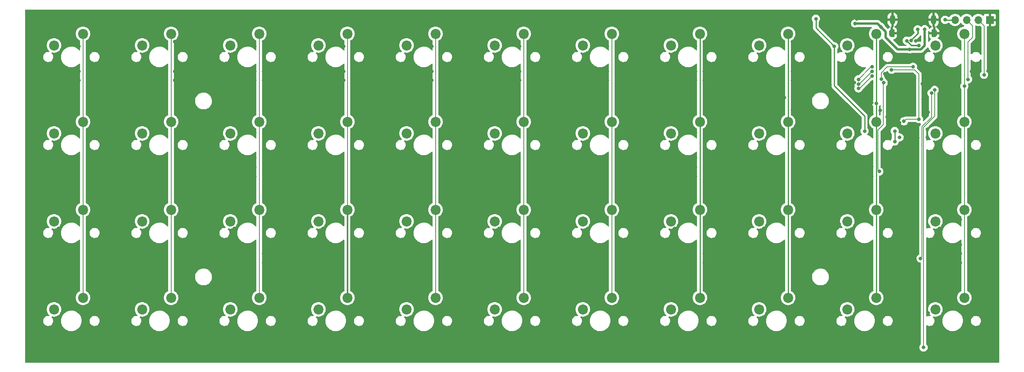
<source format=gbr>
%TF.GenerationSoftware,KiCad,Pcbnew,7.0.8*%
%TF.CreationDate,2023-10-13T02:07:57+02:00*%
%TF.ProjectId,keyboard_steamdeck,6b657962-6f61-4726-945f-737465616d64,V 1.0*%
%TF.SameCoordinates,Original*%
%TF.FileFunction,Copper,L1,Top*%
%TF.FilePolarity,Positive*%
%FSLAX46Y46*%
G04 Gerber Fmt 4.6, Leading zero omitted, Abs format (unit mm)*
G04 Created by KiCad (PCBNEW 7.0.8) date 2023-10-13 02:07:57*
%MOMM*%
%LPD*%
G01*
G04 APERTURE LIST*
G04 Aperture macros list*
%AMFreePoly0*
4,1,17,-0.600000,0.455000,-0.180000,0.875000,0.300000,0.875000,0.368685,0.867031,0.469541,0.822499,0.547499,0.744541,0.592031,0.643685,0.600000,0.575000,0.600000,-0.575000,0.592031,-0.643685,0.547499,-0.744541,0.469541,-0.822499,0.368685,-0.867031,0.300000,-0.875000,-0.180000,-0.875000,-0.600000,-0.455000,-0.600000,0.455000,-0.600000,0.455000,$1*%
G04 Aperture macros list end*
%TA.AperFunction,ComponentPad*%
%ADD10C,2.200000*%
%TD*%
%TA.AperFunction,ComponentPad*%
%ADD11FreePoly0,180.000000*%
%TD*%
%TA.AperFunction,ComponentPad*%
%ADD12O,1.200000X2.150000*%
%TD*%
%TA.AperFunction,ComponentPad*%
%ADD13FreePoly0,0.000000*%
%TD*%
%TA.AperFunction,ComponentPad*%
%ADD14R,1.700000X1.700000*%
%TD*%
%TA.AperFunction,ComponentPad*%
%ADD15O,1.700000X1.700000*%
%TD*%
%TA.AperFunction,ViaPad*%
%ADD16C,0.800000*%
%TD*%
%TA.AperFunction,Conductor*%
%ADD17C,0.200000*%
%TD*%
%TA.AperFunction,Conductor*%
%ADD18C,0.250000*%
%TD*%
%TA.AperFunction,Conductor*%
%ADD19C,0.300000*%
%TD*%
%TA.AperFunction,Conductor*%
%ADD20C,0.500000*%
%TD*%
G04 APERTURE END LIST*
D10*
%TO.P,B15,1,1*%
%TO.N,C4*%
X141986000Y-132080000D03*
%TO.P,B15,2,2*%
%TO.N,Net-(D27-A)*%
X135636000Y-134620000D03*
%TD*%
%TO.P,B36,1,1*%
%TO.N,C9*%
X238506000Y-151384000D03*
%TO.P,B36,2,2*%
%TO.N,Net-(D38-A)*%
X232156000Y-153924000D03*
%TD*%
%TO.P,B2,1,1*%
%TO.N,C1*%
X84074000Y-93472000D03*
%TO.P,B2,2,2*%
%TO.N,Net-(D11-A)*%
X77724000Y-96012000D03*
%TD*%
%TO.P,B40,1,1*%
%TO.N,C10*%
X257810000Y-151384000D03*
%TO.P,B40,2,2*%
%TO.N,Net-(D40-A)*%
X251460000Y-153924000D03*
%TD*%
%TO.P,B34,1,1*%
%TO.N,C9*%
X238506000Y-112776000D03*
%TO.P,B34,2,2*%
%TO.N,Net-(D4-A)*%
X232156000Y-115316000D03*
%TD*%
%TO.P,B9,1,1*%
%TO.N,C2*%
X103378000Y-132080000D03*
%TO.P,B9,2,2*%
%TO.N,Net-(D23-A)*%
X97028000Y-134620000D03*
%TD*%
%TO.P,B8,1,1*%
%TO.N,C2*%
X103378000Y-112776000D03*
%TO.P,B8,2,2*%
%TO.N,Net-(D7-A)*%
X97028000Y-115316000D03*
%TD*%
%TO.P,B18,1,1*%
%TO.N,C5*%
X161290000Y-112776000D03*
%TO.P,B18,2,2*%
%TO.N,Net-(D10-A)*%
X154940000Y-115316000D03*
%TD*%
%TO.P,B25,1,1*%
%TO.N,C7*%
X199898000Y-93472000D03*
%TO.P,B25,2,2*%
%TO.N,Net-(D17-A)*%
X193548000Y-96012000D03*
%TD*%
%TO.P,B39,1,1*%
%TO.N,C10*%
X257810000Y-132080000D03*
%TO.P,B39,2,2*%
%TO.N,Net-(D39-A)*%
X251460000Y-134620000D03*
%TD*%
%TO.P,B29,1,1*%
%TO.N,C8*%
X219202000Y-93472000D03*
%TO.P,B29,2,2*%
%TO.N,Net-(D18-A)*%
X212852000Y-96012000D03*
%TD*%
%TO.P,B5,1,1*%
%TO.N,C4*%
X141986000Y-93472000D03*
%TO.P,B5,2,2*%
%TO.N,Net-(D14-A)*%
X135636000Y-96012000D03*
%TD*%
%TO.P,B13,1,1*%
%TO.N,C3*%
X122682000Y-151384000D03*
%TO.P,B13,2,2*%
%TO.N,Net-(D26-A)*%
X116332000Y-153924000D03*
%TD*%
%TO.P,B27,1,1*%
%TO.N,C7*%
X199898000Y-132080000D03*
%TO.P,B27,2,2*%
%TO.N,Net-(D33-A)*%
X193548000Y-134620000D03*
%TD*%
%TO.P,B41,1,1*%
%TO.N,C11*%
X277114000Y-93472000D03*
%TO.P,B41,2,2*%
%TO.N,Net-(D41-A)*%
X270764000Y-96012000D03*
%TD*%
%TO.P,B26,1,1*%
%TO.N,C7*%
X199898000Y-112776000D03*
%TO.P,B26,2,2*%
%TO.N,Net-(D2-A)*%
X193548000Y-115316000D03*
%TD*%
%TO.P,B35,1,1*%
%TO.N,C9*%
X238506000Y-132080000D03*
%TO.P,B35,2,2*%
%TO.N,Net-(D37-A)*%
X232156000Y-134620000D03*
%TD*%
%TO.P,B30,1,1*%
%TO.N,C8*%
X219202000Y-112776000D03*
%TO.P,B30,2,2*%
%TO.N,Net-(D3-A)*%
X212852000Y-115316000D03*
%TD*%
%TO.P,B33,1,1*%
%TO.N,C9*%
X238506000Y-93472000D03*
%TO.P,B33,2,2*%
%TO.N,Net-(D19-A)*%
X232156000Y-96012000D03*
%TD*%
%TO.P,B23,1,1*%
%TO.N,C6*%
X180594000Y-132080000D03*
%TO.P,B23,2,2*%
%TO.N,Net-(D31-A)*%
X174244000Y-134620000D03*
%TD*%
%TO.P,B3,1,1*%
%TO.N,C2*%
X103378000Y-93472000D03*
%TO.P,B3,2,2*%
%TO.N,Net-(D12-A)*%
X97028000Y-96012000D03*
%TD*%
%TO.P,B12,1,1*%
%TO.N,C3*%
X122682000Y-132080000D03*
%TO.P,B12,2,2*%
%TO.N,Net-(D25-A)*%
X116332000Y-134620000D03*
%TD*%
%TO.P,B10,1,1*%
%TO.N,C2*%
X103378000Y-151384000D03*
%TO.P,B10,2,2*%
%TO.N,Net-(D24-A)*%
X97028000Y-153924000D03*
%TD*%
%TO.P,B17,1,1*%
%TO.N,C5*%
X161290000Y-93472000D03*
%TO.P,B17,2,2*%
%TO.N,Net-(D15-A)*%
X154940000Y-96012000D03*
%TD*%
%TO.P,B44,1,1*%
%TO.N,C11*%
X277114000Y-151384000D03*
%TO.P,B44,2,2*%
%TO.N,Net-(D44-A)*%
X270764000Y-153924000D03*
%TD*%
%TO.P,B16,1,1*%
%TO.N,C4*%
X141986000Y-151384000D03*
%TO.P,B16,2,2*%
%TO.N,Net-(D28-A)*%
X135636000Y-153924000D03*
%TD*%
%TO.P,B7,1,1*%
%TO.N,C1*%
X84074000Y-151384000D03*
%TO.P,B7,2,2*%
%TO.N,Net-(D22-A)*%
X77724000Y-153924000D03*
%TD*%
%TO.P,B28,1,1*%
%TO.N,C7*%
X199898000Y-151384000D03*
%TO.P,B28,2,2*%
%TO.N,Net-(D34-A)*%
X193548000Y-153924000D03*
%TD*%
%TO.P,B21,1,1*%
%TO.N,C6*%
X180594000Y-93472000D03*
%TO.P,B21,2,2*%
%TO.N,Net-(D16-A)*%
X174244000Y-96012000D03*
%TD*%
%TO.P,B6,1,1*%
%TO.N,C1*%
X84074000Y-132080000D03*
%TO.P,B6,2,2*%
%TO.N,Net-(D21-A)*%
X77724000Y-134620000D03*
%TD*%
%TO.P,B14,1,1*%
%TO.N,C4*%
X141986000Y-112776000D03*
%TO.P,B14,2,2*%
%TO.N,Net-(D9-A)*%
X135636000Y-115316000D03*
%TD*%
%TO.P,B38,1,1*%
%TO.N,C10*%
X257810000Y-112776000D03*
%TO.P,B38,2,2*%
%TO.N,Net-(D5-A)*%
X251460000Y-115316000D03*
%TD*%
%TO.P,B1,1,1*%
%TO.N,C1*%
X84074000Y-112776000D03*
%TO.P,B1,2,2*%
%TO.N,Net-(D6-A)*%
X77724000Y-115316000D03*
%TD*%
%TO.P,B20,1,1*%
%TO.N,C5*%
X161290000Y-151384000D03*
%TO.P,B20,2,2*%
%TO.N,Net-(D30-A)*%
X154940000Y-153924000D03*
%TD*%
%TO.P,B32,1,1*%
%TO.N,C8*%
X219202000Y-151384000D03*
%TO.P,B32,2,2*%
%TO.N,Net-(D36-A)*%
X212852000Y-153924000D03*
%TD*%
%TO.P,B11,1,1*%
%TO.N,C3*%
X122682000Y-112776000D03*
%TO.P,B11,2,2*%
%TO.N,Net-(D8-A)*%
X116332000Y-115316000D03*
%TD*%
%TO.P,B37,1,1*%
%TO.N,C10*%
X257810000Y-93472000D03*
%TO.P,B37,2,2*%
%TO.N,Net-(D20-A)*%
X251460000Y-96012000D03*
%TD*%
%TO.P,B4,1,1*%
%TO.N,C3*%
X122682000Y-93472000D03*
%TO.P,B4,2,2*%
%TO.N,Net-(D13-A)*%
X116332000Y-96012000D03*
%TD*%
%TO.P,B43,1,1*%
%TO.N,C11*%
X277114000Y-132080000D03*
%TO.P,B43,2,2*%
%TO.N,Net-(D43-A)*%
X270764000Y-134620000D03*
%TD*%
%TO.P,B22,1,1*%
%TO.N,C6*%
X180594000Y-112776000D03*
%TO.P,B22,2,2*%
%TO.N,Net-(D1-A)*%
X174244000Y-115316000D03*
%TD*%
%TO.P,B19,1,1*%
%TO.N,C5*%
X161290000Y-132080000D03*
%TO.P,B19,2,2*%
%TO.N,Net-(D29-A)*%
X154940000Y-134620000D03*
%TD*%
%TO.P,B42,1,1*%
%TO.N,C11*%
X277114000Y-112776000D03*
%TO.P,B42,2,2*%
%TO.N,Net-(D42-A)*%
X270764000Y-115316000D03*
%TD*%
%TO.P,B24,1,1*%
%TO.N,C6*%
X180594000Y-151384000D03*
%TO.P,B24,2,2*%
%TO.N,Net-(D32-A)*%
X174244000Y-153924000D03*
%TD*%
%TO.P,B31,1,1*%
%TO.N,C8*%
X219202000Y-132080000D03*
%TO.P,B31,2,2*%
%TO.N,Net-(D35-A)*%
X212852000Y-134620000D03*
%TD*%
D11*
%TO.P,J3,S1,SHIELD*%
%TO.N,GND*%
X270560000Y-93343000D03*
D12*
X270410000Y-90343000D03*
D13*
X261220000Y-93343000D03*
D12*
X261370000Y-90343000D03*
%TD*%
D14*
%TO.P,J2,1,Pin_1*%
%TO.N,GND*%
X282702000Y-90424000D03*
D15*
%TO.P,J2,2,Pin_2*%
%TO.N,SWDIO*%
X280162000Y-90424000D03*
%TO.P,J2,3,Pin_3*%
%TO.N,SWCLK*%
X277622000Y-90424000D03*
%TO.P,J2,4,Pin_4*%
%TO.N,+3.3V*%
X275082000Y-90424000D03*
%TD*%
D16*
%TO.N,C10*%
X257810000Y-108708000D03*
%TO.N,C1*%
X256940000Y-100708000D03*
X253940000Y-103458000D03*
%TO.N,C2*%
X253940000Y-104508497D03*
X256940000Y-101708000D03*
%TO.N,C3*%
X256940000Y-102708000D03*
X253940000Y-105458000D03*
%TO.N,C11*%
X277114000Y-104958000D03*
%TO.N,+3.3V*%
X272890000Y-90408000D03*
X262940000Y-116208000D03*
X267190000Y-112208000D03*
X263896114Y-112664114D03*
X261190353Y-101357500D03*
%TO.N,L1*%
X258913311Y-103417966D03*
X265889374Y-100708000D03*
%TO.N,L2*%
X259440000Y-104208000D03*
X258484500Y-123678000D03*
%TO.N,L3*%
X269940000Y-106458000D03*
X267537000Y-142748000D03*
%TO.N,L4*%
X270611400Y-105786600D03*
X268190000Y-162286000D03*
%TO.N,GND*%
X121190000Y-141708000D03*
X98190000Y-103708000D03*
X156690000Y-124708000D03*
X233690000Y-143708000D03*
X186690000Y-107708000D03*
X186690000Y-109708000D03*
X250698000Y-93218000D03*
X217690000Y-143708000D03*
X237190000Y-163208000D03*
X272090000Y-97508000D03*
X229690000Y-109708000D03*
X269186718Y-135692322D03*
X249690000Y-100008000D03*
X121190000Y-143708000D03*
X179190000Y-141708000D03*
X101690000Y-107708000D03*
X123690000Y-101708000D03*
X137190000Y-122708000D03*
X133690000Y-154708000D03*
X121190000Y-153708000D03*
X133690000Y-135208000D03*
X104190000Y-103708000D03*
X194690000Y-155708000D03*
X123690000Y-161208000D03*
X231190000Y-158208000D03*
X179190000Y-153708000D03*
X195190000Y-161208000D03*
X76690000Y-119708000D03*
X239690000Y-122708000D03*
X252890000Y-124608000D03*
X229690000Y-150208000D03*
X117190000Y-97708000D03*
X121190000Y-161208000D03*
X117190000Y-155708000D03*
X192190000Y-143708000D03*
X249490000Y-114908000D03*
X256690000Y-143708000D03*
X220190000Y-95208000D03*
X115290000Y-119408000D03*
X249690000Y-97108000D03*
X243390000Y-92608000D03*
X237190000Y-153708000D03*
X194690000Y-119708000D03*
X143190000Y-163208000D03*
X211690000Y-109708000D03*
X117690000Y-119708000D03*
X82690000Y-159208000D03*
X198690000Y-161208000D03*
X194690000Y-117208000D03*
X160440000Y-96208000D03*
X269190000Y-110708000D03*
X181690000Y-95208000D03*
X278190000Y-124708000D03*
X155940000Y-97708000D03*
X230690000Y-163208000D03*
X78690000Y-158208000D03*
X194690000Y-158208000D03*
X272190000Y-158208000D03*
X160190000Y-153708000D03*
X230190000Y-116208000D03*
X214190000Y-161208000D03*
X192190000Y-124708000D03*
X240690000Y-150708000D03*
X214690000Y-124708000D03*
X201690000Y-107708000D03*
X279690000Y-150708000D03*
X213890000Y-119908000D03*
X175690000Y-163208000D03*
X179190000Y-163208000D03*
X213690000Y-97708000D03*
X191690000Y-109708000D03*
X191190000Y-130708000D03*
X252440000Y-106958000D03*
X239790000Y-106958000D03*
X259190000Y-141708000D03*
X153690000Y-107708000D03*
X194690000Y-136208000D03*
X156590000Y-141708000D03*
X179190000Y-134208000D03*
X236540000Y-112208000D03*
X202190000Y-150708000D03*
X140690000Y-163208000D03*
X162690000Y-124708000D03*
X156090000Y-138708000D03*
X250190000Y-143708000D03*
X153690000Y-124708000D03*
X201190000Y-163208000D03*
X201690000Y-109708000D03*
X85190000Y-95208000D03*
X179190000Y-115208000D03*
X124690000Y-131208000D03*
X237440000Y-101708000D03*
X267190000Y-113408000D03*
X259190000Y-161208000D03*
X237190000Y-159208000D03*
X82690000Y-163208000D03*
X173190000Y-138708000D03*
X233190000Y-155708000D03*
X154190000Y-158208000D03*
X198690000Y-153708000D03*
X156690000Y-161208000D03*
X276190000Y-143708000D03*
X195190000Y-141708000D03*
X104190000Y-95208000D03*
X79190000Y-122708000D03*
X153590000Y-143708000D03*
X78690000Y-138708000D03*
X234690000Y-107708000D03*
X198690000Y-134208000D03*
X260390000Y-113758000D03*
X118190000Y-124708000D03*
X98690000Y-161208000D03*
X137190000Y-103708000D03*
X121690000Y-122708000D03*
X162690000Y-122708000D03*
X162590000Y-141708000D03*
X114190000Y-154708000D03*
X252790000Y-97608000D03*
X194940000Y-103708000D03*
X198690000Y-159208000D03*
X221190000Y-131208000D03*
X213690000Y-158208000D03*
X237190000Y-122708000D03*
X172690000Y-124708000D03*
X83190000Y-101708000D03*
X250690000Y-158208000D03*
X239690000Y-161208000D03*
X176690000Y-107708000D03*
X239690000Y-163208000D03*
X171690000Y-107708000D03*
X153690000Y-163208000D03*
X114690000Y-107708000D03*
X195190000Y-124708000D03*
X266890000Y-116308000D03*
X211190000Y-143708000D03*
X152690000Y-150208000D03*
X181690000Y-107708000D03*
X195190000Y-122708000D03*
X237690000Y-107508000D03*
X233690000Y-163208000D03*
X201190000Y-122708000D03*
X234690000Y-112208000D03*
X123690000Y-95208000D03*
X85190000Y-122708000D03*
X133690000Y-96708000D03*
X102190000Y-159208000D03*
X143690000Y-107708000D03*
X113690000Y-130708000D03*
X179190000Y-124708000D03*
X134190000Y-163208000D03*
X275690000Y-104108000D03*
X153190000Y-116208000D03*
X239440000Y-110158000D03*
X269190000Y-150208000D03*
X211790000Y-119408000D03*
X263440000Y-104708000D03*
X243390000Y-89308000D03*
X221690000Y-112208000D03*
X260190000Y-150708000D03*
X231190000Y-119708000D03*
X233690000Y-161208000D03*
X105690000Y-131208000D03*
X261890000Y-98908000D03*
X124190000Y-124708000D03*
X191190000Y-150208000D03*
X237440000Y-115558000D03*
X102190000Y-163208000D03*
X182690000Y-131208000D03*
X114690000Y-116208000D03*
X96190000Y-119708000D03*
X271990000Y-120108000D03*
X253190000Y-141708000D03*
X191690000Y-107708000D03*
X198690000Y-120708000D03*
X247490000Y-106908000D03*
X252490000Y-119808000D03*
X256690000Y-139708000D03*
X239440000Y-101708000D03*
X156090000Y-136208000D03*
X250557712Y-105075712D03*
X271690000Y-155708000D03*
X220190000Y-161208000D03*
X104690000Y-163208000D03*
X156590000Y-143708000D03*
X133190000Y-111708000D03*
X198690000Y-143708000D03*
X282490000Y-92208000D03*
X269690000Y-143708000D03*
X220190000Y-163208000D03*
X86690000Y-107708000D03*
X82690000Y-134208000D03*
X98190000Y-101708000D03*
X239690000Y-143708000D03*
X251990000Y-113408000D03*
X156190000Y-158208000D03*
X86190000Y-150708000D03*
X172190000Y-116208000D03*
X214290000Y-122608000D03*
X143190000Y-95208000D03*
X278640000Y-101708000D03*
X102190000Y-161208000D03*
X181690000Y-141708000D03*
X252690000Y-155708000D03*
X115190000Y-158208000D03*
X268090000Y-107808000D03*
X125690000Y-107708000D03*
X78690000Y-136208000D03*
X229690000Y-107708000D03*
X256690000Y-96208000D03*
X270090000Y-100208000D03*
X232940000Y-97708000D03*
X121190000Y-139708000D03*
X140690000Y-141708000D03*
X266446000Y-94996000D03*
X195190000Y-163208000D03*
X125190000Y-112208000D03*
X233190000Y-158208000D03*
X102190000Y-124708000D03*
X143190000Y-143708000D03*
X117690000Y-163208000D03*
X137190000Y-163208000D03*
X237190000Y-124708000D03*
X233690000Y-122708000D03*
X247590000Y-101608000D03*
X79190000Y-124708000D03*
X206690000Y-112708000D03*
X175190000Y-117208000D03*
X272990000Y-101308000D03*
X210690000Y-135208000D03*
X275690000Y-124708000D03*
X98190000Y-158208000D03*
X121690000Y-96208000D03*
X96190000Y-158208000D03*
X133190000Y-150208000D03*
X256690000Y-163208000D03*
X136690000Y-138708000D03*
X95690000Y-143708000D03*
X104690000Y-143708000D03*
X256790000Y-104208000D03*
X123690000Y-143708000D03*
X162590000Y-143708000D03*
X267890000Y-98408000D03*
X114690000Y-163208000D03*
X104690000Y-161208000D03*
X95190000Y-116208000D03*
X211690000Y-112708000D03*
X115190000Y-100208000D03*
X175190000Y-136208000D03*
X98190000Y-117208000D03*
X230190000Y-154708000D03*
X269690000Y-158208000D03*
X124690000Y-150708000D03*
X133690000Y-107708000D03*
X104690000Y-122708000D03*
X134690000Y-100208000D03*
X143190000Y-124708000D03*
X137190000Y-161208000D03*
X237440000Y-109808000D03*
X191190000Y-111708000D03*
X104690000Y-124708000D03*
X278190000Y-122708000D03*
X252690000Y-158208000D03*
X172190000Y-96708000D03*
X105690000Y-150708000D03*
X249690000Y-101708000D03*
X221190000Y-150708000D03*
X79190000Y-161208000D03*
X214190000Y-141708000D03*
X160440000Y-103708000D03*
X230690000Y-143708000D03*
X213690000Y-138708000D03*
X123690000Y-141708000D03*
X201190000Y-143708000D03*
X75690000Y-116208000D03*
X143190000Y-122708000D03*
X275690000Y-120708000D03*
X156440000Y-101708000D03*
X175690000Y-122708000D03*
X224690000Y-112208000D03*
X252690000Y-136208000D03*
X229690000Y-112208000D03*
X137190000Y-124708000D03*
X249690000Y-116408000D03*
X269190000Y-154708000D03*
X118190000Y-122708000D03*
X218190000Y-122708000D03*
X114690000Y-143708000D03*
X137190000Y-141708000D03*
X76190000Y-124708000D03*
X98690000Y-122708000D03*
X243595516Y-110850984D03*
X265440000Y-106708000D03*
X233440000Y-103708000D03*
X152940000Y-96708000D03*
X201190000Y-161208000D03*
X98190000Y-155708000D03*
X121190000Y-163208000D03*
X136690000Y-119708000D03*
X76190000Y-163208000D03*
X117190000Y-158208000D03*
X181690000Y-103708000D03*
X230190000Y-135208000D03*
X217690000Y-141708000D03*
X243390000Y-95908000D03*
X210690000Y-96708000D03*
X256690000Y-120208000D03*
X233690000Y-124708000D03*
X229690000Y-130708000D03*
X224690000Y-109708000D03*
X175690000Y-141708000D03*
X275690000Y-122708000D03*
X217690000Y-161208000D03*
X121690000Y-103708000D03*
X143190000Y-103708000D03*
X166690000Y-109708000D03*
X79190000Y-163208000D03*
X175690000Y-101708000D03*
X247690000Y-104658000D03*
X136690000Y-155708000D03*
X268190000Y-109208000D03*
X237190000Y-141708000D03*
X191690000Y-154708000D03*
X279190000Y-112208000D03*
X143190000Y-101708000D03*
X124190000Y-122708000D03*
X140690000Y-161208000D03*
X269690000Y-119708000D03*
X172690000Y-163208000D03*
X96190000Y-138708000D03*
X259190000Y-122608000D03*
X155990000Y-117208000D03*
X259190000Y-163208000D03*
X279690000Y-131208000D03*
X196690000Y-107708000D03*
X213690000Y-155708000D03*
X85190000Y-143708000D03*
X121190000Y-134208000D03*
X249690000Y-154708000D03*
X210190000Y-130708000D03*
X249690000Y-103708000D03*
X172190000Y-154708000D03*
X76690000Y-158208000D03*
X102190000Y-122708000D03*
X260190000Y-131208000D03*
X82690000Y-161208000D03*
X198690000Y-139708000D03*
X250390000Y-119408000D03*
X229940000Y-96708000D03*
X271990000Y-106008000D03*
X275690000Y-115208000D03*
X256690000Y-153708000D03*
X104690000Y-141708000D03*
X141190000Y-101708000D03*
X260940000Y-111208000D03*
X102190000Y-120708000D03*
X254590000Y-101208000D03*
X179690000Y-101708000D03*
X160190000Y-159208000D03*
X220190000Y-143708000D03*
X120690000Y-107708000D03*
X160090000Y-134208000D03*
X160090000Y-141708000D03*
X140690000Y-122708000D03*
X85190000Y-124708000D03*
X259670000Y-102208000D03*
X182690000Y-112208000D03*
X94690000Y-96708000D03*
X250590000Y-124608000D03*
X94690000Y-150208000D03*
X175190000Y-158208000D03*
X211690000Y-158208000D03*
X181690000Y-101708000D03*
X256690000Y-141708000D03*
X102190000Y-103708000D03*
X263440000Y-106708000D03*
X273690000Y-89258000D03*
X175190000Y-97708000D03*
X137190000Y-101708000D03*
X123690000Y-163208000D03*
X179190000Y-122708000D03*
X256790000Y-122608000D03*
X269690000Y-138708000D03*
X263144000Y-122428000D03*
X175190000Y-138708000D03*
X86190000Y-131208000D03*
X211690000Y-100208000D03*
X143190000Y-141708000D03*
X201190000Y-124708000D03*
X162440000Y-101708000D03*
X256790000Y-124708000D03*
X259190000Y-124708000D03*
X175690000Y-161208000D03*
X198690000Y-141708000D03*
X182690000Y-150708000D03*
X271690000Y-136208000D03*
X250698000Y-91608000D03*
X140690000Y-115208000D03*
X156440000Y-103708000D03*
X214190000Y-103708000D03*
X267940000Y-104458000D03*
X175190000Y-155708000D03*
X266390000Y-99408000D03*
X78690000Y-97708000D03*
X163590000Y-131208000D03*
X140690000Y-139708000D03*
X261940000Y-109458000D03*
X138690000Y-107708000D03*
X117690000Y-141708000D03*
X76690000Y-100208000D03*
X179190000Y-143708000D03*
X253492000Y-90170000D03*
X117690000Y-103708000D03*
X181690000Y-124708000D03*
X95190000Y-154708000D03*
X192690000Y-119708000D03*
X175690000Y-124708000D03*
X153090000Y-135208000D03*
X220190000Y-103708000D03*
X202190000Y-112208000D03*
X179690000Y-103708000D03*
X198940000Y-101708000D03*
X179190000Y-139708000D03*
X144190000Y-112208000D03*
X82690000Y-115208000D03*
X82690000Y-124708000D03*
X95690000Y-100208000D03*
X256690000Y-159208000D03*
X198690000Y-124708000D03*
X237190000Y-120708000D03*
X211190000Y-163208000D03*
X218190000Y-115208000D03*
X166690000Y-107708000D03*
X279690000Y-97008000D03*
X211190000Y-116208000D03*
X218190000Y-101708000D03*
X224690000Y-107708000D03*
X141190000Y-103708000D03*
X82690000Y-120708000D03*
X252690000Y-138708000D03*
X253890000Y-111558000D03*
X173190000Y-119708000D03*
X279690000Y-100108000D03*
X252990000Y-104158000D03*
X79190000Y-143708000D03*
X113690000Y-150208000D03*
X136690000Y-97708000D03*
X276190000Y-153708000D03*
X276090000Y-101408000D03*
X163690000Y-150708000D03*
X211690000Y-138708000D03*
X140690000Y-120708000D03*
X82690000Y-139708000D03*
X163690000Y-112208000D03*
X154190000Y-119708000D03*
X85190000Y-161208000D03*
X171690000Y-111708000D03*
X134190000Y-143708000D03*
X181690000Y-163208000D03*
X173190000Y-158208000D03*
X260390000Y-109008000D03*
X233190000Y-119708000D03*
X115190000Y-124708000D03*
X192690000Y-158208000D03*
X82690000Y-141708000D03*
X256290000Y-114008000D03*
X217690000Y-159208000D03*
X253190000Y-122208000D03*
X94690000Y-130708000D03*
X252490000Y-117008000D03*
X154090000Y-138708000D03*
X156190000Y-155708000D03*
X278390000Y-104708000D03*
X136690000Y-158208000D03*
X258890000Y-98908000D03*
X83190000Y-103708000D03*
X264440000Y-105708000D03*
X98690000Y-141708000D03*
X152690000Y-111708000D03*
X121690000Y-101708000D03*
X280190000Y-92308000D03*
X237190000Y-134208000D03*
X249690000Y-135208000D03*
X95690000Y-107708000D03*
X181690000Y-122708000D03*
X179690000Y-96208000D03*
X115190000Y-138708000D03*
X237440000Y-96208000D03*
X140690000Y-159208000D03*
X278690000Y-141708000D03*
X156690000Y-163208000D03*
X172190000Y-135208000D03*
X192440000Y-100208000D03*
X217690000Y-107708000D03*
X211690000Y-107708000D03*
X143190000Y-161208000D03*
X240340000Y-113908000D03*
X196690000Y-109708000D03*
X246690000Y-98808000D03*
X265090000Y-113708000D03*
X256790000Y-111008000D03*
X79190000Y-141708000D03*
X141190000Y-96208000D03*
X268990000Y-116208000D03*
X268990000Y-114408000D03*
X78690000Y-155708000D03*
X156190000Y-119708000D03*
X275990000Y-95808000D03*
X272190000Y-122708000D03*
X160440000Y-101708000D03*
X179190000Y-120708000D03*
X75190000Y-130708000D03*
X114190000Y-135208000D03*
X211690000Y-124708000D03*
X102190000Y-101708000D03*
X210690000Y-154708000D03*
X218190000Y-124708000D03*
X255890000Y-92408000D03*
X271890000Y-116908000D03*
X134690000Y-119708000D03*
X173190000Y-100208000D03*
X194440000Y-97708000D03*
X102190000Y-134208000D03*
X218190000Y-96208000D03*
X250190000Y-163208000D03*
X213890000Y-117108000D03*
X220190000Y-141708000D03*
X79190000Y-101708000D03*
X233190000Y-117208000D03*
X272190000Y-124708000D03*
X206690000Y-109708000D03*
X160190000Y-163208000D03*
X200940000Y-103708000D03*
X75690000Y-135208000D03*
X134190000Y-124708000D03*
X259190000Y-115858000D03*
X75190000Y-111708000D03*
X237190000Y-143708000D03*
X117190000Y-136208000D03*
X160090000Y-139708000D03*
X95190000Y-135208000D03*
X256690000Y-134208000D03*
X106690000Y-107708000D03*
X276190000Y-134208000D03*
X260740000Y-116208000D03*
X276190000Y-141708000D03*
X230690000Y-124708000D03*
X75690000Y-154708000D03*
X82690000Y-122708000D03*
X275990000Y-106008000D03*
X195190000Y-143708000D03*
X156690000Y-122708000D03*
X192190000Y-163208000D03*
X134690000Y-158208000D03*
X201190000Y-141708000D03*
X75690000Y-96708000D03*
X179190000Y-159208000D03*
X102190000Y-143708000D03*
X160190000Y-124708000D03*
X162440000Y-95208000D03*
X220190000Y-101708000D03*
X85190000Y-141708000D03*
X160190000Y-122708000D03*
X83190000Y-96208000D03*
X171690000Y-109708000D03*
X269190000Y-124708000D03*
X279240000Y-103408000D03*
X237190000Y-139708000D03*
X171690000Y-150208000D03*
X217690000Y-109708000D03*
X253190000Y-143708000D03*
X198690000Y-122708000D03*
X247408000Y-93660000D03*
X102190000Y-96208000D03*
X117690000Y-101708000D03*
X181690000Y-161208000D03*
X98190000Y-136208000D03*
X136690000Y-117208000D03*
X239690000Y-141708000D03*
X117690000Y-161208000D03*
X134690000Y-138708000D03*
X160190000Y-115208000D03*
X95690000Y-163208000D03*
X278690000Y-143708000D03*
X217690000Y-139708000D03*
X175690000Y-103708000D03*
X78690000Y-117208000D03*
X98690000Y-124708000D03*
X210190000Y-150208000D03*
X258690000Y-110308000D03*
X234690000Y-109708000D03*
X144190000Y-150708000D03*
X121690000Y-115208000D03*
X263144000Y-117856000D03*
X198690000Y-115208000D03*
X192690000Y-138708000D03*
X159690000Y-107708000D03*
X217690000Y-163208000D03*
X94690000Y-111708000D03*
X162690000Y-161208000D03*
X214190000Y-143708000D03*
X172690000Y-143708000D03*
X247590000Y-97108000D03*
X239440000Y-95208000D03*
X200940000Y-101708000D03*
X140690000Y-143708000D03*
X256690000Y-161208000D03*
X104190000Y-101708000D03*
X262940000Y-112958000D03*
X218190000Y-103708000D03*
X176690000Y-109708000D03*
X181690000Y-143708000D03*
X269190000Y-130708000D03*
X98190000Y-138708000D03*
X259190000Y-143708000D03*
X137190000Y-143708000D03*
X114190000Y-96708000D03*
X280540000Y-101608000D03*
X117390000Y-117108000D03*
X233440000Y-101708000D03*
X86190000Y-112208000D03*
X82690000Y-143708000D03*
X140690000Y-134208000D03*
X140690000Y-153708000D03*
X265440000Y-104708000D03*
X140690000Y-124708000D03*
X160190000Y-120708000D03*
X191690000Y-116208000D03*
X233190000Y-138708000D03*
X162440000Y-103708000D03*
X220690000Y-122708000D03*
X214190000Y-101708000D03*
X102190000Y-115208000D03*
X76190000Y-143708000D03*
X239440000Y-103708000D03*
X250190000Y-160528000D03*
X191440000Y-96708000D03*
X264240000Y-116258000D03*
X133190000Y-130708000D03*
X240690000Y-131208000D03*
X248590000Y-110856500D03*
X98690000Y-163208000D03*
X75190000Y-150208000D03*
X249190000Y-150208000D03*
X175690000Y-143708000D03*
X218190000Y-120708000D03*
X85190000Y-101708000D03*
X272690000Y-141708000D03*
X162690000Y-163208000D03*
X97990000Y-97708000D03*
X148690000Y-107708000D03*
X278690000Y-163208000D03*
X214190000Y-163208000D03*
X233190000Y-136208000D03*
X231190000Y-138708000D03*
X269690000Y-163208000D03*
X153190000Y-154708000D03*
X85190000Y-163208000D03*
X263790000Y-99708000D03*
X272690000Y-143708000D03*
X121690000Y-124708000D03*
X249190000Y-130708000D03*
X117690000Y-143708000D03*
X250690000Y-138708000D03*
X206690000Y-107708000D03*
X136690000Y-136208000D03*
X98190000Y-119708000D03*
X160190000Y-161208000D03*
X76690000Y-138708000D03*
X153940000Y-100208000D03*
X282340000Y-101608000D03*
X217690000Y-153708000D03*
X233690000Y-141708000D03*
X102190000Y-139708000D03*
X133690000Y-116208000D03*
X98690000Y-143708000D03*
X95690000Y-124708000D03*
X198940000Y-103708000D03*
X253190000Y-163208000D03*
X78690000Y-119708000D03*
X258990000Y-95208000D03*
X191690000Y-135208000D03*
X255390000Y-110008000D03*
X272190000Y-138708000D03*
X217190000Y-112708000D03*
X256866057Y-108605398D03*
X79190000Y-103708000D03*
X217690000Y-134208000D03*
X160090000Y-143708000D03*
X121190000Y-159208000D03*
X105190000Y-111708000D03*
X202190000Y-131208000D03*
X82690000Y-153708000D03*
X237190000Y-161208000D03*
X239690000Y-124708000D03*
X237440000Y-103708000D03*
X152590000Y-130708000D03*
X213690000Y-136208000D03*
X260190000Y-111708000D03*
X200940000Y-95208000D03*
X121690000Y-120708000D03*
X194940000Y-101708000D03*
X243740000Y-106908000D03*
X181690000Y-109708000D03*
X243390000Y-98808000D03*
X198690000Y-163208000D03*
X123690000Y-103708000D03*
X117190000Y-138708000D03*
X102190000Y-153708000D03*
X273640000Y-91608000D03*
X198940000Y-96208000D03*
X276190000Y-139708000D03*
X220690000Y-124708000D03*
X230940000Y-100208000D03*
X276340000Y-91608000D03*
X179190000Y-161208000D03*
X114190000Y-111708000D03*
X85190000Y-103708000D03*
X144190000Y-131208000D03*
X175190000Y-119708000D03*
X194690000Y-138708000D03*
X253190000Y-161208000D03*
X102190000Y-141708000D03*
X171690000Y-130708000D03*
%TO.N,D-*%
X266881372Y-92501872D03*
X265497038Y-94921319D03*
%TO.N,D+*%
X267190000Y-96070397D03*
X264508467Y-94991357D03*
%TO.N,VBUS*%
X258826000Y-91948000D03*
X265167849Y-96869897D03*
X253190000Y-91208000D03*
X268436690Y-92456000D03*
%TO.N,SWDIO*%
X281440000Y-102458000D03*
%TO.N,SWCLK*%
X277940000Y-103458000D03*
%TO.N,3V3N*%
X261874000Y-114808000D03*
X248642681Y-96226385D03*
X255270000Y-114808000D03*
X261874000Y-117094000D03*
X244602000Y-90170000D03*
%TD*%
D17*
%TO.N,C6*%
X180594000Y-132080000D02*
X180594000Y-151384000D01*
X180594000Y-112776000D02*
X180594000Y-132080000D01*
X180594000Y-93472000D02*
X180594000Y-112776000D01*
%TO.N,C7*%
X199898000Y-112776000D02*
X199898000Y-93472000D01*
X199898000Y-132080000D02*
X199898000Y-112776000D01*
X199898000Y-151384000D02*
X199898000Y-132080000D01*
D18*
%TO.N,C8*%
X219202000Y-151384000D02*
X219202000Y-110019500D01*
X219202000Y-110019500D02*
X219202000Y-93472000D01*
%TO.N,C9*%
X238506000Y-93472000D02*
X238506000Y-110744000D01*
X238506000Y-110744000D02*
X238506000Y-151384000D01*
%TO.N,C10*%
X257810000Y-110744000D02*
X257810000Y-108708000D01*
X257810000Y-108708000D02*
X257810000Y-93472000D01*
X257810000Y-151384000D02*
X257810000Y-110744000D01*
D17*
%TO.N,C1*%
X253940000Y-103458000D02*
X256690000Y-100708000D01*
X84074000Y-93472000D02*
X84074000Y-112776000D01*
X84074000Y-132080000D02*
X84074000Y-151384000D01*
X84074000Y-112776000D02*
X84074000Y-132080000D01*
X256690000Y-100708000D02*
X256940000Y-100708000D01*
%TO.N,C2*%
X254099386Y-104508497D02*
X256899883Y-101708000D01*
X103378000Y-132080000D02*
X103378000Y-151384000D01*
X256899883Y-101708000D02*
X256940000Y-101708000D01*
X103378000Y-112776000D02*
X103378000Y-93472000D01*
X103378000Y-112776000D02*
X103378000Y-132080000D01*
X253940000Y-104508497D02*
X254099386Y-104508497D01*
%TO.N,C3*%
X122682000Y-112776000D02*
X122682000Y-132080000D01*
X256940000Y-102708000D02*
X254190000Y-105458000D01*
X122682000Y-132080000D02*
X122682000Y-151384000D01*
X122682000Y-112776000D02*
X122682000Y-93472000D01*
X254190000Y-105458000D02*
X253940000Y-105458000D01*
D19*
%TO.N,C4*%
X141986000Y-132080000D02*
X141986000Y-151384000D01*
D17*
X141986000Y-112776000D02*
X141986000Y-132080000D01*
X141986000Y-112776000D02*
X141986000Y-93472000D01*
%TO.N,C5*%
X161290000Y-112776000D02*
X161290000Y-132080000D01*
X161290000Y-151384000D02*
X161290000Y-132080000D01*
X161290000Y-112776000D02*
X161290000Y-93472000D01*
%TO.N,C11*%
X277114000Y-104958000D02*
X277114000Y-112776000D01*
X277114000Y-112776000D02*
X277114000Y-132080000D01*
X277114000Y-132080000D02*
X277114000Y-151384000D01*
X277114000Y-104958000D02*
X277114000Y-93472000D01*
%TO.N,+3.3V*%
X266446000Y-101600000D02*
X267190000Y-102344000D01*
X266203500Y-101357500D02*
X266446000Y-101600000D01*
D18*
X275082000Y-90424000D02*
X272906000Y-90424000D01*
X272906000Y-90424000D02*
X272890000Y-90408000D01*
D17*
X267190000Y-102344000D02*
X267190000Y-112208000D01*
X261190353Y-101357500D02*
X266203500Y-101357500D01*
X263896114Y-112664114D02*
X264352228Y-112208000D01*
X264352228Y-112208000D02*
X267190000Y-112208000D01*
%TO.N,L1*%
X260250761Y-100708000D02*
X258913311Y-102045450D01*
X265889374Y-100708000D02*
X260250761Y-100708000D01*
X258913311Y-102045450D02*
X258913311Y-103417966D01*
%TO.N,L2*%
X259390000Y-113408000D02*
X259390000Y-104258000D01*
X259390000Y-104258000D02*
X259440000Y-104208000D01*
X258185000Y-123378500D02*
X258185000Y-114613000D01*
X258185000Y-114613000D02*
X259390000Y-113408000D01*
X258484500Y-123678000D02*
X258185000Y-123378500D01*
%TO.N,L3*%
X267537000Y-142748000D02*
X267836500Y-142448500D01*
X267836500Y-113861500D02*
X269940000Y-111758000D01*
X269940000Y-111758000D02*
X269940000Y-106458000D01*
X267836500Y-142448500D02*
X267836500Y-113861500D01*
%TO.N,L4*%
X268186500Y-114006474D02*
X270611400Y-111581574D01*
X270611400Y-111581574D02*
X270611400Y-105786600D01*
X268190000Y-162286000D02*
X268186500Y-162282500D01*
X268186500Y-162282500D02*
X268186500Y-114006474D01*
D19*
%TO.N,D-*%
X266881372Y-92501872D02*
X266954000Y-92574500D01*
X266954000Y-92574500D02*
X266954000Y-93464357D01*
X266954000Y-93464357D02*
X265497038Y-94921319D01*
%TO.N,D+*%
X265587507Y-96070397D02*
X264508467Y-94991357D01*
X267190000Y-96070397D02*
X265587507Y-96070397D01*
D20*
%TO.N,VBUS*%
X268436690Y-92456000D02*
X268436690Y-96053310D01*
X268436690Y-96053310D02*
X267620103Y-96869897D01*
X267620103Y-96869897D02*
X265167849Y-96869897D01*
X259842000Y-94234000D02*
X262477897Y-96869897D01*
X262477897Y-96869897D02*
X265167849Y-96869897D01*
X258086000Y-91208000D02*
X253190000Y-91208000D01*
X258826000Y-91948000D02*
X259842000Y-92964000D01*
X259842000Y-92964000D02*
X259842000Y-94234000D01*
X258826000Y-91948000D02*
X258086000Y-91208000D01*
D17*
%TO.N,SWDIO*%
X281440000Y-102458000D02*
X281440000Y-91702000D01*
X281440000Y-91702000D02*
X280162000Y-90424000D01*
%TO.N,SWCLK*%
X278890000Y-94308000D02*
X278890000Y-91692000D01*
X278890000Y-91692000D02*
X277622000Y-90424000D01*
X277940000Y-95258000D02*
X278890000Y-94308000D01*
X277940000Y-103458000D02*
X277940000Y-95258000D01*
D18*
%TO.N,3V3N*%
X261874000Y-114808000D02*
X261874000Y-117094000D01*
X244602000Y-90170000D02*
X244602000Y-92185704D01*
X248642681Y-96226385D02*
X248642681Y-104878681D01*
X244602000Y-92185704D02*
X248642681Y-96226385D01*
X248642681Y-104878681D02*
X255270000Y-111506000D01*
X255270000Y-111506000D02*
X255270000Y-114808000D01*
%TD*%
%TA.AperFunction,Conductor*%
%TO.N,GND*%
G36*
X258742150Y-109177758D02*
G01*
X258782679Y-109234672D01*
X258789500Y-109275230D01*
X258789500Y-111277708D01*
X258769815Y-111344747D01*
X258717011Y-111390502D01*
X258647853Y-111400446D01*
X258600711Y-111383436D01*
X258538856Y-111345532D01*
X258512045Y-111334426D01*
X258457642Y-111290584D01*
X258435579Y-111224289D01*
X258435500Y-111219866D01*
X258435500Y-109406687D01*
X258455185Y-109339648D01*
X258467350Y-109323715D01*
X258511006Y-109275230D01*
X258542533Y-109240216D01*
X258558112Y-109213231D01*
X258608678Y-109165015D01*
X258677285Y-109151791D01*
X258742150Y-109177758D01*
G37*
%TD.AperFunction*%
%TA.AperFunction,Conductor*%
G36*
X267601853Y-93830618D02*
G01*
X267659074Y-93870712D01*
X267685535Y-93935377D01*
X267686190Y-93948104D01*
X267686190Y-95114651D01*
X267666505Y-95181690D01*
X267613701Y-95227445D01*
X267544543Y-95237389D01*
X267511755Y-95227931D01*
X267469802Y-95209252D01*
X267321408Y-95177711D01*
X267284646Y-95169897D01*
X267095354Y-95169897D01*
X267062897Y-95176795D01*
X266910197Y-95209252D01*
X266910192Y-95209254D01*
X266737270Y-95286245D01*
X266737265Y-95286248D01*
X266585910Y-95396215D01*
X266520104Y-95419695D01*
X266513025Y-95419897D01*
X266452554Y-95419897D01*
X266385515Y-95400212D01*
X266339760Y-95347408D01*
X266329816Y-95278250D01*
X266334623Y-95257579D01*
X266363112Y-95169897D01*
X266382712Y-95109575D01*
X266396206Y-94981174D01*
X266422790Y-94916561D01*
X266431837Y-94906464D01*
X267353513Y-93984788D01*
X267366079Y-93974722D01*
X267365925Y-93974535D01*
X267371937Y-93969561D01*
X267371937Y-93969560D01*
X267371940Y-93969559D01*
X267421190Y-93917112D01*
X267442911Y-93895392D01*
X267447411Y-93889589D01*
X267451194Y-93885161D01*
X267464763Y-93870712D01*
X267471799Y-93863219D01*
X267532039Y-93827825D01*
X267601853Y-93830618D01*
G37*
%TD.AperFunction*%
%TA.AperFunction,Conductor*%
G36*
X269412651Y-92849877D02*
G01*
X269453180Y-92906791D01*
X269460000Y-92947348D01*
X269460000Y-93093000D01*
X270085000Y-93093000D01*
X270085000Y-93593000D01*
X269460000Y-93593000D01*
X269460000Y-93962930D01*
X269475122Y-94097141D01*
X269534663Y-94267301D01*
X269630577Y-94419948D01*
X269758051Y-94547422D01*
X269758055Y-94547425D01*
X269762920Y-94550482D01*
X269809213Y-94602815D01*
X269819863Y-94671868D01*
X269791489Y-94735717D01*
X269777483Y-94749767D01*
X269628776Y-94876776D01*
X269465161Y-95068343D01*
X269465160Y-95068346D01*
X269416917Y-95147071D01*
X269365105Y-95193946D01*
X269296175Y-95205369D01*
X269232013Y-95177711D01*
X269192988Y-95119755D01*
X269187190Y-95082281D01*
X269187190Y-92990321D01*
X269203801Y-92928324D01*
X269228614Y-92885346D01*
X269279179Y-92837133D01*
X269347786Y-92823909D01*
X269412651Y-92849877D01*
G37*
%TD.AperFunction*%
%TA.AperFunction,Conductor*%
G36*
X261620000Y-91844000D02*
G01*
X261600315Y-91911039D01*
X261547511Y-91956794D01*
X261496000Y-91968000D01*
X261470000Y-91968000D01*
X261470000Y-92758538D01*
X261427306Y-92743000D01*
X261312694Y-92743000D01*
X261204993Y-92782199D01*
X261117195Y-92855871D01*
X261059888Y-92955129D01*
X261045000Y-93039564D01*
X261045000Y-93578611D01*
X261026961Y-93573315D01*
X260981206Y-93520511D01*
X260970000Y-93469000D01*
X260970000Y-92014904D01*
X260989685Y-91947865D01*
X261042489Y-91902110D01*
X261111639Y-91892165D01*
X261120000Y-91893366D01*
X261120000Y-91032482D01*
X261204993Y-91103801D01*
X261312694Y-91143000D01*
X261427306Y-91143000D01*
X261535007Y-91103801D01*
X261620000Y-91032482D01*
X261620000Y-91844000D01*
G37*
%TD.AperFunction*%
%TA.AperFunction,Conductor*%
G36*
X279666901Y-91683244D02*
G01*
X279698337Y-91697903D01*
X279926592Y-91759063D01*
X280114918Y-91775539D01*
X280161999Y-91779659D01*
X280162000Y-91779659D01*
X280162001Y-91779659D01*
X280201234Y-91776226D01*
X280397408Y-91759063D01*
X280525757Y-91724672D01*
X280595606Y-91726335D01*
X280645531Y-91756766D01*
X280803181Y-91914416D01*
X280836666Y-91975739D01*
X280839500Y-92002097D01*
X280839500Y-97931668D01*
X280819815Y-97998707D01*
X280767011Y-98044462D01*
X280697853Y-98054406D01*
X280634297Y-98025381D01*
X280614493Y-98003595D01*
X280489490Y-97828052D01*
X280489479Y-97828040D01*
X280337379Y-97683014D01*
X280160574Y-97569388D01*
X280123910Y-97554710D01*
X280000165Y-97505170D01*
X279965455Y-97491274D01*
X279759086Y-97451500D01*
X279759085Y-97451500D01*
X279601575Y-97451500D01*
X279444782Y-97466472D01*
X279444778Y-97466473D01*
X279243127Y-97525683D01*
X279056313Y-97621991D01*
X278891116Y-97751905D01*
X278891112Y-97751909D01*
X278758213Y-97905283D01*
X278699435Y-97943057D01*
X278629565Y-97943057D01*
X278570787Y-97905282D01*
X278541762Y-97841727D01*
X278540500Y-97824080D01*
X278540500Y-95558096D01*
X278560185Y-95491057D01*
X278576815Y-95470419D01*
X279283923Y-94763310D01*
X279289998Y-94757984D01*
X279318282Y-94736282D01*
X279414536Y-94610841D01*
X279475044Y-94464762D01*
X279490500Y-94347361D01*
X279495682Y-94308000D01*
X279491030Y-94272669D01*
X279490500Y-94264571D01*
X279490500Y-91795627D01*
X279510185Y-91728588D01*
X279562989Y-91682833D01*
X279632147Y-91672889D01*
X279666901Y-91683244D01*
G37*
%TD.AperFunction*%
%TA.AperFunction,Conductor*%
G36*
X284676539Y-88158185D02*
G01*
X284722294Y-88210989D01*
X284733500Y-88262500D01*
X284733500Y-165483500D01*
X284713815Y-165550539D01*
X284661011Y-165596294D01*
X284609500Y-165607500D01*
X71498500Y-165607500D01*
X71431461Y-165587815D01*
X71385706Y-165535011D01*
X71374500Y-165483500D01*
X71374500Y-156411401D01*
X75349746Y-156411401D01*
X75359745Y-156621327D01*
X75409296Y-156825578D01*
X75409298Y-156825582D01*
X75496598Y-157016743D01*
X75496601Y-157016748D01*
X75496602Y-157016750D01*
X75496604Y-157016753D01*
X75618514Y-157187952D01*
X75618515Y-157187953D01*
X75618520Y-157187959D01*
X75770620Y-157332985D01*
X75865578Y-157394011D01*
X75947428Y-157446613D01*
X76142543Y-157524725D01*
X76245729Y-157544612D01*
X76348914Y-157564500D01*
X76348915Y-157564500D01*
X76506419Y-157564500D01*
X76506425Y-157564500D01*
X76663218Y-157549528D01*
X76864875Y-157490316D01*
X77051682Y-157394011D01*
X77216886Y-157264092D01*
X77354519Y-157105256D01*
X77459604Y-156923244D01*
X77528344Y-156724633D01*
X77554980Y-156539373D01*
X79279723Y-156539373D01*
X79309881Y-156839160D01*
X79309882Y-156839162D01*
X79379728Y-157132252D01*
X79379733Y-157132266D01*
X79488020Y-157413427D01*
X79488024Y-157413436D01*
X79632825Y-157677665D01*
X79632829Y-157677671D01*
X79811551Y-157920234D01*
X79811554Y-157920238D01*
X79811561Y-157920245D01*
X80021019Y-158136823D01*
X80257478Y-158323553D01*
X80257480Y-158323554D01*
X80257485Y-158323558D01*
X80516730Y-158477109D01*
X80794128Y-158594736D01*
X81084729Y-158674340D01*
X81383347Y-158714500D01*
X81383351Y-158714500D01*
X81609252Y-158714500D01*
X81773164Y-158703526D01*
X81834634Y-158699412D01*
X82129903Y-158639396D01*
X82414537Y-158540560D01*
X82683459Y-158404668D01*
X82931869Y-158234144D01*
X83155333Y-158032032D01*
X83349865Y-157801939D01*
X83511993Y-157547970D01*
X83638823Y-157274658D01*
X83728093Y-156986879D01*
X83778209Y-156689770D01*
X83787516Y-156411401D01*
X85509746Y-156411401D01*
X85519745Y-156621327D01*
X85569296Y-156825578D01*
X85569298Y-156825582D01*
X85656598Y-157016743D01*
X85656601Y-157016748D01*
X85656602Y-157016750D01*
X85656604Y-157016753D01*
X85778514Y-157187952D01*
X85778515Y-157187953D01*
X85778520Y-157187959D01*
X85930620Y-157332985D01*
X86025578Y-157394011D01*
X86107428Y-157446613D01*
X86302543Y-157524725D01*
X86405729Y-157544612D01*
X86508914Y-157564500D01*
X86508915Y-157564500D01*
X86666419Y-157564500D01*
X86666425Y-157564500D01*
X86823218Y-157549528D01*
X87024875Y-157490316D01*
X87211682Y-157394011D01*
X87376886Y-157264092D01*
X87514519Y-157105256D01*
X87619604Y-156923244D01*
X87688344Y-156724633D01*
X87718254Y-156516602D01*
X87713243Y-156411401D01*
X94653746Y-156411401D01*
X94663745Y-156621327D01*
X94713296Y-156825578D01*
X94713298Y-156825582D01*
X94800598Y-157016743D01*
X94800601Y-157016748D01*
X94800602Y-157016750D01*
X94800604Y-157016753D01*
X94922514Y-157187952D01*
X94922515Y-157187953D01*
X94922520Y-157187959D01*
X95074620Y-157332985D01*
X95169578Y-157394011D01*
X95251428Y-157446613D01*
X95446543Y-157524725D01*
X95549729Y-157544612D01*
X95652914Y-157564500D01*
X95652915Y-157564500D01*
X95810419Y-157564500D01*
X95810425Y-157564500D01*
X95967218Y-157549528D01*
X96168875Y-157490316D01*
X96355682Y-157394011D01*
X96520886Y-157264092D01*
X96658519Y-157105256D01*
X96763604Y-156923244D01*
X96832344Y-156724633D01*
X96858980Y-156539373D01*
X98583723Y-156539373D01*
X98613881Y-156839160D01*
X98613882Y-156839162D01*
X98683728Y-157132252D01*
X98683733Y-157132266D01*
X98792020Y-157413427D01*
X98792024Y-157413436D01*
X98936825Y-157677665D01*
X98936829Y-157677671D01*
X99115551Y-157920234D01*
X99115554Y-157920238D01*
X99115561Y-157920245D01*
X99325019Y-158136823D01*
X99561478Y-158323553D01*
X99561480Y-158323554D01*
X99561485Y-158323558D01*
X99820730Y-158477109D01*
X100098128Y-158594736D01*
X100388729Y-158674340D01*
X100687347Y-158714500D01*
X100687351Y-158714500D01*
X100913252Y-158714500D01*
X101077164Y-158703526D01*
X101138634Y-158699412D01*
X101433903Y-158639396D01*
X101718537Y-158540560D01*
X101987459Y-158404668D01*
X102235869Y-158234144D01*
X102459333Y-158032032D01*
X102653865Y-157801939D01*
X102815993Y-157547970D01*
X102942823Y-157274658D01*
X103032093Y-156986879D01*
X103082209Y-156689770D01*
X103091516Y-156411401D01*
X104813746Y-156411401D01*
X104823745Y-156621327D01*
X104873296Y-156825578D01*
X104873298Y-156825582D01*
X104960598Y-157016743D01*
X104960601Y-157016748D01*
X104960602Y-157016750D01*
X104960604Y-157016753D01*
X105082514Y-157187952D01*
X105082515Y-157187953D01*
X105082520Y-157187959D01*
X105234620Y-157332985D01*
X105329578Y-157394011D01*
X105411428Y-157446613D01*
X105606543Y-157524725D01*
X105709729Y-157544612D01*
X105812914Y-157564500D01*
X105812915Y-157564500D01*
X105970419Y-157564500D01*
X105970425Y-157564500D01*
X106127218Y-157549528D01*
X106328875Y-157490316D01*
X106515682Y-157394011D01*
X106680886Y-157264092D01*
X106818519Y-157105256D01*
X106923604Y-156923244D01*
X106992344Y-156724633D01*
X107022254Y-156516602D01*
X107017243Y-156411401D01*
X113957746Y-156411401D01*
X113967745Y-156621327D01*
X114017296Y-156825578D01*
X114017298Y-156825582D01*
X114104598Y-157016743D01*
X114104601Y-157016748D01*
X114104602Y-157016750D01*
X114104604Y-157016753D01*
X114226514Y-157187952D01*
X114226515Y-157187953D01*
X114226520Y-157187959D01*
X114378620Y-157332985D01*
X114473578Y-157394011D01*
X114555428Y-157446613D01*
X114750543Y-157524725D01*
X114853729Y-157544612D01*
X114956914Y-157564500D01*
X114956915Y-157564500D01*
X115114419Y-157564500D01*
X115114425Y-157564500D01*
X115271218Y-157549528D01*
X115472875Y-157490316D01*
X115659682Y-157394011D01*
X115824886Y-157264092D01*
X115962519Y-157105256D01*
X116067604Y-156923244D01*
X116136344Y-156724633D01*
X116162980Y-156539373D01*
X117887723Y-156539373D01*
X117917881Y-156839160D01*
X117917882Y-156839162D01*
X117987728Y-157132252D01*
X117987733Y-157132266D01*
X118096020Y-157413427D01*
X118096024Y-157413436D01*
X118240825Y-157677665D01*
X118240829Y-157677671D01*
X118419551Y-157920234D01*
X118419554Y-157920238D01*
X118419561Y-157920245D01*
X118629019Y-158136823D01*
X118865478Y-158323553D01*
X118865480Y-158323554D01*
X118865485Y-158323558D01*
X119124730Y-158477109D01*
X119402128Y-158594736D01*
X119692729Y-158674340D01*
X119991347Y-158714500D01*
X119991351Y-158714500D01*
X120217252Y-158714500D01*
X120381164Y-158703526D01*
X120442634Y-158699412D01*
X120737903Y-158639396D01*
X121022537Y-158540560D01*
X121291459Y-158404668D01*
X121539869Y-158234144D01*
X121763333Y-158032032D01*
X121957865Y-157801939D01*
X122119993Y-157547970D01*
X122246823Y-157274658D01*
X122336093Y-156986879D01*
X122386209Y-156689770D01*
X122395516Y-156411401D01*
X124117746Y-156411401D01*
X124127745Y-156621327D01*
X124177296Y-156825578D01*
X124177298Y-156825582D01*
X124264598Y-157016743D01*
X124264601Y-157016748D01*
X124264602Y-157016750D01*
X124264604Y-157016753D01*
X124386514Y-157187952D01*
X124386515Y-157187953D01*
X124386520Y-157187959D01*
X124538620Y-157332985D01*
X124633578Y-157394011D01*
X124715428Y-157446613D01*
X124910543Y-157524725D01*
X125013729Y-157544612D01*
X125116914Y-157564500D01*
X125116915Y-157564500D01*
X125274419Y-157564500D01*
X125274425Y-157564500D01*
X125431218Y-157549528D01*
X125632875Y-157490316D01*
X125819682Y-157394011D01*
X125984886Y-157264092D01*
X126122519Y-157105256D01*
X126227604Y-156923244D01*
X126296344Y-156724633D01*
X126326254Y-156516602D01*
X126321243Y-156411401D01*
X133261746Y-156411401D01*
X133271745Y-156621327D01*
X133321296Y-156825578D01*
X133321298Y-156825582D01*
X133408598Y-157016743D01*
X133408601Y-157016748D01*
X133408602Y-157016750D01*
X133408604Y-157016753D01*
X133530514Y-157187952D01*
X133530515Y-157187953D01*
X133530520Y-157187959D01*
X133682620Y-157332985D01*
X133777578Y-157394011D01*
X133859428Y-157446613D01*
X134054543Y-157524725D01*
X134157729Y-157544612D01*
X134260914Y-157564500D01*
X134260915Y-157564500D01*
X134418419Y-157564500D01*
X134418425Y-157564500D01*
X134575218Y-157549528D01*
X134776875Y-157490316D01*
X134963682Y-157394011D01*
X135128886Y-157264092D01*
X135266519Y-157105256D01*
X135371604Y-156923244D01*
X135440344Y-156724633D01*
X135466980Y-156539373D01*
X137191723Y-156539373D01*
X137221881Y-156839160D01*
X137221882Y-156839162D01*
X137291728Y-157132252D01*
X137291733Y-157132266D01*
X137400020Y-157413427D01*
X137400024Y-157413436D01*
X137544825Y-157677665D01*
X137544829Y-157677671D01*
X137723551Y-157920234D01*
X137723554Y-157920238D01*
X137723561Y-157920245D01*
X137933019Y-158136823D01*
X138169478Y-158323553D01*
X138169480Y-158323554D01*
X138169485Y-158323558D01*
X138428730Y-158477109D01*
X138706128Y-158594736D01*
X138996729Y-158674340D01*
X139295347Y-158714500D01*
X139295351Y-158714500D01*
X139521252Y-158714500D01*
X139685164Y-158703526D01*
X139746634Y-158699412D01*
X140041903Y-158639396D01*
X140326537Y-158540560D01*
X140595459Y-158404668D01*
X140843869Y-158234144D01*
X141067333Y-158032032D01*
X141261865Y-157801939D01*
X141423993Y-157547970D01*
X141550823Y-157274658D01*
X141640093Y-156986879D01*
X141690209Y-156689770D01*
X141699516Y-156411401D01*
X143421746Y-156411401D01*
X143431745Y-156621327D01*
X143481296Y-156825578D01*
X143481298Y-156825582D01*
X143568598Y-157016743D01*
X143568601Y-157016748D01*
X143568602Y-157016750D01*
X143568604Y-157016753D01*
X143690514Y-157187952D01*
X143690515Y-157187953D01*
X143690520Y-157187959D01*
X143842620Y-157332985D01*
X143937578Y-157394011D01*
X144019428Y-157446613D01*
X144214543Y-157524725D01*
X144317729Y-157544612D01*
X144420914Y-157564500D01*
X144420915Y-157564500D01*
X144578419Y-157564500D01*
X144578425Y-157564500D01*
X144735218Y-157549528D01*
X144936875Y-157490316D01*
X145123682Y-157394011D01*
X145288886Y-157264092D01*
X145426519Y-157105256D01*
X145531604Y-156923244D01*
X145600344Y-156724633D01*
X145630254Y-156516602D01*
X145625243Y-156411401D01*
X152565746Y-156411401D01*
X152575745Y-156621327D01*
X152625296Y-156825578D01*
X152625298Y-156825582D01*
X152712598Y-157016743D01*
X152712601Y-157016748D01*
X152712602Y-157016750D01*
X152712604Y-157016753D01*
X152834514Y-157187952D01*
X152834515Y-157187953D01*
X152834520Y-157187959D01*
X152986620Y-157332985D01*
X153081578Y-157394011D01*
X153163428Y-157446613D01*
X153358543Y-157524725D01*
X153461729Y-157544612D01*
X153564914Y-157564500D01*
X153564915Y-157564500D01*
X153722419Y-157564500D01*
X153722425Y-157564500D01*
X153879218Y-157549528D01*
X154080875Y-157490316D01*
X154267682Y-157394011D01*
X154432886Y-157264092D01*
X154570519Y-157105256D01*
X154675604Y-156923244D01*
X154744344Y-156724633D01*
X154770980Y-156539373D01*
X156495723Y-156539373D01*
X156525881Y-156839160D01*
X156525882Y-156839162D01*
X156595728Y-157132252D01*
X156595733Y-157132266D01*
X156704020Y-157413427D01*
X156704024Y-157413436D01*
X156848825Y-157677665D01*
X156848829Y-157677671D01*
X157027551Y-157920234D01*
X157027554Y-157920238D01*
X157027561Y-157920245D01*
X157237019Y-158136823D01*
X157473478Y-158323553D01*
X157473480Y-158323554D01*
X157473485Y-158323558D01*
X157732730Y-158477109D01*
X158010128Y-158594736D01*
X158300729Y-158674340D01*
X158599347Y-158714500D01*
X158599351Y-158714500D01*
X158825252Y-158714500D01*
X158989164Y-158703526D01*
X159050634Y-158699412D01*
X159345903Y-158639396D01*
X159630537Y-158540560D01*
X159899459Y-158404668D01*
X160147869Y-158234144D01*
X160371333Y-158032032D01*
X160565865Y-157801939D01*
X160727993Y-157547970D01*
X160854823Y-157274658D01*
X160944093Y-156986879D01*
X160994209Y-156689770D01*
X161003516Y-156411401D01*
X162725746Y-156411401D01*
X162735745Y-156621327D01*
X162785296Y-156825578D01*
X162785298Y-156825582D01*
X162872598Y-157016743D01*
X162872601Y-157016748D01*
X162872602Y-157016750D01*
X162872604Y-157016753D01*
X162994514Y-157187952D01*
X162994515Y-157187953D01*
X162994520Y-157187959D01*
X163146620Y-157332985D01*
X163241578Y-157394011D01*
X163323428Y-157446613D01*
X163518543Y-157524725D01*
X163621729Y-157544612D01*
X163724914Y-157564500D01*
X163724915Y-157564500D01*
X163882419Y-157564500D01*
X163882425Y-157564500D01*
X164039218Y-157549528D01*
X164240875Y-157490316D01*
X164427682Y-157394011D01*
X164592886Y-157264092D01*
X164730519Y-157105256D01*
X164835604Y-156923244D01*
X164904344Y-156724633D01*
X164934254Y-156516602D01*
X164929243Y-156411401D01*
X171869746Y-156411401D01*
X171879745Y-156621327D01*
X171929296Y-156825578D01*
X171929298Y-156825582D01*
X172016598Y-157016743D01*
X172016601Y-157016748D01*
X172016602Y-157016750D01*
X172016604Y-157016753D01*
X172138514Y-157187952D01*
X172138515Y-157187953D01*
X172138520Y-157187959D01*
X172290620Y-157332985D01*
X172385578Y-157394011D01*
X172467428Y-157446613D01*
X172662543Y-157524725D01*
X172765729Y-157544612D01*
X172868914Y-157564500D01*
X172868915Y-157564500D01*
X173026419Y-157564500D01*
X173026425Y-157564500D01*
X173183218Y-157549528D01*
X173384875Y-157490316D01*
X173571682Y-157394011D01*
X173736886Y-157264092D01*
X173874519Y-157105256D01*
X173979604Y-156923244D01*
X174048344Y-156724633D01*
X174074980Y-156539373D01*
X175799723Y-156539373D01*
X175829881Y-156839160D01*
X175829882Y-156839162D01*
X175899728Y-157132252D01*
X175899733Y-157132266D01*
X176008020Y-157413427D01*
X176008024Y-157413436D01*
X176152825Y-157677665D01*
X176152829Y-157677671D01*
X176331551Y-157920234D01*
X176331554Y-157920238D01*
X176331561Y-157920245D01*
X176541019Y-158136823D01*
X176777478Y-158323553D01*
X176777480Y-158323554D01*
X176777485Y-158323558D01*
X177036730Y-158477109D01*
X177314128Y-158594736D01*
X177604729Y-158674340D01*
X177903347Y-158714500D01*
X177903351Y-158714500D01*
X178129252Y-158714500D01*
X178293164Y-158703526D01*
X178354634Y-158699412D01*
X178649903Y-158639396D01*
X178934537Y-158540560D01*
X179203459Y-158404668D01*
X179451869Y-158234144D01*
X179675333Y-158032032D01*
X179869865Y-157801939D01*
X180031993Y-157547970D01*
X180158823Y-157274658D01*
X180248093Y-156986879D01*
X180298209Y-156689770D01*
X180307516Y-156411401D01*
X182029746Y-156411401D01*
X182039745Y-156621327D01*
X182089296Y-156825578D01*
X182089298Y-156825582D01*
X182176598Y-157016743D01*
X182176601Y-157016748D01*
X182176602Y-157016750D01*
X182176604Y-157016753D01*
X182298514Y-157187952D01*
X182298515Y-157187953D01*
X182298520Y-157187959D01*
X182450620Y-157332985D01*
X182545578Y-157394011D01*
X182627428Y-157446613D01*
X182822543Y-157524725D01*
X182925729Y-157544612D01*
X183028914Y-157564500D01*
X183028915Y-157564500D01*
X183186419Y-157564500D01*
X183186425Y-157564500D01*
X183343218Y-157549528D01*
X183544875Y-157490316D01*
X183731682Y-157394011D01*
X183896886Y-157264092D01*
X184034519Y-157105256D01*
X184139604Y-156923244D01*
X184208344Y-156724633D01*
X184238254Y-156516602D01*
X184233243Y-156411401D01*
X191173746Y-156411401D01*
X191183745Y-156621327D01*
X191233296Y-156825578D01*
X191233298Y-156825582D01*
X191320598Y-157016743D01*
X191320601Y-157016748D01*
X191320602Y-157016750D01*
X191320604Y-157016753D01*
X191442514Y-157187952D01*
X191442515Y-157187953D01*
X191442520Y-157187959D01*
X191594620Y-157332985D01*
X191689578Y-157394011D01*
X191771428Y-157446613D01*
X191966543Y-157524725D01*
X192069729Y-157544612D01*
X192172914Y-157564500D01*
X192172915Y-157564500D01*
X192330419Y-157564500D01*
X192330425Y-157564500D01*
X192487218Y-157549528D01*
X192688875Y-157490316D01*
X192875682Y-157394011D01*
X193040886Y-157264092D01*
X193178519Y-157105256D01*
X193283604Y-156923244D01*
X193352344Y-156724633D01*
X193378980Y-156539373D01*
X195103723Y-156539373D01*
X195133881Y-156839160D01*
X195133882Y-156839162D01*
X195203728Y-157132252D01*
X195203733Y-157132266D01*
X195312020Y-157413427D01*
X195312024Y-157413436D01*
X195456825Y-157677665D01*
X195456829Y-157677671D01*
X195635551Y-157920234D01*
X195635554Y-157920238D01*
X195635561Y-157920245D01*
X195845019Y-158136823D01*
X196081478Y-158323553D01*
X196081480Y-158323554D01*
X196081485Y-158323558D01*
X196340730Y-158477109D01*
X196618128Y-158594736D01*
X196908729Y-158674340D01*
X197207347Y-158714500D01*
X197207351Y-158714500D01*
X197433252Y-158714500D01*
X197597164Y-158703526D01*
X197658634Y-158699412D01*
X197953903Y-158639396D01*
X198238537Y-158540560D01*
X198507459Y-158404668D01*
X198755869Y-158234144D01*
X198979333Y-158032032D01*
X199173865Y-157801939D01*
X199335993Y-157547970D01*
X199462823Y-157274658D01*
X199552093Y-156986879D01*
X199602209Y-156689770D01*
X199611516Y-156411401D01*
X201333746Y-156411401D01*
X201343745Y-156621327D01*
X201393296Y-156825578D01*
X201393298Y-156825582D01*
X201480598Y-157016743D01*
X201480601Y-157016748D01*
X201480602Y-157016750D01*
X201480604Y-157016753D01*
X201602514Y-157187952D01*
X201602515Y-157187953D01*
X201602520Y-157187959D01*
X201754620Y-157332985D01*
X201849578Y-157394011D01*
X201931428Y-157446613D01*
X202126543Y-157524725D01*
X202229729Y-157544612D01*
X202332914Y-157564500D01*
X202332915Y-157564500D01*
X202490419Y-157564500D01*
X202490425Y-157564500D01*
X202647218Y-157549528D01*
X202848875Y-157490316D01*
X203035682Y-157394011D01*
X203200886Y-157264092D01*
X203338519Y-157105256D01*
X203443604Y-156923244D01*
X203512344Y-156724633D01*
X203542254Y-156516602D01*
X203537243Y-156411401D01*
X210477746Y-156411401D01*
X210487745Y-156621327D01*
X210537296Y-156825578D01*
X210537298Y-156825582D01*
X210624598Y-157016743D01*
X210624601Y-157016748D01*
X210624602Y-157016750D01*
X210624604Y-157016753D01*
X210746514Y-157187952D01*
X210746515Y-157187953D01*
X210746520Y-157187959D01*
X210898620Y-157332985D01*
X210993578Y-157394011D01*
X211075428Y-157446613D01*
X211270543Y-157524725D01*
X211373729Y-157544612D01*
X211476914Y-157564500D01*
X211476915Y-157564500D01*
X211634419Y-157564500D01*
X211634425Y-157564500D01*
X211791218Y-157549528D01*
X211992875Y-157490316D01*
X212179682Y-157394011D01*
X212344886Y-157264092D01*
X212482519Y-157105256D01*
X212587604Y-156923244D01*
X212656344Y-156724633D01*
X212682980Y-156539373D01*
X214407723Y-156539373D01*
X214437881Y-156839160D01*
X214437882Y-156839162D01*
X214507728Y-157132252D01*
X214507733Y-157132266D01*
X214616020Y-157413427D01*
X214616024Y-157413436D01*
X214760825Y-157677665D01*
X214760829Y-157677671D01*
X214939551Y-157920234D01*
X214939554Y-157920238D01*
X214939561Y-157920245D01*
X215149019Y-158136823D01*
X215385478Y-158323553D01*
X215385480Y-158323554D01*
X215385485Y-158323558D01*
X215644730Y-158477109D01*
X215922128Y-158594736D01*
X216212729Y-158674340D01*
X216511347Y-158714500D01*
X216511351Y-158714500D01*
X216737252Y-158714500D01*
X216901164Y-158703526D01*
X216962634Y-158699412D01*
X217257903Y-158639396D01*
X217542537Y-158540560D01*
X217811459Y-158404668D01*
X218059869Y-158234144D01*
X218283333Y-158032032D01*
X218477865Y-157801939D01*
X218639993Y-157547970D01*
X218766823Y-157274658D01*
X218856093Y-156986879D01*
X218906209Y-156689770D01*
X218915516Y-156411401D01*
X220637746Y-156411401D01*
X220647745Y-156621327D01*
X220697296Y-156825578D01*
X220697298Y-156825582D01*
X220784598Y-157016743D01*
X220784601Y-157016748D01*
X220784602Y-157016750D01*
X220784604Y-157016753D01*
X220906514Y-157187952D01*
X220906515Y-157187953D01*
X220906520Y-157187959D01*
X221058620Y-157332985D01*
X221153578Y-157394011D01*
X221235428Y-157446613D01*
X221430543Y-157524725D01*
X221533729Y-157544612D01*
X221636914Y-157564500D01*
X221636915Y-157564500D01*
X221794419Y-157564500D01*
X221794425Y-157564500D01*
X221951218Y-157549528D01*
X222152875Y-157490316D01*
X222339682Y-157394011D01*
X222504886Y-157264092D01*
X222642519Y-157105256D01*
X222747604Y-156923244D01*
X222816344Y-156724633D01*
X222846254Y-156516602D01*
X222841243Y-156411401D01*
X229781746Y-156411401D01*
X229791745Y-156621327D01*
X229841296Y-156825578D01*
X229841298Y-156825582D01*
X229928598Y-157016743D01*
X229928601Y-157016748D01*
X229928602Y-157016750D01*
X229928604Y-157016753D01*
X230050514Y-157187952D01*
X230050515Y-157187953D01*
X230050520Y-157187959D01*
X230202620Y-157332985D01*
X230297578Y-157394011D01*
X230379428Y-157446613D01*
X230574543Y-157524725D01*
X230677729Y-157544612D01*
X230780914Y-157564500D01*
X230780915Y-157564500D01*
X230938419Y-157564500D01*
X230938425Y-157564500D01*
X231095218Y-157549528D01*
X231296875Y-157490316D01*
X231483682Y-157394011D01*
X231648886Y-157264092D01*
X231786519Y-157105256D01*
X231891604Y-156923244D01*
X231960344Y-156724633D01*
X231986980Y-156539373D01*
X233711723Y-156539373D01*
X233741881Y-156839160D01*
X233741882Y-156839162D01*
X233811728Y-157132252D01*
X233811733Y-157132266D01*
X233920020Y-157413427D01*
X233920024Y-157413436D01*
X234064825Y-157677665D01*
X234064829Y-157677671D01*
X234243551Y-157920234D01*
X234243554Y-157920238D01*
X234243561Y-157920245D01*
X234453019Y-158136823D01*
X234689478Y-158323553D01*
X234689480Y-158323554D01*
X234689485Y-158323558D01*
X234948730Y-158477109D01*
X235226128Y-158594736D01*
X235516729Y-158674340D01*
X235815347Y-158714500D01*
X235815351Y-158714500D01*
X236041252Y-158714500D01*
X236205164Y-158703526D01*
X236266634Y-158699412D01*
X236561903Y-158639396D01*
X236846537Y-158540560D01*
X237115459Y-158404668D01*
X237363869Y-158234144D01*
X237587333Y-158032032D01*
X237781865Y-157801939D01*
X237943993Y-157547970D01*
X238070823Y-157274658D01*
X238160093Y-156986879D01*
X238210209Y-156689770D01*
X238219516Y-156411401D01*
X239941746Y-156411401D01*
X239951745Y-156621327D01*
X240001296Y-156825578D01*
X240001298Y-156825582D01*
X240088598Y-157016743D01*
X240088601Y-157016748D01*
X240088602Y-157016750D01*
X240088604Y-157016753D01*
X240210514Y-157187952D01*
X240210515Y-157187953D01*
X240210520Y-157187959D01*
X240362620Y-157332985D01*
X240457578Y-157394011D01*
X240539428Y-157446613D01*
X240734543Y-157524725D01*
X240837729Y-157544612D01*
X240940914Y-157564500D01*
X240940915Y-157564500D01*
X241098419Y-157564500D01*
X241098425Y-157564500D01*
X241255218Y-157549528D01*
X241456875Y-157490316D01*
X241643682Y-157394011D01*
X241808886Y-157264092D01*
X241946519Y-157105256D01*
X242051604Y-156923244D01*
X242120344Y-156724633D01*
X242150254Y-156516602D01*
X242145243Y-156411401D01*
X249085746Y-156411401D01*
X249095745Y-156621327D01*
X249145296Y-156825578D01*
X249145298Y-156825582D01*
X249232598Y-157016743D01*
X249232601Y-157016748D01*
X249232602Y-157016750D01*
X249232604Y-157016753D01*
X249354514Y-157187952D01*
X249354515Y-157187953D01*
X249354520Y-157187959D01*
X249506620Y-157332985D01*
X249601578Y-157394011D01*
X249683428Y-157446613D01*
X249878543Y-157524725D01*
X249981729Y-157544612D01*
X250084914Y-157564500D01*
X250084915Y-157564500D01*
X250242419Y-157564500D01*
X250242425Y-157564500D01*
X250399218Y-157549528D01*
X250600875Y-157490316D01*
X250787682Y-157394011D01*
X250952886Y-157264092D01*
X251090519Y-157105256D01*
X251195604Y-156923244D01*
X251264344Y-156724633D01*
X251290980Y-156539373D01*
X253015723Y-156539373D01*
X253045881Y-156839160D01*
X253045882Y-156839162D01*
X253115728Y-157132252D01*
X253115733Y-157132266D01*
X253224020Y-157413427D01*
X253224024Y-157413436D01*
X253368825Y-157677665D01*
X253368829Y-157677671D01*
X253547551Y-157920234D01*
X253547554Y-157920238D01*
X253547561Y-157920245D01*
X253757019Y-158136823D01*
X253993478Y-158323553D01*
X253993480Y-158323554D01*
X253993485Y-158323558D01*
X254252730Y-158477109D01*
X254530128Y-158594736D01*
X254820729Y-158674340D01*
X255119347Y-158714500D01*
X255119351Y-158714500D01*
X255345252Y-158714500D01*
X255509164Y-158703526D01*
X255570634Y-158699412D01*
X255865903Y-158639396D01*
X256150537Y-158540560D01*
X256419459Y-158404668D01*
X256667869Y-158234144D01*
X256891333Y-158032032D01*
X257085865Y-157801939D01*
X257247993Y-157547970D01*
X257374823Y-157274658D01*
X257464093Y-156986879D01*
X257514209Y-156689770D01*
X257523516Y-156411401D01*
X259245746Y-156411401D01*
X259255745Y-156621327D01*
X259305296Y-156825578D01*
X259305298Y-156825582D01*
X259392598Y-157016743D01*
X259392601Y-157016748D01*
X259392602Y-157016750D01*
X259392604Y-157016753D01*
X259514514Y-157187952D01*
X259514515Y-157187953D01*
X259514520Y-157187959D01*
X259666620Y-157332985D01*
X259761578Y-157394011D01*
X259843428Y-157446613D01*
X260038543Y-157524725D01*
X260141729Y-157544612D01*
X260244914Y-157564500D01*
X260244915Y-157564500D01*
X260402419Y-157564500D01*
X260402425Y-157564500D01*
X260559218Y-157549528D01*
X260760875Y-157490316D01*
X260947682Y-157394011D01*
X261112886Y-157264092D01*
X261250519Y-157105256D01*
X261355604Y-156923244D01*
X261424344Y-156724633D01*
X261454254Y-156516602D01*
X261444254Y-156306670D01*
X261394704Y-156102424D01*
X261388500Y-156088839D01*
X261307401Y-155911256D01*
X261307398Y-155911251D01*
X261307397Y-155911250D01*
X261307396Y-155911247D01*
X261185486Y-155740048D01*
X261185484Y-155740046D01*
X261185479Y-155740040D01*
X261033379Y-155595014D01*
X260856574Y-155481388D01*
X260661455Y-155403274D01*
X260455086Y-155363500D01*
X260455085Y-155363500D01*
X260297575Y-155363500D01*
X260140782Y-155378472D01*
X260140778Y-155378473D01*
X259939127Y-155437683D01*
X259752313Y-155533991D01*
X259587116Y-155663905D01*
X259587112Y-155663909D01*
X259449478Y-155822746D01*
X259344398Y-156004750D01*
X259275656Y-156203365D01*
X259275656Y-156203367D01*
X259249020Y-156388631D01*
X259245746Y-156411401D01*
X257523516Y-156411401D01*
X257524277Y-156388631D01*
X257494118Y-156088838D01*
X257424269Y-155795739D01*
X257315977Y-155514566D01*
X257171175Y-155250335D01*
X256992446Y-155007762D01*
X256782980Y-154791176D01*
X256659742Y-154693856D01*
X256546521Y-154604446D01*
X256546517Y-154604443D01*
X256546515Y-154604442D01*
X256287270Y-154450891D01*
X256009872Y-154333264D01*
X256009863Y-154333261D01*
X255719272Y-154253660D01*
X255644616Y-154243620D01*
X255420653Y-154213500D01*
X255194756Y-154213500D01*
X255194748Y-154213500D01*
X254969368Y-154228587D01*
X254969359Y-154228589D01*
X254674094Y-154288604D01*
X254389464Y-154387439D01*
X254389459Y-154387441D01*
X254120546Y-154523328D01*
X253872125Y-154693860D01*
X253648665Y-154895969D01*
X253454132Y-155126064D01*
X253292006Y-155380030D01*
X253292005Y-155380032D01*
X253208091Y-155560864D01*
X253165177Y-155653342D01*
X253161899Y-155663909D01*
X253075907Y-155941118D01*
X253031672Y-156203365D01*
X253025791Y-156238230D01*
X253020002Y-156411398D01*
X253015723Y-156539373D01*
X251290980Y-156539373D01*
X251294254Y-156516602D01*
X251284254Y-156306670D01*
X251234704Y-156102424D01*
X251228500Y-156088839D01*
X251147401Y-155911256D01*
X251147398Y-155911251D01*
X251147397Y-155911250D01*
X251147396Y-155911247D01*
X251025486Y-155740048D01*
X250974215Y-155691161D01*
X250939281Y-155630654D01*
X250942605Y-155560864D01*
X250983132Y-155503949D01*
X251047997Y-155477981D01*
X251088732Y-155480845D01*
X251208852Y-155509683D01*
X251460000Y-155529449D01*
X251711148Y-155509683D01*
X251956111Y-155450873D01*
X252188859Y-155354466D01*
X252403659Y-155222836D01*
X252595224Y-155059224D01*
X252758836Y-154867659D01*
X252890466Y-154652859D01*
X252986873Y-154420111D01*
X253045683Y-154175148D01*
X253065449Y-153924000D01*
X253045683Y-153672852D01*
X252986873Y-153427889D01*
X252890466Y-153195141D01*
X252890466Y-153195140D01*
X252758839Y-152980346D01*
X252758838Y-152980343D01*
X252617165Y-152814466D01*
X252595224Y-152788776D01*
X252468571Y-152680604D01*
X252403656Y-152625161D01*
X252403653Y-152625160D01*
X252188859Y-152493533D01*
X251956110Y-152397126D01*
X251711151Y-152338317D01*
X251460000Y-152318551D01*
X251208848Y-152338317D01*
X250963889Y-152397126D01*
X250731140Y-152493533D01*
X250516346Y-152625160D01*
X250516343Y-152625161D01*
X250324776Y-152788776D01*
X250161161Y-152980343D01*
X250161160Y-152980346D01*
X250029533Y-153195140D01*
X249933126Y-153427889D01*
X249874317Y-153672848D01*
X249854551Y-153924000D01*
X249874317Y-154175151D01*
X249933126Y-154420110D01*
X250029533Y-154652859D01*
X250161160Y-154867653D01*
X250161161Y-154867656D01*
X250161164Y-154867659D01*
X250324776Y-155059224D01*
X250436526Y-155154668D01*
X250474719Y-155213174D01*
X250475218Y-155283041D01*
X250437864Y-155342088D01*
X250374517Y-155371566D01*
X250332527Y-155370716D01*
X250295086Y-155363500D01*
X250295085Y-155363500D01*
X250137575Y-155363500D01*
X249980782Y-155378472D01*
X249980778Y-155378473D01*
X249779127Y-155437683D01*
X249592313Y-155533991D01*
X249427116Y-155663905D01*
X249427112Y-155663909D01*
X249289478Y-155822746D01*
X249184398Y-156004750D01*
X249115656Y-156203365D01*
X249115656Y-156203367D01*
X249089020Y-156388631D01*
X249085746Y-156411401D01*
X242145243Y-156411401D01*
X242140254Y-156306670D01*
X242090704Y-156102424D01*
X242084500Y-156088839D01*
X242003401Y-155911256D01*
X242003398Y-155911251D01*
X242003397Y-155911250D01*
X242003396Y-155911247D01*
X241881486Y-155740048D01*
X241881484Y-155740046D01*
X241881479Y-155740040D01*
X241729379Y-155595014D01*
X241552574Y-155481388D01*
X241357455Y-155403274D01*
X241151086Y-155363500D01*
X241151085Y-155363500D01*
X240993575Y-155363500D01*
X240836782Y-155378472D01*
X240836778Y-155378473D01*
X240635127Y-155437683D01*
X240448313Y-155533991D01*
X240283116Y-155663905D01*
X240283112Y-155663909D01*
X240145478Y-155822746D01*
X240040398Y-156004750D01*
X239971656Y-156203365D01*
X239971656Y-156203367D01*
X239945020Y-156388631D01*
X239941746Y-156411401D01*
X238219516Y-156411401D01*
X238220277Y-156388631D01*
X238190118Y-156088838D01*
X238120269Y-155795739D01*
X238011977Y-155514566D01*
X237867175Y-155250335D01*
X237688446Y-155007762D01*
X237478980Y-154791176D01*
X237355742Y-154693856D01*
X237242521Y-154604446D01*
X237242517Y-154604443D01*
X237242515Y-154604442D01*
X236983270Y-154450891D01*
X236705872Y-154333264D01*
X236705863Y-154333261D01*
X236415272Y-154253660D01*
X236340616Y-154243620D01*
X236116653Y-154213500D01*
X235890756Y-154213500D01*
X235890748Y-154213500D01*
X235665368Y-154228587D01*
X235665359Y-154228589D01*
X235370094Y-154288604D01*
X235085464Y-154387439D01*
X235085459Y-154387441D01*
X234816546Y-154523328D01*
X234568125Y-154693860D01*
X234344665Y-154895969D01*
X234150132Y-155126064D01*
X233988006Y-155380030D01*
X233988005Y-155380032D01*
X233904091Y-155560864D01*
X233861177Y-155653342D01*
X233857899Y-155663909D01*
X233771907Y-155941118D01*
X233727672Y-156203365D01*
X233721791Y-156238230D01*
X233716002Y-156411398D01*
X233711723Y-156539373D01*
X231986980Y-156539373D01*
X231990254Y-156516602D01*
X231980254Y-156306670D01*
X231930704Y-156102424D01*
X231924500Y-156088839D01*
X231843401Y-155911256D01*
X231843398Y-155911251D01*
X231843397Y-155911250D01*
X231843396Y-155911247D01*
X231721486Y-155740048D01*
X231670215Y-155691161D01*
X231635281Y-155630654D01*
X231638605Y-155560864D01*
X231679132Y-155503949D01*
X231743997Y-155477981D01*
X231784732Y-155480845D01*
X231904852Y-155509683D01*
X232156000Y-155529449D01*
X232407148Y-155509683D01*
X232652111Y-155450873D01*
X232884859Y-155354466D01*
X233099659Y-155222836D01*
X233291224Y-155059224D01*
X233454836Y-154867659D01*
X233586466Y-154652859D01*
X233682873Y-154420111D01*
X233741683Y-154175148D01*
X233761449Y-153924000D01*
X233741683Y-153672852D01*
X233682873Y-153427889D01*
X233586466Y-153195141D01*
X233586466Y-153195140D01*
X233454839Y-152980346D01*
X233454838Y-152980343D01*
X233313165Y-152814466D01*
X233291224Y-152788776D01*
X233164571Y-152680604D01*
X233099656Y-152625161D01*
X233099653Y-152625160D01*
X232884859Y-152493533D01*
X232652110Y-152397126D01*
X232407151Y-152338317D01*
X232156000Y-152318551D01*
X231904848Y-152338317D01*
X231659889Y-152397126D01*
X231427140Y-152493533D01*
X231212346Y-152625160D01*
X231212343Y-152625161D01*
X231020776Y-152788776D01*
X230857161Y-152980343D01*
X230857160Y-152980346D01*
X230725533Y-153195140D01*
X230629126Y-153427889D01*
X230570317Y-153672848D01*
X230550551Y-153924000D01*
X230570317Y-154175151D01*
X230629126Y-154420110D01*
X230725533Y-154652859D01*
X230857160Y-154867653D01*
X230857161Y-154867656D01*
X230857164Y-154867659D01*
X231020776Y-155059224D01*
X231132526Y-155154668D01*
X231170719Y-155213174D01*
X231171218Y-155283041D01*
X231133864Y-155342088D01*
X231070517Y-155371566D01*
X231028527Y-155370716D01*
X230991086Y-155363500D01*
X230991085Y-155363500D01*
X230833575Y-155363500D01*
X230676782Y-155378472D01*
X230676778Y-155378473D01*
X230475127Y-155437683D01*
X230288313Y-155533991D01*
X230123116Y-155663905D01*
X230123112Y-155663909D01*
X229985478Y-155822746D01*
X229880398Y-156004750D01*
X229811656Y-156203365D01*
X229811656Y-156203367D01*
X229785020Y-156388631D01*
X229781746Y-156411401D01*
X222841243Y-156411401D01*
X222836254Y-156306670D01*
X222786704Y-156102424D01*
X222780500Y-156088839D01*
X222699401Y-155911256D01*
X222699398Y-155911251D01*
X222699397Y-155911250D01*
X222699396Y-155911247D01*
X222577486Y-155740048D01*
X222577484Y-155740046D01*
X222577479Y-155740040D01*
X222425379Y-155595014D01*
X222248574Y-155481388D01*
X222053455Y-155403274D01*
X221847086Y-155363500D01*
X221847085Y-155363500D01*
X221689575Y-155363500D01*
X221532782Y-155378472D01*
X221532778Y-155378473D01*
X221331127Y-155437683D01*
X221144313Y-155533991D01*
X220979116Y-155663905D01*
X220979112Y-155663909D01*
X220841478Y-155822746D01*
X220736398Y-156004750D01*
X220667656Y-156203365D01*
X220667656Y-156203367D01*
X220641020Y-156388631D01*
X220637746Y-156411401D01*
X218915516Y-156411401D01*
X218916277Y-156388631D01*
X218886118Y-156088838D01*
X218816269Y-155795739D01*
X218707977Y-155514566D01*
X218563175Y-155250335D01*
X218384446Y-155007762D01*
X218174980Y-154791176D01*
X218051742Y-154693856D01*
X217938521Y-154604446D01*
X217938517Y-154604443D01*
X217938515Y-154604442D01*
X217679270Y-154450891D01*
X217401872Y-154333264D01*
X217401863Y-154333261D01*
X217111272Y-154253660D01*
X217036616Y-154243620D01*
X216812653Y-154213500D01*
X216586756Y-154213500D01*
X216586748Y-154213500D01*
X216361368Y-154228587D01*
X216361359Y-154228589D01*
X216066094Y-154288604D01*
X215781464Y-154387439D01*
X215781459Y-154387441D01*
X215512546Y-154523328D01*
X215264125Y-154693860D01*
X215040665Y-154895969D01*
X214846132Y-155126064D01*
X214684006Y-155380030D01*
X214684005Y-155380032D01*
X214600091Y-155560864D01*
X214557177Y-155653342D01*
X214553899Y-155663909D01*
X214467907Y-155941118D01*
X214423672Y-156203365D01*
X214417791Y-156238230D01*
X214412002Y-156411398D01*
X214407723Y-156539373D01*
X212682980Y-156539373D01*
X212686254Y-156516602D01*
X212676254Y-156306670D01*
X212626704Y-156102424D01*
X212620500Y-156088839D01*
X212539401Y-155911256D01*
X212539398Y-155911251D01*
X212539397Y-155911250D01*
X212539396Y-155911247D01*
X212417486Y-155740048D01*
X212366215Y-155691161D01*
X212331281Y-155630654D01*
X212334605Y-155560864D01*
X212375132Y-155503949D01*
X212439997Y-155477981D01*
X212480732Y-155480845D01*
X212600852Y-155509683D01*
X212852000Y-155529449D01*
X213103148Y-155509683D01*
X213348111Y-155450873D01*
X213580859Y-155354466D01*
X213795659Y-155222836D01*
X213987224Y-155059224D01*
X214150836Y-154867659D01*
X214282466Y-154652859D01*
X214378873Y-154420111D01*
X214437683Y-154175148D01*
X214457449Y-153924000D01*
X214437683Y-153672852D01*
X214378873Y-153427889D01*
X214282466Y-153195141D01*
X214282466Y-153195140D01*
X214150839Y-152980346D01*
X214150838Y-152980343D01*
X214009165Y-152814466D01*
X213987224Y-152788776D01*
X213860571Y-152680604D01*
X213795656Y-152625161D01*
X213795653Y-152625160D01*
X213580859Y-152493533D01*
X213348110Y-152397126D01*
X213103151Y-152338317D01*
X212852000Y-152318551D01*
X212600848Y-152338317D01*
X212355889Y-152397126D01*
X212123140Y-152493533D01*
X211908346Y-152625160D01*
X211908343Y-152625161D01*
X211716776Y-152788776D01*
X211553161Y-152980343D01*
X211553160Y-152980346D01*
X211421533Y-153195140D01*
X211325126Y-153427889D01*
X211266317Y-153672848D01*
X211246551Y-153924000D01*
X211266317Y-154175151D01*
X211325126Y-154420110D01*
X211421533Y-154652859D01*
X211553160Y-154867653D01*
X211553161Y-154867656D01*
X211553164Y-154867659D01*
X211716776Y-155059224D01*
X211828526Y-155154668D01*
X211866719Y-155213174D01*
X211867218Y-155283041D01*
X211829864Y-155342088D01*
X211766517Y-155371566D01*
X211724527Y-155370716D01*
X211687086Y-155363500D01*
X211687085Y-155363500D01*
X211529575Y-155363500D01*
X211372782Y-155378472D01*
X211372778Y-155378473D01*
X211171127Y-155437683D01*
X210984313Y-155533991D01*
X210819116Y-155663905D01*
X210819112Y-155663909D01*
X210681478Y-155822746D01*
X210576398Y-156004750D01*
X210507656Y-156203365D01*
X210507656Y-156203367D01*
X210481020Y-156388631D01*
X210477746Y-156411401D01*
X203537243Y-156411401D01*
X203532254Y-156306670D01*
X203482704Y-156102424D01*
X203476500Y-156088839D01*
X203395401Y-155911256D01*
X203395398Y-155911251D01*
X203395397Y-155911250D01*
X203395396Y-155911247D01*
X203273486Y-155740048D01*
X203273484Y-155740046D01*
X203273479Y-155740040D01*
X203121379Y-155595014D01*
X202944574Y-155481388D01*
X202749455Y-155403274D01*
X202543086Y-155363500D01*
X202543085Y-155363500D01*
X202385575Y-155363500D01*
X202228782Y-155378472D01*
X202228778Y-155378473D01*
X202027127Y-155437683D01*
X201840313Y-155533991D01*
X201675116Y-155663905D01*
X201675112Y-155663909D01*
X201537478Y-155822746D01*
X201432398Y-156004750D01*
X201363656Y-156203365D01*
X201363656Y-156203367D01*
X201337020Y-156388631D01*
X201333746Y-156411401D01*
X199611516Y-156411401D01*
X199612277Y-156388631D01*
X199582118Y-156088838D01*
X199512269Y-155795739D01*
X199403977Y-155514566D01*
X199259175Y-155250335D01*
X199080446Y-155007762D01*
X198870980Y-154791176D01*
X198747742Y-154693856D01*
X198634521Y-154604446D01*
X198634517Y-154604443D01*
X198634515Y-154604442D01*
X198375270Y-154450891D01*
X198097872Y-154333264D01*
X198097863Y-154333261D01*
X197807272Y-154253660D01*
X197732616Y-154243620D01*
X197508653Y-154213500D01*
X197282756Y-154213500D01*
X197282748Y-154213500D01*
X197057368Y-154228587D01*
X197057359Y-154228589D01*
X196762094Y-154288604D01*
X196477464Y-154387439D01*
X196477459Y-154387441D01*
X196208546Y-154523328D01*
X195960125Y-154693860D01*
X195736665Y-154895969D01*
X195542132Y-155126064D01*
X195380006Y-155380030D01*
X195380005Y-155380032D01*
X195296091Y-155560864D01*
X195253177Y-155653342D01*
X195249899Y-155663909D01*
X195163907Y-155941118D01*
X195119672Y-156203365D01*
X195113791Y-156238230D01*
X195108002Y-156411398D01*
X195103723Y-156539373D01*
X193378980Y-156539373D01*
X193382254Y-156516602D01*
X193372254Y-156306670D01*
X193322704Y-156102424D01*
X193316500Y-156088839D01*
X193235401Y-155911256D01*
X193235398Y-155911251D01*
X193235397Y-155911250D01*
X193235396Y-155911247D01*
X193113486Y-155740048D01*
X193062215Y-155691161D01*
X193027281Y-155630654D01*
X193030605Y-155560864D01*
X193071132Y-155503949D01*
X193135997Y-155477981D01*
X193176732Y-155480845D01*
X193296852Y-155509683D01*
X193548000Y-155529449D01*
X193799148Y-155509683D01*
X194044111Y-155450873D01*
X194276859Y-155354466D01*
X194491659Y-155222836D01*
X194683224Y-155059224D01*
X194846836Y-154867659D01*
X194978466Y-154652859D01*
X195074873Y-154420111D01*
X195133683Y-154175148D01*
X195153449Y-153924000D01*
X195133683Y-153672852D01*
X195074873Y-153427889D01*
X194978466Y-153195141D01*
X194978466Y-153195140D01*
X194846839Y-152980346D01*
X194846838Y-152980343D01*
X194705165Y-152814466D01*
X194683224Y-152788776D01*
X194556571Y-152680604D01*
X194491656Y-152625161D01*
X194491653Y-152625160D01*
X194276859Y-152493533D01*
X194044110Y-152397126D01*
X193799151Y-152338317D01*
X193548000Y-152318551D01*
X193296848Y-152338317D01*
X193051889Y-152397126D01*
X192819140Y-152493533D01*
X192604346Y-152625160D01*
X192604343Y-152625161D01*
X192412776Y-152788776D01*
X192249161Y-152980343D01*
X192249160Y-152980346D01*
X192117533Y-153195140D01*
X192021126Y-153427889D01*
X191962317Y-153672848D01*
X191942551Y-153924000D01*
X191962317Y-154175151D01*
X192021126Y-154420110D01*
X192117533Y-154652859D01*
X192249160Y-154867653D01*
X192249161Y-154867656D01*
X192249164Y-154867659D01*
X192412776Y-155059224D01*
X192524526Y-155154668D01*
X192562719Y-155213174D01*
X192563218Y-155283041D01*
X192525864Y-155342088D01*
X192462517Y-155371566D01*
X192420527Y-155370716D01*
X192383086Y-155363500D01*
X192383085Y-155363500D01*
X192225575Y-155363500D01*
X192068782Y-155378472D01*
X192068778Y-155378473D01*
X191867127Y-155437683D01*
X191680313Y-155533991D01*
X191515116Y-155663905D01*
X191515112Y-155663909D01*
X191377478Y-155822746D01*
X191272398Y-156004750D01*
X191203656Y-156203365D01*
X191203656Y-156203367D01*
X191177020Y-156388631D01*
X191173746Y-156411401D01*
X184233243Y-156411401D01*
X184228254Y-156306670D01*
X184178704Y-156102424D01*
X184172500Y-156088839D01*
X184091401Y-155911256D01*
X184091398Y-155911251D01*
X184091397Y-155911250D01*
X184091396Y-155911247D01*
X183969486Y-155740048D01*
X183969484Y-155740046D01*
X183969479Y-155740040D01*
X183817379Y-155595014D01*
X183640574Y-155481388D01*
X183445455Y-155403274D01*
X183239086Y-155363500D01*
X183239085Y-155363500D01*
X183081575Y-155363500D01*
X182924782Y-155378472D01*
X182924778Y-155378473D01*
X182723127Y-155437683D01*
X182536313Y-155533991D01*
X182371116Y-155663905D01*
X182371112Y-155663909D01*
X182233478Y-155822746D01*
X182128398Y-156004750D01*
X182059656Y-156203365D01*
X182059656Y-156203367D01*
X182033020Y-156388631D01*
X182029746Y-156411401D01*
X180307516Y-156411401D01*
X180308277Y-156388631D01*
X180278118Y-156088838D01*
X180208269Y-155795739D01*
X180099977Y-155514566D01*
X179955175Y-155250335D01*
X179776446Y-155007762D01*
X179566980Y-154791176D01*
X179443742Y-154693856D01*
X179330521Y-154604446D01*
X179330517Y-154604443D01*
X179330515Y-154604442D01*
X179071270Y-154450891D01*
X178793872Y-154333264D01*
X178793863Y-154333261D01*
X178503272Y-154253660D01*
X178428616Y-154243620D01*
X178204653Y-154213500D01*
X177978756Y-154213500D01*
X177978748Y-154213500D01*
X177753368Y-154228587D01*
X177753359Y-154228589D01*
X177458094Y-154288604D01*
X177173464Y-154387439D01*
X177173459Y-154387441D01*
X176904546Y-154523328D01*
X176656125Y-154693860D01*
X176432665Y-154895969D01*
X176238132Y-155126064D01*
X176076006Y-155380030D01*
X176076005Y-155380032D01*
X175992091Y-155560864D01*
X175949177Y-155653342D01*
X175945899Y-155663909D01*
X175859907Y-155941118D01*
X175815672Y-156203365D01*
X175809791Y-156238230D01*
X175804002Y-156411398D01*
X175799723Y-156539373D01*
X174074980Y-156539373D01*
X174078254Y-156516602D01*
X174068254Y-156306670D01*
X174018704Y-156102424D01*
X174012500Y-156088839D01*
X173931401Y-155911256D01*
X173931398Y-155911251D01*
X173931397Y-155911250D01*
X173931396Y-155911247D01*
X173809486Y-155740048D01*
X173758215Y-155691161D01*
X173723281Y-155630654D01*
X173726605Y-155560864D01*
X173767132Y-155503949D01*
X173831997Y-155477981D01*
X173872732Y-155480845D01*
X173992852Y-155509683D01*
X174244000Y-155529449D01*
X174495148Y-155509683D01*
X174740111Y-155450873D01*
X174972859Y-155354466D01*
X175187659Y-155222836D01*
X175379224Y-155059224D01*
X175542836Y-154867659D01*
X175674466Y-154652859D01*
X175770873Y-154420111D01*
X175829683Y-154175148D01*
X175849449Y-153924000D01*
X175829683Y-153672852D01*
X175770873Y-153427889D01*
X175674466Y-153195141D01*
X175674466Y-153195140D01*
X175542839Y-152980346D01*
X175542838Y-152980343D01*
X175401165Y-152814466D01*
X175379224Y-152788776D01*
X175252571Y-152680604D01*
X175187656Y-152625161D01*
X175187653Y-152625160D01*
X174972859Y-152493533D01*
X174740110Y-152397126D01*
X174495151Y-152338317D01*
X174244000Y-152318551D01*
X173992848Y-152338317D01*
X173747889Y-152397126D01*
X173515140Y-152493533D01*
X173300346Y-152625160D01*
X173300343Y-152625161D01*
X173108776Y-152788776D01*
X172945161Y-152980343D01*
X172945160Y-152980346D01*
X172813533Y-153195140D01*
X172717126Y-153427889D01*
X172658317Y-153672848D01*
X172638551Y-153924000D01*
X172658317Y-154175151D01*
X172717126Y-154420110D01*
X172813533Y-154652859D01*
X172945160Y-154867653D01*
X172945161Y-154867656D01*
X172945164Y-154867659D01*
X173108776Y-155059224D01*
X173220526Y-155154668D01*
X173258719Y-155213174D01*
X173259218Y-155283041D01*
X173221864Y-155342088D01*
X173158517Y-155371566D01*
X173116527Y-155370716D01*
X173079086Y-155363500D01*
X173079085Y-155363500D01*
X172921575Y-155363500D01*
X172764782Y-155378472D01*
X172764778Y-155378473D01*
X172563127Y-155437683D01*
X172376313Y-155533991D01*
X172211116Y-155663905D01*
X172211112Y-155663909D01*
X172073478Y-155822746D01*
X171968398Y-156004750D01*
X171899656Y-156203365D01*
X171899656Y-156203367D01*
X171873020Y-156388631D01*
X171869746Y-156411401D01*
X164929243Y-156411401D01*
X164924254Y-156306670D01*
X164874704Y-156102424D01*
X164868500Y-156088839D01*
X164787401Y-155911256D01*
X164787398Y-155911251D01*
X164787397Y-155911250D01*
X164787396Y-155911247D01*
X164665486Y-155740048D01*
X164665484Y-155740046D01*
X164665479Y-155740040D01*
X164513379Y-155595014D01*
X164336574Y-155481388D01*
X164141455Y-155403274D01*
X163935086Y-155363500D01*
X163935085Y-155363500D01*
X163777575Y-155363500D01*
X163620782Y-155378472D01*
X163620778Y-155378473D01*
X163419127Y-155437683D01*
X163232313Y-155533991D01*
X163067116Y-155663905D01*
X163067112Y-155663909D01*
X162929478Y-155822746D01*
X162824398Y-156004750D01*
X162755656Y-156203365D01*
X162755656Y-156203367D01*
X162729020Y-156388631D01*
X162725746Y-156411401D01*
X161003516Y-156411401D01*
X161004277Y-156388631D01*
X160974118Y-156088838D01*
X160904269Y-155795739D01*
X160795977Y-155514566D01*
X160651175Y-155250335D01*
X160472446Y-155007762D01*
X160262980Y-154791176D01*
X160139742Y-154693856D01*
X160026521Y-154604446D01*
X160026517Y-154604443D01*
X160026515Y-154604442D01*
X159767270Y-154450891D01*
X159489872Y-154333264D01*
X159489863Y-154333261D01*
X159199272Y-154253660D01*
X159124616Y-154243620D01*
X158900653Y-154213500D01*
X158674756Y-154213500D01*
X158674748Y-154213500D01*
X158449368Y-154228587D01*
X158449359Y-154228589D01*
X158154094Y-154288604D01*
X157869464Y-154387439D01*
X157869459Y-154387441D01*
X157600546Y-154523328D01*
X157352125Y-154693860D01*
X157128665Y-154895969D01*
X156934132Y-155126064D01*
X156772006Y-155380030D01*
X156772005Y-155380032D01*
X156688091Y-155560864D01*
X156645177Y-155653342D01*
X156641899Y-155663909D01*
X156555907Y-155941118D01*
X156511672Y-156203365D01*
X156505791Y-156238230D01*
X156500002Y-156411398D01*
X156495723Y-156539373D01*
X154770980Y-156539373D01*
X154774254Y-156516602D01*
X154764254Y-156306670D01*
X154714704Y-156102424D01*
X154708500Y-156088839D01*
X154627401Y-155911256D01*
X154627398Y-155911251D01*
X154627397Y-155911250D01*
X154627396Y-155911247D01*
X154505486Y-155740048D01*
X154454215Y-155691161D01*
X154419281Y-155630654D01*
X154422605Y-155560864D01*
X154463132Y-155503949D01*
X154527997Y-155477981D01*
X154568732Y-155480845D01*
X154688852Y-155509683D01*
X154940000Y-155529449D01*
X155191148Y-155509683D01*
X155436111Y-155450873D01*
X155668859Y-155354466D01*
X155883659Y-155222836D01*
X156075224Y-155059224D01*
X156238836Y-154867659D01*
X156370466Y-154652859D01*
X156466873Y-154420111D01*
X156525683Y-154175148D01*
X156545449Y-153924000D01*
X156525683Y-153672852D01*
X156466873Y-153427889D01*
X156370466Y-153195141D01*
X156370466Y-153195140D01*
X156238839Y-152980346D01*
X156238838Y-152980343D01*
X156097165Y-152814466D01*
X156075224Y-152788776D01*
X155948571Y-152680604D01*
X155883656Y-152625161D01*
X155883653Y-152625160D01*
X155668859Y-152493533D01*
X155436110Y-152397126D01*
X155191151Y-152338317D01*
X154940000Y-152318551D01*
X154688848Y-152338317D01*
X154443889Y-152397126D01*
X154211140Y-152493533D01*
X153996346Y-152625160D01*
X153996343Y-152625161D01*
X153804776Y-152788776D01*
X153641161Y-152980343D01*
X153641160Y-152980346D01*
X153509533Y-153195140D01*
X153413126Y-153427889D01*
X153354317Y-153672848D01*
X153334551Y-153924000D01*
X153354317Y-154175151D01*
X153413126Y-154420110D01*
X153509533Y-154652859D01*
X153641160Y-154867653D01*
X153641161Y-154867656D01*
X153641164Y-154867659D01*
X153804776Y-155059224D01*
X153916526Y-155154668D01*
X153954719Y-155213174D01*
X153955218Y-155283041D01*
X153917864Y-155342088D01*
X153854517Y-155371566D01*
X153812527Y-155370716D01*
X153775086Y-155363500D01*
X153775085Y-155363500D01*
X153617575Y-155363500D01*
X153460782Y-155378472D01*
X153460778Y-155378473D01*
X153259127Y-155437683D01*
X153072313Y-155533991D01*
X152907116Y-155663905D01*
X152907112Y-155663909D01*
X152769478Y-155822746D01*
X152664398Y-156004750D01*
X152595656Y-156203365D01*
X152595656Y-156203367D01*
X152569020Y-156388631D01*
X152565746Y-156411401D01*
X145625243Y-156411401D01*
X145620254Y-156306670D01*
X145570704Y-156102424D01*
X145564500Y-156088839D01*
X145483401Y-155911256D01*
X145483398Y-155911251D01*
X145483397Y-155911250D01*
X145483396Y-155911247D01*
X145361486Y-155740048D01*
X145361484Y-155740046D01*
X145361479Y-155740040D01*
X145209379Y-155595014D01*
X145032574Y-155481388D01*
X144837455Y-155403274D01*
X144631086Y-155363500D01*
X144631085Y-155363500D01*
X144473575Y-155363500D01*
X144316782Y-155378472D01*
X144316778Y-155378473D01*
X144115127Y-155437683D01*
X143928313Y-155533991D01*
X143763116Y-155663905D01*
X143763112Y-155663909D01*
X143625478Y-155822746D01*
X143520398Y-156004750D01*
X143451656Y-156203365D01*
X143451656Y-156203367D01*
X143425020Y-156388631D01*
X143421746Y-156411401D01*
X141699516Y-156411401D01*
X141700277Y-156388631D01*
X141670118Y-156088838D01*
X141600269Y-155795739D01*
X141491977Y-155514566D01*
X141347175Y-155250335D01*
X141168446Y-155007762D01*
X140958980Y-154791176D01*
X140835742Y-154693856D01*
X140722521Y-154604446D01*
X140722517Y-154604443D01*
X140722515Y-154604442D01*
X140463270Y-154450891D01*
X140185872Y-154333264D01*
X140185863Y-154333261D01*
X139895272Y-154253660D01*
X139820616Y-154243620D01*
X139596653Y-154213500D01*
X139370756Y-154213500D01*
X139370748Y-154213500D01*
X139145368Y-154228587D01*
X139145359Y-154228589D01*
X138850094Y-154288604D01*
X138565464Y-154387439D01*
X138565459Y-154387441D01*
X138296546Y-154523328D01*
X138048125Y-154693860D01*
X137824665Y-154895969D01*
X137630132Y-155126064D01*
X137468006Y-155380030D01*
X137468005Y-155380032D01*
X137384091Y-155560864D01*
X137341177Y-155653342D01*
X137337899Y-155663909D01*
X137251907Y-155941118D01*
X137207672Y-156203365D01*
X137201791Y-156238230D01*
X137196002Y-156411398D01*
X137191723Y-156539373D01*
X135466980Y-156539373D01*
X135470254Y-156516602D01*
X135460254Y-156306670D01*
X135410704Y-156102424D01*
X135404500Y-156088839D01*
X135323401Y-155911256D01*
X135323398Y-155911251D01*
X135323397Y-155911250D01*
X135323396Y-155911247D01*
X135201486Y-155740048D01*
X135150215Y-155691161D01*
X135115281Y-155630654D01*
X135118605Y-155560864D01*
X135159132Y-155503949D01*
X135223997Y-155477981D01*
X135264732Y-155480845D01*
X135384852Y-155509683D01*
X135636000Y-155529449D01*
X135887148Y-155509683D01*
X136132111Y-155450873D01*
X136364859Y-155354466D01*
X136579659Y-155222836D01*
X136771224Y-155059224D01*
X136934836Y-154867659D01*
X137066466Y-154652859D01*
X137162873Y-154420111D01*
X137221683Y-154175148D01*
X137241449Y-153924000D01*
X137221683Y-153672852D01*
X137162873Y-153427889D01*
X137066466Y-153195141D01*
X137066466Y-153195140D01*
X136934839Y-152980346D01*
X136934838Y-152980343D01*
X136793165Y-152814466D01*
X136771224Y-152788776D01*
X136644571Y-152680604D01*
X136579656Y-152625161D01*
X136579653Y-152625160D01*
X136364859Y-152493533D01*
X136132110Y-152397126D01*
X135887151Y-152338317D01*
X135636000Y-152318551D01*
X135384848Y-152338317D01*
X135139889Y-152397126D01*
X134907140Y-152493533D01*
X134692346Y-152625160D01*
X134692343Y-152625161D01*
X134500776Y-152788776D01*
X134337161Y-152980343D01*
X134337160Y-152980346D01*
X134205533Y-153195140D01*
X134109126Y-153427889D01*
X134050317Y-153672848D01*
X134030551Y-153924000D01*
X134050317Y-154175151D01*
X134109126Y-154420110D01*
X134205533Y-154652859D01*
X134337160Y-154867653D01*
X134337161Y-154867656D01*
X134337164Y-154867659D01*
X134500776Y-155059224D01*
X134612526Y-155154668D01*
X134650719Y-155213174D01*
X134651218Y-155283041D01*
X134613864Y-155342088D01*
X134550517Y-155371566D01*
X134508527Y-155370716D01*
X134471086Y-155363500D01*
X134471085Y-155363500D01*
X134313575Y-155363500D01*
X134156782Y-155378472D01*
X134156778Y-155378473D01*
X133955127Y-155437683D01*
X133768313Y-155533991D01*
X133603116Y-155663905D01*
X133603112Y-155663909D01*
X133465478Y-155822746D01*
X133360398Y-156004750D01*
X133291656Y-156203365D01*
X133291656Y-156203367D01*
X133265020Y-156388631D01*
X133261746Y-156411401D01*
X126321243Y-156411401D01*
X126316254Y-156306670D01*
X126266704Y-156102424D01*
X126260500Y-156088839D01*
X126179401Y-155911256D01*
X126179398Y-155911251D01*
X126179397Y-155911250D01*
X126179396Y-155911247D01*
X126057486Y-155740048D01*
X126057484Y-155740046D01*
X126057479Y-155740040D01*
X125905379Y-155595014D01*
X125728574Y-155481388D01*
X125533455Y-155403274D01*
X125327086Y-155363500D01*
X125327085Y-155363500D01*
X125169575Y-155363500D01*
X125012782Y-155378472D01*
X125012778Y-155378473D01*
X124811127Y-155437683D01*
X124624313Y-155533991D01*
X124459116Y-155663905D01*
X124459112Y-155663909D01*
X124321478Y-155822746D01*
X124216398Y-156004750D01*
X124147656Y-156203365D01*
X124147656Y-156203367D01*
X124121020Y-156388631D01*
X124117746Y-156411401D01*
X122395516Y-156411401D01*
X122396277Y-156388631D01*
X122366118Y-156088838D01*
X122296269Y-155795739D01*
X122187977Y-155514566D01*
X122043175Y-155250335D01*
X121864446Y-155007762D01*
X121654980Y-154791176D01*
X121531742Y-154693856D01*
X121418521Y-154604446D01*
X121418517Y-154604443D01*
X121418515Y-154604442D01*
X121159270Y-154450891D01*
X120881872Y-154333264D01*
X120881863Y-154333261D01*
X120591272Y-154253660D01*
X120516616Y-154243620D01*
X120292653Y-154213500D01*
X120066756Y-154213500D01*
X120066748Y-154213500D01*
X119841368Y-154228587D01*
X119841359Y-154228589D01*
X119546094Y-154288604D01*
X119261464Y-154387439D01*
X119261459Y-154387441D01*
X118992546Y-154523328D01*
X118744125Y-154693860D01*
X118520665Y-154895969D01*
X118326132Y-155126064D01*
X118164006Y-155380030D01*
X118164005Y-155380032D01*
X118080091Y-155560864D01*
X118037177Y-155653342D01*
X118033899Y-155663909D01*
X117947907Y-155941118D01*
X117903672Y-156203365D01*
X117897791Y-156238230D01*
X117892002Y-156411398D01*
X117887723Y-156539373D01*
X116162980Y-156539373D01*
X116166254Y-156516602D01*
X116156254Y-156306670D01*
X116106704Y-156102424D01*
X116100500Y-156088839D01*
X116019401Y-155911256D01*
X116019398Y-155911251D01*
X116019397Y-155911250D01*
X116019396Y-155911247D01*
X115897486Y-155740048D01*
X115846215Y-155691161D01*
X115811281Y-155630654D01*
X115814605Y-155560864D01*
X115855132Y-155503949D01*
X115919997Y-155477981D01*
X115960732Y-155480845D01*
X116080852Y-155509683D01*
X116332000Y-155529449D01*
X116583148Y-155509683D01*
X116828111Y-155450873D01*
X117060859Y-155354466D01*
X117275659Y-155222836D01*
X117467224Y-155059224D01*
X117630836Y-154867659D01*
X117762466Y-154652859D01*
X117858873Y-154420111D01*
X117917683Y-154175148D01*
X117937449Y-153924000D01*
X117917683Y-153672852D01*
X117858873Y-153427889D01*
X117762466Y-153195141D01*
X117762466Y-153195140D01*
X117630839Y-152980346D01*
X117630838Y-152980343D01*
X117489165Y-152814466D01*
X117467224Y-152788776D01*
X117340571Y-152680604D01*
X117275656Y-152625161D01*
X117275653Y-152625160D01*
X117060859Y-152493533D01*
X116828110Y-152397126D01*
X116583151Y-152338317D01*
X116332000Y-152318551D01*
X116080848Y-152338317D01*
X115835889Y-152397126D01*
X115603140Y-152493533D01*
X115388346Y-152625160D01*
X115388343Y-152625161D01*
X115196776Y-152788776D01*
X115033161Y-152980343D01*
X115033160Y-152980346D01*
X114901533Y-153195140D01*
X114805126Y-153427889D01*
X114746317Y-153672848D01*
X114726551Y-153924000D01*
X114746317Y-154175151D01*
X114805126Y-154420110D01*
X114901533Y-154652859D01*
X115033160Y-154867653D01*
X115033161Y-154867656D01*
X115033164Y-154867659D01*
X115196776Y-155059224D01*
X115308526Y-155154668D01*
X115346719Y-155213174D01*
X115347218Y-155283041D01*
X115309864Y-155342088D01*
X115246517Y-155371566D01*
X115204527Y-155370716D01*
X115167086Y-155363500D01*
X115167085Y-155363500D01*
X115009575Y-155363500D01*
X114852782Y-155378472D01*
X114852778Y-155378473D01*
X114651127Y-155437683D01*
X114464313Y-155533991D01*
X114299116Y-155663905D01*
X114299112Y-155663909D01*
X114161478Y-155822746D01*
X114056398Y-156004750D01*
X113987656Y-156203365D01*
X113987656Y-156203367D01*
X113961020Y-156388631D01*
X113957746Y-156411401D01*
X107017243Y-156411401D01*
X107012254Y-156306670D01*
X106962704Y-156102424D01*
X106956500Y-156088839D01*
X106875401Y-155911256D01*
X106875398Y-155911251D01*
X106875397Y-155911250D01*
X106875396Y-155911247D01*
X106753486Y-155740048D01*
X106753484Y-155740046D01*
X106753479Y-155740040D01*
X106601379Y-155595014D01*
X106424574Y-155481388D01*
X106229455Y-155403274D01*
X106023086Y-155363500D01*
X106023085Y-155363500D01*
X105865575Y-155363500D01*
X105708782Y-155378472D01*
X105708778Y-155378473D01*
X105507127Y-155437683D01*
X105320313Y-155533991D01*
X105155116Y-155663905D01*
X105155112Y-155663909D01*
X105017478Y-155822746D01*
X104912398Y-156004750D01*
X104843656Y-156203365D01*
X104843656Y-156203367D01*
X104817020Y-156388631D01*
X104813746Y-156411401D01*
X103091516Y-156411401D01*
X103092277Y-156388631D01*
X103062118Y-156088838D01*
X102992269Y-155795739D01*
X102883977Y-155514566D01*
X102739175Y-155250335D01*
X102560446Y-155007762D01*
X102350980Y-154791176D01*
X102227742Y-154693856D01*
X102114521Y-154604446D01*
X102114517Y-154604443D01*
X102114515Y-154604442D01*
X101855270Y-154450891D01*
X101577872Y-154333264D01*
X101577863Y-154333261D01*
X101287272Y-154253660D01*
X101212616Y-154243620D01*
X100988653Y-154213500D01*
X100762756Y-154213500D01*
X100762748Y-154213500D01*
X100537368Y-154228587D01*
X100537359Y-154228589D01*
X100242094Y-154288604D01*
X99957464Y-154387439D01*
X99957459Y-154387441D01*
X99688546Y-154523328D01*
X99440125Y-154693860D01*
X99216665Y-154895969D01*
X99022132Y-155126064D01*
X98860006Y-155380030D01*
X98860005Y-155380032D01*
X98776091Y-155560864D01*
X98733177Y-155653342D01*
X98729899Y-155663909D01*
X98643907Y-155941118D01*
X98599672Y-156203365D01*
X98593791Y-156238230D01*
X98588002Y-156411398D01*
X98583723Y-156539373D01*
X96858980Y-156539373D01*
X96862254Y-156516602D01*
X96852254Y-156306670D01*
X96802704Y-156102424D01*
X96796500Y-156088839D01*
X96715401Y-155911256D01*
X96715398Y-155911251D01*
X96715397Y-155911250D01*
X96715396Y-155911247D01*
X96593486Y-155740048D01*
X96542215Y-155691161D01*
X96507281Y-155630654D01*
X96510605Y-155560864D01*
X96551132Y-155503949D01*
X96615997Y-155477981D01*
X96656732Y-155480845D01*
X96776852Y-155509683D01*
X97028000Y-155529449D01*
X97279148Y-155509683D01*
X97524111Y-155450873D01*
X97756859Y-155354466D01*
X97971659Y-155222836D01*
X98163224Y-155059224D01*
X98326836Y-154867659D01*
X98458466Y-154652859D01*
X98554873Y-154420111D01*
X98613683Y-154175148D01*
X98633449Y-153924000D01*
X98613683Y-153672852D01*
X98554873Y-153427889D01*
X98458466Y-153195141D01*
X98458466Y-153195140D01*
X98326839Y-152980346D01*
X98326838Y-152980343D01*
X98185165Y-152814466D01*
X98163224Y-152788776D01*
X98036571Y-152680604D01*
X97971656Y-152625161D01*
X97971653Y-152625160D01*
X97756859Y-152493533D01*
X97524110Y-152397126D01*
X97279151Y-152338317D01*
X97028000Y-152318551D01*
X96776848Y-152338317D01*
X96531889Y-152397126D01*
X96299140Y-152493533D01*
X96084346Y-152625160D01*
X96084343Y-152625161D01*
X95892776Y-152788776D01*
X95729161Y-152980343D01*
X95729160Y-152980346D01*
X95597533Y-153195140D01*
X95501126Y-153427889D01*
X95442317Y-153672848D01*
X95422551Y-153924000D01*
X95442317Y-154175151D01*
X95501126Y-154420110D01*
X95597533Y-154652859D01*
X95729160Y-154867653D01*
X95729161Y-154867656D01*
X95729164Y-154867659D01*
X95892776Y-155059224D01*
X96004526Y-155154668D01*
X96042719Y-155213174D01*
X96043218Y-155283041D01*
X96005864Y-155342088D01*
X95942517Y-155371566D01*
X95900527Y-155370716D01*
X95863086Y-155363500D01*
X95863085Y-155363500D01*
X95705575Y-155363500D01*
X95548782Y-155378472D01*
X95548778Y-155378473D01*
X95347127Y-155437683D01*
X95160313Y-155533991D01*
X94995116Y-155663905D01*
X94995112Y-155663909D01*
X94857478Y-155822746D01*
X94752398Y-156004750D01*
X94683656Y-156203365D01*
X94683656Y-156203367D01*
X94657020Y-156388631D01*
X94653746Y-156411401D01*
X87713243Y-156411401D01*
X87708254Y-156306670D01*
X87658704Y-156102424D01*
X87652500Y-156088839D01*
X87571401Y-155911256D01*
X87571398Y-155911251D01*
X87571397Y-155911250D01*
X87571396Y-155911247D01*
X87449486Y-155740048D01*
X87449484Y-155740046D01*
X87449479Y-155740040D01*
X87297379Y-155595014D01*
X87120574Y-155481388D01*
X86925455Y-155403274D01*
X86719086Y-155363500D01*
X86719085Y-155363500D01*
X86561575Y-155363500D01*
X86404782Y-155378472D01*
X86404778Y-155378473D01*
X86203127Y-155437683D01*
X86016313Y-155533991D01*
X85851116Y-155663905D01*
X85851112Y-155663909D01*
X85713478Y-155822746D01*
X85608398Y-156004750D01*
X85539656Y-156203365D01*
X85539656Y-156203367D01*
X85513020Y-156388631D01*
X85509746Y-156411401D01*
X83787516Y-156411401D01*
X83788277Y-156388631D01*
X83758118Y-156088838D01*
X83688269Y-155795739D01*
X83579977Y-155514566D01*
X83435175Y-155250335D01*
X83256446Y-155007762D01*
X83046980Y-154791176D01*
X82923742Y-154693856D01*
X82810521Y-154604446D01*
X82810517Y-154604443D01*
X82810515Y-154604442D01*
X82551270Y-154450891D01*
X82273872Y-154333264D01*
X82273863Y-154333261D01*
X81983272Y-154253660D01*
X81908616Y-154243620D01*
X81684653Y-154213500D01*
X81458756Y-154213500D01*
X81458748Y-154213500D01*
X81233368Y-154228587D01*
X81233359Y-154228589D01*
X80938094Y-154288604D01*
X80653464Y-154387439D01*
X80653459Y-154387441D01*
X80384546Y-154523328D01*
X80136125Y-154693860D01*
X79912665Y-154895969D01*
X79718132Y-155126064D01*
X79556006Y-155380030D01*
X79556005Y-155380032D01*
X79472091Y-155560864D01*
X79429177Y-155653342D01*
X79425899Y-155663909D01*
X79339907Y-155941118D01*
X79295672Y-156203365D01*
X79289791Y-156238230D01*
X79284002Y-156411398D01*
X79279723Y-156539373D01*
X77554980Y-156539373D01*
X77558254Y-156516602D01*
X77548254Y-156306670D01*
X77498704Y-156102424D01*
X77492500Y-156088839D01*
X77411401Y-155911256D01*
X77411398Y-155911251D01*
X77411397Y-155911250D01*
X77411396Y-155911247D01*
X77289486Y-155740048D01*
X77238215Y-155691161D01*
X77203281Y-155630654D01*
X77206605Y-155560864D01*
X77247132Y-155503949D01*
X77311997Y-155477981D01*
X77352732Y-155480845D01*
X77472852Y-155509683D01*
X77724000Y-155529449D01*
X77975148Y-155509683D01*
X78220111Y-155450873D01*
X78452859Y-155354466D01*
X78667659Y-155222836D01*
X78859224Y-155059224D01*
X79022836Y-154867659D01*
X79154466Y-154652859D01*
X79250873Y-154420111D01*
X79309683Y-154175148D01*
X79329449Y-153924000D01*
X79309683Y-153672852D01*
X79250873Y-153427889D01*
X79154466Y-153195141D01*
X79154466Y-153195140D01*
X79022839Y-152980346D01*
X79022838Y-152980343D01*
X78881165Y-152814466D01*
X78859224Y-152788776D01*
X78732571Y-152680604D01*
X78667656Y-152625161D01*
X78667653Y-152625160D01*
X78452859Y-152493533D01*
X78220110Y-152397126D01*
X77975151Y-152338317D01*
X77724000Y-152318551D01*
X77472848Y-152338317D01*
X77227889Y-152397126D01*
X76995140Y-152493533D01*
X76780346Y-152625160D01*
X76780343Y-152625161D01*
X76588776Y-152788776D01*
X76425161Y-152980343D01*
X76425160Y-152980346D01*
X76293533Y-153195140D01*
X76197126Y-153427889D01*
X76138317Y-153672848D01*
X76118551Y-153924000D01*
X76138317Y-154175151D01*
X76197126Y-154420110D01*
X76293533Y-154652859D01*
X76425160Y-154867653D01*
X76425161Y-154867656D01*
X76425164Y-154867659D01*
X76588776Y-155059224D01*
X76700526Y-155154668D01*
X76738719Y-155213174D01*
X76739218Y-155283041D01*
X76701864Y-155342088D01*
X76638517Y-155371566D01*
X76596527Y-155370716D01*
X76559086Y-155363500D01*
X76559085Y-155363500D01*
X76401575Y-155363500D01*
X76244782Y-155378472D01*
X76244778Y-155378473D01*
X76043127Y-155437683D01*
X75856313Y-155533991D01*
X75691116Y-155663905D01*
X75691112Y-155663909D01*
X75553478Y-155822746D01*
X75448398Y-156004750D01*
X75379656Y-156203365D01*
X75379656Y-156203367D01*
X75353020Y-156388631D01*
X75349746Y-156411401D01*
X71374500Y-156411401D01*
X71374500Y-137107401D01*
X75349746Y-137107401D01*
X75359745Y-137317327D01*
X75409296Y-137521578D01*
X75409298Y-137521582D01*
X75496598Y-137712743D01*
X75496601Y-137712748D01*
X75496602Y-137712750D01*
X75496604Y-137712753D01*
X75618514Y-137883952D01*
X75618515Y-137883953D01*
X75618520Y-137883959D01*
X75770620Y-138028985D01*
X75865578Y-138090011D01*
X75947428Y-138142613D01*
X76142543Y-138220725D01*
X76245729Y-138240612D01*
X76348914Y-138260500D01*
X76348915Y-138260500D01*
X76506419Y-138260500D01*
X76506425Y-138260500D01*
X76663218Y-138245528D01*
X76864875Y-138186316D01*
X77051682Y-138090011D01*
X77216886Y-137960092D01*
X77354519Y-137801256D01*
X77459604Y-137619244D01*
X77528344Y-137420633D01*
X77554980Y-137235373D01*
X79279723Y-137235373D01*
X79309881Y-137535160D01*
X79309882Y-137535162D01*
X79379728Y-137828252D01*
X79379733Y-137828266D01*
X79488020Y-138109427D01*
X79488024Y-138109436D01*
X79632825Y-138373665D01*
X79632829Y-138373671D01*
X79778250Y-138571038D01*
X79811554Y-138616238D01*
X79811561Y-138616245D01*
X80021019Y-138832823D01*
X80257478Y-139019553D01*
X80257480Y-139019554D01*
X80257485Y-139019558D01*
X80516730Y-139173109D01*
X80794128Y-139290736D01*
X81084729Y-139370340D01*
X81383347Y-139410500D01*
X81383351Y-139410500D01*
X81609252Y-139410500D01*
X81773164Y-139399526D01*
X81834634Y-139395412D01*
X82129903Y-139335396D01*
X82414537Y-139236560D01*
X82683459Y-139100668D01*
X82931869Y-138930144D01*
X83155333Y-138728032D01*
X83254808Y-138610371D01*
X83313122Y-138571887D01*
X83382986Y-138571038D01*
X83442219Y-138608095D01*
X83472014Y-138671294D01*
X83473500Y-138690431D01*
X83473500Y-149817511D01*
X83453815Y-149884550D01*
X83401011Y-149930305D01*
X83396953Y-149932072D01*
X83345140Y-149953533D01*
X83130346Y-150085160D01*
X83130343Y-150085161D01*
X82938776Y-150248776D01*
X82775161Y-150440343D01*
X82775160Y-150440346D01*
X82643533Y-150655140D01*
X82547126Y-150887889D01*
X82488317Y-151132848D01*
X82468551Y-151384000D01*
X82488317Y-151635151D01*
X82547126Y-151880110D01*
X82643533Y-152112859D01*
X82775160Y-152327653D01*
X82775161Y-152327656D01*
X82830604Y-152392571D01*
X82938776Y-152519224D01*
X83062811Y-152625160D01*
X83130343Y-152682838D01*
X83130346Y-152682839D01*
X83345140Y-152814466D01*
X83577889Y-152910873D01*
X83822852Y-152969683D01*
X84074000Y-152989449D01*
X84325148Y-152969683D01*
X84570111Y-152910873D01*
X84802859Y-152814466D01*
X85017659Y-152682836D01*
X85209224Y-152519224D01*
X85372836Y-152327659D01*
X85504466Y-152112859D01*
X85600873Y-151880111D01*
X85659683Y-151635148D01*
X85679449Y-151384000D01*
X85659683Y-151132852D01*
X85600873Y-150887889D01*
X85504466Y-150655141D01*
X85504466Y-150655140D01*
X85372839Y-150440346D01*
X85372838Y-150440343D01*
X85335875Y-150397066D01*
X85209224Y-150248776D01*
X85082571Y-150140604D01*
X85017656Y-150085161D01*
X85017653Y-150085160D01*
X84802858Y-149953533D01*
X84802859Y-149953533D01*
X84751047Y-149932072D01*
X84696643Y-149888230D01*
X84674579Y-149821936D01*
X84674500Y-149817511D01*
X84674500Y-137107401D01*
X85509746Y-137107401D01*
X85519745Y-137317327D01*
X85569296Y-137521578D01*
X85569298Y-137521582D01*
X85656598Y-137712743D01*
X85656601Y-137712748D01*
X85656602Y-137712750D01*
X85656604Y-137712753D01*
X85778514Y-137883952D01*
X85778515Y-137883953D01*
X85778520Y-137883959D01*
X85930620Y-138028985D01*
X86025578Y-138090011D01*
X86107428Y-138142613D01*
X86302543Y-138220725D01*
X86405729Y-138240612D01*
X86508914Y-138260500D01*
X86508915Y-138260500D01*
X86666419Y-138260500D01*
X86666425Y-138260500D01*
X86823218Y-138245528D01*
X87024875Y-138186316D01*
X87211682Y-138090011D01*
X87376886Y-137960092D01*
X87514519Y-137801256D01*
X87619604Y-137619244D01*
X87688344Y-137420633D01*
X87718254Y-137212602D01*
X87713243Y-137107401D01*
X94653746Y-137107401D01*
X94663745Y-137317327D01*
X94713296Y-137521578D01*
X94713298Y-137521582D01*
X94800598Y-137712743D01*
X94800601Y-137712748D01*
X94800602Y-137712750D01*
X94800604Y-137712753D01*
X94922514Y-137883952D01*
X94922515Y-137883953D01*
X94922520Y-137883959D01*
X95074620Y-138028985D01*
X95169578Y-138090011D01*
X95251428Y-138142613D01*
X95446543Y-138220725D01*
X95549729Y-138240612D01*
X95652914Y-138260500D01*
X95652915Y-138260500D01*
X95810419Y-138260500D01*
X95810425Y-138260500D01*
X95967218Y-138245528D01*
X96168875Y-138186316D01*
X96355682Y-138090011D01*
X96520886Y-137960092D01*
X96658519Y-137801256D01*
X96763604Y-137619244D01*
X96832344Y-137420633D01*
X96858980Y-137235373D01*
X98583723Y-137235373D01*
X98613881Y-137535160D01*
X98613882Y-137535162D01*
X98683728Y-137828252D01*
X98683733Y-137828266D01*
X98792020Y-138109427D01*
X98792024Y-138109436D01*
X98936825Y-138373665D01*
X98936829Y-138373671D01*
X99082250Y-138571038D01*
X99115554Y-138616238D01*
X99115561Y-138616245D01*
X99325019Y-138832823D01*
X99561478Y-139019553D01*
X99561480Y-139019554D01*
X99561485Y-139019558D01*
X99820730Y-139173109D01*
X100098128Y-139290736D01*
X100388729Y-139370340D01*
X100687347Y-139410500D01*
X100687351Y-139410500D01*
X100913252Y-139410500D01*
X101077164Y-139399526D01*
X101138634Y-139395412D01*
X101433903Y-139335396D01*
X101718537Y-139236560D01*
X101987459Y-139100668D01*
X102235869Y-138930144D01*
X102459333Y-138728032D01*
X102558808Y-138610371D01*
X102617122Y-138571887D01*
X102686986Y-138571038D01*
X102746219Y-138608095D01*
X102776014Y-138671294D01*
X102777500Y-138690431D01*
X102777500Y-149817511D01*
X102757815Y-149884550D01*
X102705011Y-149930305D01*
X102700953Y-149932072D01*
X102649140Y-149953533D01*
X102434346Y-150085160D01*
X102434343Y-150085161D01*
X102242776Y-150248776D01*
X102079161Y-150440343D01*
X102079160Y-150440346D01*
X101947533Y-150655140D01*
X101851126Y-150887889D01*
X101792317Y-151132848D01*
X101772551Y-151384000D01*
X101792317Y-151635151D01*
X101851126Y-151880110D01*
X101947533Y-152112859D01*
X102079160Y-152327653D01*
X102079161Y-152327656D01*
X102134604Y-152392571D01*
X102242776Y-152519224D01*
X102366811Y-152625160D01*
X102434343Y-152682838D01*
X102434346Y-152682839D01*
X102649140Y-152814466D01*
X102881889Y-152910873D01*
X103126852Y-152969683D01*
X103378000Y-152989449D01*
X103629148Y-152969683D01*
X103874111Y-152910873D01*
X104106859Y-152814466D01*
X104321659Y-152682836D01*
X104513224Y-152519224D01*
X104676836Y-152327659D01*
X104808466Y-152112859D01*
X104904873Y-151880111D01*
X104963683Y-151635148D01*
X104983449Y-151384000D01*
X104963683Y-151132852D01*
X104904873Y-150887889D01*
X104808466Y-150655141D01*
X104808466Y-150655140D01*
X104676839Y-150440346D01*
X104676838Y-150440343D01*
X104639875Y-150397066D01*
X104513224Y-150248776D01*
X104386571Y-150140604D01*
X104321656Y-150085161D01*
X104321653Y-150085160D01*
X104106858Y-149953533D01*
X104106859Y-149953533D01*
X104055047Y-149932072D01*
X104000643Y-149888230D01*
X103978579Y-149821936D01*
X103978500Y-149817511D01*
X103978500Y-146879763D01*
X108635787Y-146879763D01*
X108665413Y-147149013D01*
X108665415Y-147149024D01*
X108733926Y-147411082D01*
X108733928Y-147411088D01*
X108839870Y-147660390D01*
X108911998Y-147778575D01*
X108980979Y-147891605D01*
X108980986Y-147891615D01*
X109154253Y-148099819D01*
X109154259Y-148099824D01*
X109355998Y-148280582D01*
X109581910Y-148430044D01*
X109827176Y-148545020D01*
X109827183Y-148545022D01*
X109827185Y-148545023D01*
X110086557Y-148623057D01*
X110086564Y-148623058D01*
X110086569Y-148623060D01*
X110354561Y-148662500D01*
X110354566Y-148662500D01*
X110557636Y-148662500D01*
X110609133Y-148658730D01*
X110760156Y-148647677D01*
X110872758Y-148622593D01*
X111024546Y-148588782D01*
X111024548Y-148588781D01*
X111024553Y-148588780D01*
X111277558Y-148492014D01*
X111513777Y-148359441D01*
X111728177Y-148193888D01*
X111916186Y-147998881D01*
X112073799Y-147778579D01*
X112147787Y-147634669D01*
X112197649Y-147537690D01*
X112197651Y-147537684D01*
X112197656Y-147537675D01*
X112285118Y-147281305D01*
X112334319Y-147014933D01*
X112344212Y-146744235D01*
X112314586Y-146474982D01*
X112246072Y-146212912D01*
X112140130Y-145963610D01*
X111999018Y-145732390D01*
X111909747Y-145625119D01*
X111825746Y-145524180D01*
X111825740Y-145524175D01*
X111624002Y-145343418D01*
X111398092Y-145193957D01*
X111398090Y-145193956D01*
X111152824Y-145078980D01*
X111152819Y-145078978D01*
X111152814Y-145078976D01*
X110893442Y-145000942D01*
X110893428Y-145000939D01*
X110777791Y-144983921D01*
X110625439Y-144961500D01*
X110422369Y-144961500D01*
X110422364Y-144961500D01*
X110219844Y-144976323D01*
X110219831Y-144976325D01*
X109955453Y-145035217D01*
X109955446Y-145035220D01*
X109702439Y-145131987D01*
X109466226Y-145264557D01*
X109251822Y-145430112D01*
X109063822Y-145625109D01*
X109063816Y-145625116D01*
X108906202Y-145845419D01*
X108906199Y-145845424D01*
X108782350Y-146086309D01*
X108782343Y-146086327D01*
X108694884Y-146342685D01*
X108694881Y-146342699D01*
X108645681Y-146609068D01*
X108645680Y-146609075D01*
X108635787Y-146879763D01*
X103978500Y-146879763D01*
X103978500Y-137107401D01*
X104813746Y-137107401D01*
X104823745Y-137317327D01*
X104873296Y-137521578D01*
X104873298Y-137521582D01*
X104960598Y-137712743D01*
X104960601Y-137712748D01*
X104960602Y-137712750D01*
X104960604Y-137712753D01*
X105082514Y-137883952D01*
X105082515Y-137883953D01*
X105082520Y-137883959D01*
X105234620Y-138028985D01*
X105329578Y-138090011D01*
X105411428Y-138142613D01*
X105606543Y-138220725D01*
X105709729Y-138240612D01*
X105812914Y-138260500D01*
X105812915Y-138260500D01*
X105970419Y-138260500D01*
X105970425Y-138260500D01*
X106127218Y-138245528D01*
X106328875Y-138186316D01*
X106515682Y-138090011D01*
X106680886Y-137960092D01*
X106818519Y-137801256D01*
X106923604Y-137619244D01*
X106992344Y-137420633D01*
X107022254Y-137212602D01*
X107017243Y-137107401D01*
X113957746Y-137107401D01*
X113967745Y-137317327D01*
X114017296Y-137521578D01*
X114017298Y-137521582D01*
X114104598Y-137712743D01*
X114104601Y-137712748D01*
X114104602Y-137712750D01*
X114104604Y-137712753D01*
X114226514Y-137883952D01*
X114226515Y-137883953D01*
X114226520Y-137883959D01*
X114378620Y-138028985D01*
X114473578Y-138090011D01*
X114555428Y-138142613D01*
X114750543Y-138220725D01*
X114853729Y-138240612D01*
X114956914Y-138260500D01*
X114956915Y-138260500D01*
X115114419Y-138260500D01*
X115114425Y-138260500D01*
X115271218Y-138245528D01*
X115472875Y-138186316D01*
X115659682Y-138090011D01*
X115824886Y-137960092D01*
X115962519Y-137801256D01*
X116067604Y-137619244D01*
X116136344Y-137420633D01*
X116162980Y-137235373D01*
X117887723Y-137235373D01*
X117917881Y-137535160D01*
X117917882Y-137535162D01*
X117987728Y-137828252D01*
X117987733Y-137828266D01*
X118096020Y-138109427D01*
X118096024Y-138109436D01*
X118240825Y-138373665D01*
X118240829Y-138373671D01*
X118386250Y-138571038D01*
X118419554Y-138616238D01*
X118419561Y-138616245D01*
X118629019Y-138832823D01*
X118865478Y-139019553D01*
X118865480Y-139019554D01*
X118865485Y-139019558D01*
X119124730Y-139173109D01*
X119402128Y-139290736D01*
X119692729Y-139370340D01*
X119991347Y-139410500D01*
X119991351Y-139410500D01*
X120217252Y-139410500D01*
X120381164Y-139399526D01*
X120442634Y-139395412D01*
X120737903Y-139335396D01*
X121022537Y-139236560D01*
X121291459Y-139100668D01*
X121539869Y-138930144D01*
X121763333Y-138728032D01*
X121862808Y-138610371D01*
X121921122Y-138571887D01*
X121990986Y-138571038D01*
X122050219Y-138608095D01*
X122080014Y-138671294D01*
X122081500Y-138690431D01*
X122081500Y-149817511D01*
X122061815Y-149884550D01*
X122009011Y-149930305D01*
X122004953Y-149932072D01*
X121953140Y-149953533D01*
X121738346Y-150085160D01*
X121738343Y-150085161D01*
X121546776Y-150248776D01*
X121383161Y-150440343D01*
X121383160Y-150440346D01*
X121251533Y-150655140D01*
X121155126Y-150887889D01*
X121096317Y-151132848D01*
X121076551Y-151384000D01*
X121096317Y-151635151D01*
X121155126Y-151880110D01*
X121251533Y-152112859D01*
X121383160Y-152327653D01*
X121383161Y-152327656D01*
X121438604Y-152392571D01*
X121546776Y-152519224D01*
X121670811Y-152625160D01*
X121738343Y-152682838D01*
X121738346Y-152682839D01*
X121953140Y-152814466D01*
X122185889Y-152910873D01*
X122430852Y-152969683D01*
X122682000Y-152989449D01*
X122933148Y-152969683D01*
X123178111Y-152910873D01*
X123410859Y-152814466D01*
X123625659Y-152682836D01*
X123817224Y-152519224D01*
X123980836Y-152327659D01*
X124112466Y-152112859D01*
X124208873Y-151880111D01*
X124267683Y-151635148D01*
X124287449Y-151384000D01*
X124267683Y-151132852D01*
X124208873Y-150887889D01*
X124112466Y-150655141D01*
X124112466Y-150655140D01*
X123980839Y-150440346D01*
X123980838Y-150440343D01*
X123943875Y-150397066D01*
X123817224Y-150248776D01*
X123690571Y-150140604D01*
X123625656Y-150085161D01*
X123625653Y-150085160D01*
X123410858Y-149953533D01*
X123410859Y-149953533D01*
X123359047Y-149932072D01*
X123304643Y-149888230D01*
X123282579Y-149821936D01*
X123282500Y-149817511D01*
X123282500Y-137107401D01*
X124117746Y-137107401D01*
X124127745Y-137317327D01*
X124177296Y-137521578D01*
X124177298Y-137521582D01*
X124264598Y-137712743D01*
X124264601Y-137712748D01*
X124264602Y-137712750D01*
X124264604Y-137712753D01*
X124386514Y-137883952D01*
X124386515Y-137883953D01*
X124386520Y-137883959D01*
X124538620Y-138028985D01*
X124633578Y-138090011D01*
X124715428Y-138142613D01*
X124910543Y-138220725D01*
X125013729Y-138240612D01*
X125116914Y-138260500D01*
X125116915Y-138260500D01*
X125274419Y-138260500D01*
X125274425Y-138260500D01*
X125431218Y-138245528D01*
X125632875Y-138186316D01*
X125819682Y-138090011D01*
X125984886Y-137960092D01*
X126122519Y-137801256D01*
X126227604Y-137619244D01*
X126296344Y-137420633D01*
X126326254Y-137212602D01*
X126321243Y-137107401D01*
X133261746Y-137107401D01*
X133271745Y-137317327D01*
X133321296Y-137521578D01*
X133321298Y-137521582D01*
X133408598Y-137712743D01*
X133408601Y-137712748D01*
X133408602Y-137712750D01*
X133408604Y-137712753D01*
X133530514Y-137883952D01*
X133530515Y-137883953D01*
X133530520Y-137883959D01*
X133682620Y-138028985D01*
X133777578Y-138090011D01*
X133859428Y-138142613D01*
X134054543Y-138220725D01*
X134157729Y-138240612D01*
X134260914Y-138260500D01*
X134260915Y-138260500D01*
X134418419Y-138260500D01*
X134418425Y-138260500D01*
X134575218Y-138245528D01*
X134776875Y-138186316D01*
X134963682Y-138090011D01*
X135128886Y-137960092D01*
X135266519Y-137801256D01*
X135371604Y-137619244D01*
X135440344Y-137420633D01*
X135466980Y-137235373D01*
X137191723Y-137235373D01*
X137221881Y-137535160D01*
X137221882Y-137535162D01*
X137291728Y-137828252D01*
X137291733Y-137828266D01*
X137400020Y-138109427D01*
X137400024Y-138109436D01*
X137544825Y-138373665D01*
X137544829Y-138373671D01*
X137690250Y-138571038D01*
X137723554Y-138616238D01*
X137723561Y-138616245D01*
X137933019Y-138832823D01*
X138169478Y-139019553D01*
X138169480Y-139019554D01*
X138169485Y-139019558D01*
X138428730Y-139173109D01*
X138706128Y-139290736D01*
X138996729Y-139370340D01*
X139295347Y-139410500D01*
X139295351Y-139410500D01*
X139521252Y-139410500D01*
X139685164Y-139399526D01*
X139746634Y-139395412D01*
X140041903Y-139335396D01*
X140326537Y-139236560D01*
X140595459Y-139100668D01*
X140843869Y-138930144D01*
X141067333Y-138728032D01*
X141116807Y-138669513D01*
X141175121Y-138631027D01*
X141244986Y-138630178D01*
X141304219Y-138667235D01*
X141334014Y-138730433D01*
X141335500Y-138749571D01*
X141335500Y-149838222D01*
X141315815Y-149905261D01*
X141263011Y-149951016D01*
X141258969Y-149952776D01*
X141257145Y-149953531D01*
X141257137Y-149953535D01*
X141042346Y-150085160D01*
X141042343Y-150085161D01*
X140850776Y-150248776D01*
X140687161Y-150440343D01*
X140687160Y-150440346D01*
X140555533Y-150655140D01*
X140459126Y-150887889D01*
X140400317Y-151132848D01*
X140380551Y-151384000D01*
X140400317Y-151635151D01*
X140459126Y-151880110D01*
X140555533Y-152112859D01*
X140687160Y-152327653D01*
X140687161Y-152327656D01*
X140742604Y-152392571D01*
X140850776Y-152519224D01*
X140974811Y-152625160D01*
X141042343Y-152682838D01*
X141042346Y-152682839D01*
X141257140Y-152814466D01*
X141489889Y-152910873D01*
X141734852Y-152969683D01*
X141986000Y-152989449D01*
X142237148Y-152969683D01*
X142482111Y-152910873D01*
X142714859Y-152814466D01*
X142929659Y-152682836D01*
X143121224Y-152519224D01*
X143284836Y-152327659D01*
X143416466Y-152112859D01*
X143512873Y-151880111D01*
X143571683Y-151635148D01*
X143591449Y-151384000D01*
X143571683Y-151132852D01*
X143512873Y-150887889D01*
X143416466Y-150655141D01*
X143416466Y-150655140D01*
X143284839Y-150440346D01*
X143284838Y-150440343D01*
X143247875Y-150397066D01*
X143121224Y-150248776D01*
X142994571Y-150140604D01*
X142929656Y-150085161D01*
X142929653Y-150085160D01*
X142714862Y-149953535D01*
X142714854Y-149953531D01*
X142713031Y-149952776D01*
X142712446Y-149952304D01*
X142710525Y-149951326D01*
X142710730Y-149950921D01*
X142658634Y-149908927D01*
X142636578Y-149842630D01*
X142636500Y-149838222D01*
X142636500Y-137107401D01*
X143421746Y-137107401D01*
X143431745Y-137317327D01*
X143481296Y-137521578D01*
X143481298Y-137521582D01*
X143568598Y-137712743D01*
X143568601Y-137712748D01*
X143568602Y-137712750D01*
X143568604Y-137712753D01*
X143690514Y-137883952D01*
X143690515Y-137883953D01*
X143690520Y-137883959D01*
X143842620Y-138028985D01*
X143937578Y-138090011D01*
X144019428Y-138142613D01*
X144214543Y-138220725D01*
X144317729Y-138240612D01*
X144420914Y-138260500D01*
X144420915Y-138260500D01*
X144578419Y-138260500D01*
X144578425Y-138260500D01*
X144735218Y-138245528D01*
X144936875Y-138186316D01*
X145123682Y-138090011D01*
X145288886Y-137960092D01*
X145426519Y-137801256D01*
X145531604Y-137619244D01*
X145600344Y-137420633D01*
X145630254Y-137212602D01*
X145625243Y-137107401D01*
X152565746Y-137107401D01*
X152575745Y-137317327D01*
X152625296Y-137521578D01*
X152625298Y-137521582D01*
X152712598Y-137712743D01*
X152712601Y-137712748D01*
X152712602Y-137712750D01*
X152712604Y-137712753D01*
X152834514Y-137883952D01*
X152834515Y-137883953D01*
X152834520Y-137883959D01*
X152986620Y-138028985D01*
X153081578Y-138090011D01*
X153163428Y-138142613D01*
X153358543Y-138220725D01*
X153461729Y-138240612D01*
X153564914Y-138260500D01*
X153564915Y-138260500D01*
X153722419Y-138260500D01*
X153722425Y-138260500D01*
X153879218Y-138245528D01*
X154080875Y-138186316D01*
X154267682Y-138090011D01*
X154432886Y-137960092D01*
X154570519Y-137801256D01*
X154675604Y-137619244D01*
X154744344Y-137420633D01*
X154770980Y-137235373D01*
X156495723Y-137235373D01*
X156525881Y-137535160D01*
X156525882Y-137535162D01*
X156595728Y-137828252D01*
X156595733Y-137828266D01*
X156704020Y-138109427D01*
X156704024Y-138109436D01*
X156848825Y-138373665D01*
X156848829Y-138373671D01*
X156994250Y-138571038D01*
X157027554Y-138616238D01*
X157027561Y-138616245D01*
X157237019Y-138832823D01*
X157473478Y-139019553D01*
X157473480Y-139019554D01*
X157473485Y-139019558D01*
X157732730Y-139173109D01*
X158010128Y-139290736D01*
X158300729Y-139370340D01*
X158599347Y-139410500D01*
X158599351Y-139410500D01*
X158825252Y-139410500D01*
X158989164Y-139399526D01*
X159050634Y-139395412D01*
X159345903Y-139335396D01*
X159630537Y-139236560D01*
X159899459Y-139100668D01*
X160147869Y-138930144D01*
X160371333Y-138728032D01*
X160470808Y-138610371D01*
X160529122Y-138571887D01*
X160598986Y-138571038D01*
X160658219Y-138608095D01*
X160688014Y-138671294D01*
X160689500Y-138690431D01*
X160689500Y-149817511D01*
X160669815Y-149884550D01*
X160617011Y-149930305D01*
X160612953Y-149932072D01*
X160561140Y-149953533D01*
X160346346Y-150085160D01*
X160346343Y-150085161D01*
X160154776Y-150248776D01*
X159991161Y-150440343D01*
X159991160Y-150440346D01*
X159859533Y-150655140D01*
X159763126Y-150887889D01*
X159704317Y-151132848D01*
X159684551Y-151384000D01*
X159704317Y-151635151D01*
X159763126Y-151880110D01*
X159859533Y-152112859D01*
X159991160Y-152327653D01*
X159991161Y-152327656D01*
X160046604Y-152392571D01*
X160154776Y-152519224D01*
X160278811Y-152625160D01*
X160346343Y-152682838D01*
X160346346Y-152682839D01*
X160561140Y-152814466D01*
X160793889Y-152910873D01*
X161038852Y-152969683D01*
X161290000Y-152989449D01*
X161541148Y-152969683D01*
X161786111Y-152910873D01*
X162018859Y-152814466D01*
X162233659Y-152682836D01*
X162425224Y-152519224D01*
X162588836Y-152327659D01*
X162720466Y-152112859D01*
X162816873Y-151880111D01*
X162875683Y-151635148D01*
X162895449Y-151384000D01*
X162875683Y-151132852D01*
X162816873Y-150887889D01*
X162720466Y-150655141D01*
X162720466Y-150655140D01*
X162588839Y-150440346D01*
X162588838Y-150440343D01*
X162551875Y-150397066D01*
X162425224Y-150248776D01*
X162298571Y-150140604D01*
X162233656Y-150085161D01*
X162233653Y-150085160D01*
X162018858Y-149953533D01*
X162018859Y-149953533D01*
X161967047Y-149932072D01*
X161912643Y-149888230D01*
X161890579Y-149821936D01*
X161890500Y-149817511D01*
X161890500Y-137107401D01*
X162725746Y-137107401D01*
X162735745Y-137317327D01*
X162785296Y-137521578D01*
X162785298Y-137521582D01*
X162872598Y-137712743D01*
X162872601Y-137712748D01*
X162872602Y-137712750D01*
X162872604Y-137712753D01*
X162994514Y-137883952D01*
X162994515Y-137883953D01*
X162994520Y-137883959D01*
X163146620Y-138028985D01*
X163241578Y-138090011D01*
X163323428Y-138142613D01*
X163518543Y-138220725D01*
X163621729Y-138240612D01*
X163724914Y-138260500D01*
X163724915Y-138260500D01*
X163882419Y-138260500D01*
X163882425Y-138260500D01*
X164039218Y-138245528D01*
X164240875Y-138186316D01*
X164427682Y-138090011D01*
X164592886Y-137960092D01*
X164730519Y-137801256D01*
X164835604Y-137619244D01*
X164904344Y-137420633D01*
X164934254Y-137212602D01*
X164929243Y-137107401D01*
X171869746Y-137107401D01*
X171879745Y-137317327D01*
X171929296Y-137521578D01*
X171929298Y-137521582D01*
X172016598Y-137712743D01*
X172016601Y-137712748D01*
X172016602Y-137712750D01*
X172016604Y-137712753D01*
X172138514Y-137883952D01*
X172138515Y-137883953D01*
X172138520Y-137883959D01*
X172290620Y-138028985D01*
X172385578Y-138090011D01*
X172467428Y-138142613D01*
X172662543Y-138220725D01*
X172765729Y-138240612D01*
X172868914Y-138260500D01*
X172868915Y-138260500D01*
X173026419Y-138260500D01*
X173026425Y-138260500D01*
X173183218Y-138245528D01*
X173384875Y-138186316D01*
X173571682Y-138090011D01*
X173736886Y-137960092D01*
X173874519Y-137801256D01*
X173979604Y-137619244D01*
X174048344Y-137420633D01*
X174074980Y-137235373D01*
X175799723Y-137235373D01*
X175829881Y-137535160D01*
X175829882Y-137535162D01*
X175899728Y-137828252D01*
X175899733Y-137828266D01*
X176008020Y-138109427D01*
X176008024Y-138109436D01*
X176152825Y-138373665D01*
X176152829Y-138373671D01*
X176298250Y-138571038D01*
X176331554Y-138616238D01*
X176331561Y-138616245D01*
X176541019Y-138832823D01*
X176777478Y-139019553D01*
X176777480Y-139019554D01*
X176777485Y-139019558D01*
X177036730Y-139173109D01*
X177314128Y-139290736D01*
X177604729Y-139370340D01*
X177903347Y-139410500D01*
X177903351Y-139410500D01*
X178129252Y-139410500D01*
X178293164Y-139399526D01*
X178354634Y-139395412D01*
X178649903Y-139335396D01*
X178934537Y-139236560D01*
X179203459Y-139100668D01*
X179451869Y-138930144D01*
X179675333Y-138728032D01*
X179774808Y-138610371D01*
X179833122Y-138571887D01*
X179902986Y-138571038D01*
X179962219Y-138608095D01*
X179992014Y-138671294D01*
X179993500Y-138690431D01*
X179993500Y-149817511D01*
X179973815Y-149884550D01*
X179921011Y-149930305D01*
X179916953Y-149932072D01*
X179865140Y-149953533D01*
X179650346Y-150085160D01*
X179650343Y-150085161D01*
X179458776Y-150248776D01*
X179295161Y-150440343D01*
X179295160Y-150440346D01*
X179163533Y-150655140D01*
X179067126Y-150887889D01*
X179008317Y-151132848D01*
X178988551Y-151384000D01*
X179008317Y-151635151D01*
X179067126Y-151880110D01*
X179163533Y-152112859D01*
X179295160Y-152327653D01*
X179295161Y-152327656D01*
X179350604Y-152392571D01*
X179458776Y-152519224D01*
X179582811Y-152625160D01*
X179650343Y-152682838D01*
X179650346Y-152682839D01*
X179865140Y-152814466D01*
X180097889Y-152910873D01*
X180342852Y-152969683D01*
X180594000Y-152989449D01*
X180845148Y-152969683D01*
X181090111Y-152910873D01*
X181322859Y-152814466D01*
X181537659Y-152682836D01*
X181729224Y-152519224D01*
X181892836Y-152327659D01*
X182024466Y-152112859D01*
X182120873Y-151880111D01*
X182179683Y-151635148D01*
X182199449Y-151384000D01*
X182179683Y-151132852D01*
X182120873Y-150887889D01*
X182024466Y-150655141D01*
X182024466Y-150655140D01*
X181892839Y-150440346D01*
X181892838Y-150440343D01*
X181855875Y-150397066D01*
X181729224Y-150248776D01*
X181602571Y-150140604D01*
X181537656Y-150085161D01*
X181537653Y-150085160D01*
X181322858Y-149953533D01*
X181322859Y-149953533D01*
X181271047Y-149932072D01*
X181216643Y-149888230D01*
X181194579Y-149821936D01*
X181194500Y-149817511D01*
X181194500Y-137107401D01*
X182029746Y-137107401D01*
X182039745Y-137317327D01*
X182089296Y-137521578D01*
X182089298Y-137521582D01*
X182176598Y-137712743D01*
X182176601Y-137712748D01*
X182176602Y-137712750D01*
X182176604Y-137712753D01*
X182298514Y-137883952D01*
X182298515Y-137883953D01*
X182298520Y-137883959D01*
X182450620Y-138028985D01*
X182545578Y-138090011D01*
X182627428Y-138142613D01*
X182822543Y-138220725D01*
X182925729Y-138240612D01*
X183028914Y-138260500D01*
X183028915Y-138260500D01*
X183186419Y-138260500D01*
X183186425Y-138260500D01*
X183343218Y-138245528D01*
X183544875Y-138186316D01*
X183731682Y-138090011D01*
X183896886Y-137960092D01*
X184034519Y-137801256D01*
X184139604Y-137619244D01*
X184208344Y-137420633D01*
X184238254Y-137212602D01*
X184233243Y-137107401D01*
X191173746Y-137107401D01*
X191183745Y-137317327D01*
X191233296Y-137521578D01*
X191233298Y-137521582D01*
X191320598Y-137712743D01*
X191320601Y-137712748D01*
X191320602Y-137712750D01*
X191320604Y-137712753D01*
X191442514Y-137883952D01*
X191442515Y-137883953D01*
X191442520Y-137883959D01*
X191594620Y-138028985D01*
X191689578Y-138090011D01*
X191771428Y-138142613D01*
X191966543Y-138220725D01*
X192069729Y-138240612D01*
X192172914Y-138260500D01*
X192172915Y-138260500D01*
X192330419Y-138260500D01*
X192330425Y-138260500D01*
X192487218Y-138245528D01*
X192688875Y-138186316D01*
X192875682Y-138090011D01*
X193040886Y-137960092D01*
X193178519Y-137801256D01*
X193283604Y-137619244D01*
X193352344Y-137420633D01*
X193378980Y-137235373D01*
X195103723Y-137235373D01*
X195133881Y-137535160D01*
X195133882Y-137535162D01*
X195203728Y-137828252D01*
X195203733Y-137828266D01*
X195312020Y-138109427D01*
X195312024Y-138109436D01*
X195456825Y-138373665D01*
X195456829Y-138373671D01*
X195602250Y-138571038D01*
X195635554Y-138616238D01*
X195635561Y-138616245D01*
X195845019Y-138832823D01*
X196081478Y-139019553D01*
X196081480Y-139019554D01*
X196081485Y-139019558D01*
X196340730Y-139173109D01*
X196618128Y-139290736D01*
X196908729Y-139370340D01*
X197207347Y-139410500D01*
X197207351Y-139410500D01*
X197433252Y-139410500D01*
X197597164Y-139399526D01*
X197658634Y-139395412D01*
X197953903Y-139335396D01*
X198238537Y-139236560D01*
X198507459Y-139100668D01*
X198755869Y-138930144D01*
X198979333Y-138728032D01*
X199078808Y-138610371D01*
X199137122Y-138571887D01*
X199206986Y-138571038D01*
X199266219Y-138608095D01*
X199296014Y-138671294D01*
X199297500Y-138690431D01*
X199297500Y-149817511D01*
X199277815Y-149884550D01*
X199225011Y-149930305D01*
X199220953Y-149932072D01*
X199169140Y-149953533D01*
X198954346Y-150085160D01*
X198954343Y-150085161D01*
X198762776Y-150248776D01*
X198599161Y-150440343D01*
X198599160Y-150440346D01*
X198467533Y-150655140D01*
X198371126Y-150887889D01*
X198312317Y-151132848D01*
X198292551Y-151384000D01*
X198312317Y-151635151D01*
X198371126Y-151880110D01*
X198467533Y-152112859D01*
X198599160Y-152327653D01*
X198599161Y-152327656D01*
X198654604Y-152392571D01*
X198762776Y-152519224D01*
X198886811Y-152625160D01*
X198954343Y-152682838D01*
X198954346Y-152682839D01*
X199169140Y-152814466D01*
X199401889Y-152910873D01*
X199646852Y-152969683D01*
X199898000Y-152989449D01*
X200149148Y-152969683D01*
X200394111Y-152910873D01*
X200626859Y-152814466D01*
X200841659Y-152682836D01*
X201033224Y-152519224D01*
X201196836Y-152327659D01*
X201328466Y-152112859D01*
X201424873Y-151880111D01*
X201483683Y-151635148D01*
X201503449Y-151384000D01*
X201483683Y-151132852D01*
X201424873Y-150887889D01*
X201328466Y-150655141D01*
X201328466Y-150655140D01*
X201196839Y-150440346D01*
X201196838Y-150440343D01*
X201159875Y-150397066D01*
X201033224Y-150248776D01*
X200906571Y-150140604D01*
X200841656Y-150085161D01*
X200841653Y-150085160D01*
X200626858Y-149953533D01*
X200626859Y-149953533D01*
X200575047Y-149932072D01*
X200520643Y-149888230D01*
X200498579Y-149821936D01*
X200498500Y-149817511D01*
X200498500Y-137107401D01*
X201333746Y-137107401D01*
X201343745Y-137317327D01*
X201393296Y-137521578D01*
X201393298Y-137521582D01*
X201480598Y-137712743D01*
X201480601Y-137712748D01*
X201480602Y-137712750D01*
X201480604Y-137712753D01*
X201602514Y-137883952D01*
X201602515Y-137883953D01*
X201602520Y-137883959D01*
X201754620Y-138028985D01*
X201849578Y-138090011D01*
X201931428Y-138142613D01*
X202126543Y-138220725D01*
X202229729Y-138240612D01*
X202332914Y-138260500D01*
X202332915Y-138260500D01*
X202490419Y-138260500D01*
X202490425Y-138260500D01*
X202647218Y-138245528D01*
X202848875Y-138186316D01*
X203035682Y-138090011D01*
X203200886Y-137960092D01*
X203338519Y-137801256D01*
X203443604Y-137619244D01*
X203512344Y-137420633D01*
X203542254Y-137212602D01*
X203537243Y-137107401D01*
X210477746Y-137107401D01*
X210487745Y-137317327D01*
X210537296Y-137521578D01*
X210537298Y-137521582D01*
X210624598Y-137712743D01*
X210624601Y-137712748D01*
X210624602Y-137712750D01*
X210624604Y-137712753D01*
X210746514Y-137883952D01*
X210746515Y-137883953D01*
X210746520Y-137883959D01*
X210898620Y-138028985D01*
X210993578Y-138090011D01*
X211075428Y-138142613D01*
X211270543Y-138220725D01*
X211373729Y-138240612D01*
X211476914Y-138260500D01*
X211476915Y-138260500D01*
X211634419Y-138260500D01*
X211634425Y-138260500D01*
X211791218Y-138245528D01*
X211992875Y-138186316D01*
X212179682Y-138090011D01*
X212344886Y-137960092D01*
X212482519Y-137801256D01*
X212587604Y-137619244D01*
X212656344Y-137420633D01*
X212682980Y-137235373D01*
X214407723Y-137235373D01*
X214437881Y-137535160D01*
X214437882Y-137535162D01*
X214507728Y-137828252D01*
X214507733Y-137828266D01*
X214616020Y-138109427D01*
X214616024Y-138109436D01*
X214760825Y-138373665D01*
X214760829Y-138373671D01*
X214906250Y-138571038D01*
X214939554Y-138616238D01*
X214939561Y-138616245D01*
X215149019Y-138832823D01*
X215385478Y-139019553D01*
X215385480Y-139019554D01*
X215385485Y-139019558D01*
X215644730Y-139173109D01*
X215922128Y-139290736D01*
X216212729Y-139370340D01*
X216511347Y-139410500D01*
X216511351Y-139410500D01*
X216737252Y-139410500D01*
X216901164Y-139399526D01*
X216962634Y-139395412D01*
X217257903Y-139335396D01*
X217542537Y-139236560D01*
X217811459Y-139100668D01*
X218059869Y-138930144D01*
X218283333Y-138728032D01*
X218357808Y-138639941D01*
X218416122Y-138601457D01*
X218485986Y-138600608D01*
X218545219Y-138637665D01*
X218575014Y-138700863D01*
X218576500Y-138720001D01*
X218576500Y-149827866D01*
X218556815Y-149894905D01*
X218504011Y-149940660D01*
X218499955Y-149942426D01*
X218473142Y-149953532D01*
X218473141Y-149953533D01*
X218258346Y-150085160D01*
X218258343Y-150085161D01*
X218066776Y-150248776D01*
X217903161Y-150440343D01*
X217903160Y-150440346D01*
X217771533Y-150655140D01*
X217675126Y-150887889D01*
X217616317Y-151132848D01*
X217596551Y-151384000D01*
X217616317Y-151635151D01*
X217675126Y-151880110D01*
X217771533Y-152112859D01*
X217903160Y-152327653D01*
X217903161Y-152327656D01*
X217958604Y-152392571D01*
X218066776Y-152519224D01*
X218190811Y-152625160D01*
X218258343Y-152682838D01*
X218258346Y-152682839D01*
X218473140Y-152814466D01*
X218705889Y-152910873D01*
X218950852Y-152969683D01*
X219202000Y-152989449D01*
X219453148Y-152969683D01*
X219698111Y-152910873D01*
X219930859Y-152814466D01*
X220145659Y-152682836D01*
X220337224Y-152519224D01*
X220500836Y-152327659D01*
X220632466Y-152112859D01*
X220728873Y-151880111D01*
X220787683Y-151635148D01*
X220807449Y-151384000D01*
X220787683Y-151132852D01*
X220728873Y-150887889D01*
X220632466Y-150655141D01*
X220632466Y-150655140D01*
X220500839Y-150440346D01*
X220500838Y-150440343D01*
X220463875Y-150397066D01*
X220337224Y-150248776D01*
X220210571Y-150140604D01*
X220145656Y-150085161D01*
X220145653Y-150085160D01*
X219930858Y-149953533D01*
X219930857Y-149953532D01*
X219904045Y-149942426D01*
X219849642Y-149898584D01*
X219827579Y-149832289D01*
X219827500Y-149827866D01*
X219827500Y-137107401D01*
X220637746Y-137107401D01*
X220647745Y-137317327D01*
X220697296Y-137521578D01*
X220697298Y-137521582D01*
X220784598Y-137712743D01*
X220784601Y-137712748D01*
X220784602Y-137712750D01*
X220784604Y-137712753D01*
X220906514Y-137883952D01*
X220906515Y-137883953D01*
X220906520Y-137883959D01*
X221058620Y-138028985D01*
X221153578Y-138090011D01*
X221235428Y-138142613D01*
X221430543Y-138220725D01*
X221533729Y-138240612D01*
X221636914Y-138260500D01*
X221636915Y-138260500D01*
X221794419Y-138260500D01*
X221794425Y-138260500D01*
X221951218Y-138245528D01*
X222152875Y-138186316D01*
X222339682Y-138090011D01*
X222504886Y-137960092D01*
X222642519Y-137801256D01*
X222747604Y-137619244D01*
X222816344Y-137420633D01*
X222846254Y-137212602D01*
X222841243Y-137107401D01*
X229781746Y-137107401D01*
X229791745Y-137317327D01*
X229841296Y-137521578D01*
X229841298Y-137521582D01*
X229928598Y-137712743D01*
X229928601Y-137712748D01*
X229928602Y-137712750D01*
X229928604Y-137712753D01*
X230050514Y-137883952D01*
X230050515Y-137883953D01*
X230050520Y-137883959D01*
X230202620Y-138028985D01*
X230297578Y-138090011D01*
X230379428Y-138142613D01*
X230574543Y-138220725D01*
X230677729Y-138240612D01*
X230780914Y-138260500D01*
X230780915Y-138260500D01*
X230938419Y-138260500D01*
X230938425Y-138260500D01*
X231095218Y-138245528D01*
X231296875Y-138186316D01*
X231483682Y-138090011D01*
X231648886Y-137960092D01*
X231786519Y-137801256D01*
X231891604Y-137619244D01*
X231960344Y-137420633D01*
X231986980Y-137235373D01*
X233711723Y-137235373D01*
X233741881Y-137535160D01*
X233741882Y-137535162D01*
X233811728Y-137828252D01*
X233811733Y-137828266D01*
X233920020Y-138109427D01*
X233920024Y-138109436D01*
X234064825Y-138373665D01*
X234064829Y-138373671D01*
X234210250Y-138571038D01*
X234243554Y-138616238D01*
X234243561Y-138616245D01*
X234453019Y-138832823D01*
X234689478Y-139019553D01*
X234689480Y-139019554D01*
X234689485Y-139019558D01*
X234948730Y-139173109D01*
X235226128Y-139290736D01*
X235516729Y-139370340D01*
X235815347Y-139410500D01*
X235815351Y-139410500D01*
X236041252Y-139410500D01*
X236205164Y-139399526D01*
X236266634Y-139395412D01*
X236561903Y-139335396D01*
X236846537Y-139236560D01*
X237115459Y-139100668D01*
X237363869Y-138930144D01*
X237587333Y-138728032D01*
X237661808Y-138639941D01*
X237720122Y-138601457D01*
X237789986Y-138600608D01*
X237849219Y-138637665D01*
X237879014Y-138700863D01*
X237880500Y-138720001D01*
X237880500Y-149827866D01*
X237860815Y-149894905D01*
X237808011Y-149940660D01*
X237803955Y-149942426D01*
X237777142Y-149953532D01*
X237777141Y-149953533D01*
X237562346Y-150085160D01*
X237562343Y-150085161D01*
X237370776Y-150248776D01*
X237207161Y-150440343D01*
X237207160Y-150440346D01*
X237075533Y-150655140D01*
X236979126Y-150887889D01*
X236920317Y-151132848D01*
X236900551Y-151384000D01*
X236920317Y-151635151D01*
X236979126Y-151880110D01*
X237075533Y-152112859D01*
X237207160Y-152327653D01*
X237207161Y-152327656D01*
X237262604Y-152392571D01*
X237370776Y-152519224D01*
X237494811Y-152625160D01*
X237562343Y-152682838D01*
X237562346Y-152682839D01*
X237777140Y-152814466D01*
X238009889Y-152910873D01*
X238254852Y-152969683D01*
X238506000Y-152989449D01*
X238757148Y-152969683D01*
X239002111Y-152910873D01*
X239234859Y-152814466D01*
X239449659Y-152682836D01*
X239641224Y-152519224D01*
X239804836Y-152327659D01*
X239936466Y-152112859D01*
X240032873Y-151880111D01*
X240091683Y-151635148D01*
X240111449Y-151384000D01*
X240091683Y-151132852D01*
X240032873Y-150887889D01*
X239936466Y-150655141D01*
X239936466Y-150655140D01*
X239804839Y-150440346D01*
X239804838Y-150440343D01*
X239767875Y-150397066D01*
X239641224Y-150248776D01*
X239514571Y-150140604D01*
X239449656Y-150085161D01*
X239449653Y-150085160D01*
X239234858Y-149953533D01*
X239234857Y-149953532D01*
X239208045Y-149942426D01*
X239153642Y-149898584D01*
X239131579Y-149832289D01*
X239131500Y-149827866D01*
X239131500Y-146879763D01*
X243763787Y-146879763D01*
X243793413Y-147149013D01*
X243793415Y-147149024D01*
X243861926Y-147411082D01*
X243861928Y-147411088D01*
X243967870Y-147660390D01*
X244039998Y-147778575D01*
X244108979Y-147891605D01*
X244108986Y-147891615D01*
X244282253Y-148099819D01*
X244282259Y-148099824D01*
X244483998Y-148280582D01*
X244709910Y-148430044D01*
X244955176Y-148545020D01*
X244955183Y-148545022D01*
X244955185Y-148545023D01*
X245214557Y-148623057D01*
X245214564Y-148623058D01*
X245214569Y-148623060D01*
X245482561Y-148662500D01*
X245482566Y-148662500D01*
X245685636Y-148662500D01*
X245737133Y-148658730D01*
X245888156Y-148647677D01*
X246000758Y-148622593D01*
X246152546Y-148588782D01*
X246152548Y-148588781D01*
X246152553Y-148588780D01*
X246405558Y-148492014D01*
X246641777Y-148359441D01*
X246856177Y-148193888D01*
X247044186Y-147998881D01*
X247201799Y-147778579D01*
X247275787Y-147634669D01*
X247325649Y-147537690D01*
X247325651Y-147537684D01*
X247325656Y-147537675D01*
X247413118Y-147281305D01*
X247462319Y-147014933D01*
X247472212Y-146744235D01*
X247442586Y-146474982D01*
X247374072Y-146212912D01*
X247268130Y-145963610D01*
X247127018Y-145732390D01*
X247037747Y-145625119D01*
X246953746Y-145524180D01*
X246953740Y-145524175D01*
X246752002Y-145343418D01*
X246526092Y-145193957D01*
X246526090Y-145193956D01*
X246280824Y-145078980D01*
X246280819Y-145078978D01*
X246280814Y-145078976D01*
X246021442Y-145000942D01*
X246021428Y-145000939D01*
X245905791Y-144983921D01*
X245753439Y-144961500D01*
X245550369Y-144961500D01*
X245550364Y-144961500D01*
X245347844Y-144976323D01*
X245347831Y-144976325D01*
X245083453Y-145035217D01*
X245083446Y-145035220D01*
X244830439Y-145131987D01*
X244594226Y-145264557D01*
X244379822Y-145430112D01*
X244191822Y-145625109D01*
X244191816Y-145625116D01*
X244034202Y-145845419D01*
X244034199Y-145845424D01*
X243910350Y-146086309D01*
X243910343Y-146086327D01*
X243822884Y-146342685D01*
X243822881Y-146342699D01*
X243773681Y-146609068D01*
X243773680Y-146609075D01*
X243763787Y-146879763D01*
X239131500Y-146879763D01*
X239131500Y-137107401D01*
X239941746Y-137107401D01*
X239951745Y-137317327D01*
X240001296Y-137521578D01*
X240001298Y-137521582D01*
X240088598Y-137712743D01*
X240088601Y-137712748D01*
X240088602Y-137712750D01*
X240088604Y-137712753D01*
X240210514Y-137883952D01*
X240210515Y-137883953D01*
X240210520Y-137883959D01*
X240362620Y-138028985D01*
X240457578Y-138090011D01*
X240539428Y-138142613D01*
X240734543Y-138220725D01*
X240837729Y-138240612D01*
X240940914Y-138260500D01*
X240940915Y-138260500D01*
X241098419Y-138260500D01*
X241098425Y-138260500D01*
X241255218Y-138245528D01*
X241456875Y-138186316D01*
X241643682Y-138090011D01*
X241808886Y-137960092D01*
X241946519Y-137801256D01*
X242051604Y-137619244D01*
X242120344Y-137420633D01*
X242150254Y-137212602D01*
X242145243Y-137107401D01*
X249085746Y-137107401D01*
X249095745Y-137317327D01*
X249145296Y-137521578D01*
X249145298Y-137521582D01*
X249232598Y-137712743D01*
X249232601Y-137712748D01*
X249232602Y-137712750D01*
X249232604Y-137712753D01*
X249354514Y-137883952D01*
X249354515Y-137883953D01*
X249354520Y-137883959D01*
X249506620Y-138028985D01*
X249601578Y-138090011D01*
X249683428Y-138142613D01*
X249878543Y-138220725D01*
X249981729Y-138240612D01*
X250084914Y-138260500D01*
X250084915Y-138260500D01*
X250242419Y-138260500D01*
X250242425Y-138260500D01*
X250399218Y-138245528D01*
X250600875Y-138186316D01*
X250787682Y-138090011D01*
X250952886Y-137960092D01*
X251090519Y-137801256D01*
X251195604Y-137619244D01*
X251264344Y-137420633D01*
X251294254Y-137212602D01*
X251284254Y-137002670D01*
X251234704Y-136798424D01*
X251234701Y-136798417D01*
X251147401Y-136607256D01*
X251147398Y-136607251D01*
X251147397Y-136607250D01*
X251147396Y-136607247D01*
X251025486Y-136436048D01*
X250974215Y-136387161D01*
X250939281Y-136326654D01*
X250942605Y-136256864D01*
X250983132Y-136199949D01*
X251047997Y-136173981D01*
X251088732Y-136176845D01*
X251208852Y-136205683D01*
X251460000Y-136225449D01*
X251711148Y-136205683D01*
X251956111Y-136146873D01*
X252188859Y-136050466D01*
X252403659Y-135918836D01*
X252595224Y-135755224D01*
X252758836Y-135563659D01*
X252890466Y-135348859D01*
X252986873Y-135116111D01*
X253045683Y-134871148D01*
X253065449Y-134620000D01*
X253045683Y-134368852D01*
X252986873Y-134123889D01*
X252890466Y-133891141D01*
X252890466Y-133891140D01*
X252758839Y-133676346D01*
X252758838Y-133676343D01*
X252711857Y-133621336D01*
X252595224Y-133484776D01*
X252468571Y-133376604D01*
X252403656Y-133321161D01*
X252403653Y-133321160D01*
X252188859Y-133189533D01*
X251956110Y-133093126D01*
X251711151Y-133034317D01*
X251460000Y-133014551D01*
X251208848Y-133034317D01*
X250963889Y-133093126D01*
X250731140Y-133189533D01*
X250516346Y-133321160D01*
X250516343Y-133321161D01*
X250324776Y-133484776D01*
X250161161Y-133676343D01*
X250161160Y-133676346D01*
X250029533Y-133891140D01*
X249933126Y-134123889D01*
X249874317Y-134368848D01*
X249854551Y-134620000D01*
X249874317Y-134871151D01*
X249933126Y-135116110D01*
X250029533Y-135348859D01*
X250161160Y-135563653D01*
X250161161Y-135563656D01*
X250210791Y-135621765D01*
X250324776Y-135755224D01*
X250436526Y-135850668D01*
X250474719Y-135909174D01*
X250475218Y-135979041D01*
X250437864Y-136038088D01*
X250374517Y-136067566D01*
X250332527Y-136066716D01*
X250295086Y-136059500D01*
X250295085Y-136059500D01*
X250137575Y-136059500D01*
X249980782Y-136074472D01*
X249980778Y-136074473D01*
X249779127Y-136133683D01*
X249592313Y-136229991D01*
X249427116Y-136359905D01*
X249427112Y-136359909D01*
X249289478Y-136518746D01*
X249184398Y-136700750D01*
X249115656Y-136899365D01*
X249115656Y-136899367D01*
X249100804Y-137002670D01*
X249085746Y-137107401D01*
X242145243Y-137107401D01*
X242140254Y-137002670D01*
X242090704Y-136798424D01*
X242090701Y-136798417D01*
X242003401Y-136607256D01*
X242003398Y-136607251D01*
X242003397Y-136607250D01*
X242003396Y-136607247D01*
X241881486Y-136436048D01*
X241881484Y-136436046D01*
X241881479Y-136436040D01*
X241729379Y-136291014D01*
X241552574Y-136177388D01*
X241357455Y-136099274D01*
X241151086Y-136059500D01*
X241151085Y-136059500D01*
X240993575Y-136059500D01*
X240836782Y-136074472D01*
X240836778Y-136074473D01*
X240635127Y-136133683D01*
X240448313Y-136229991D01*
X240283116Y-136359905D01*
X240283112Y-136359909D01*
X240145478Y-136518746D01*
X240040398Y-136700750D01*
X239971656Y-136899365D01*
X239971656Y-136899367D01*
X239956804Y-137002670D01*
X239941746Y-137107401D01*
X239131500Y-137107401D01*
X239131500Y-133636132D01*
X239151185Y-133569093D01*
X239203989Y-133523338D01*
X239208027Y-133521579D01*
X239234859Y-133510466D01*
X239449659Y-133378836D01*
X239641224Y-133215224D01*
X239804836Y-133023659D01*
X239936466Y-132808859D01*
X240032873Y-132576111D01*
X240091683Y-132331148D01*
X240111449Y-132080000D01*
X240091683Y-131828852D01*
X240032873Y-131583889D01*
X239936466Y-131351141D01*
X239936466Y-131351140D01*
X239804839Y-131136346D01*
X239804838Y-131136343D01*
X239767875Y-131093066D01*
X239641224Y-130944776D01*
X239514571Y-130836604D01*
X239449656Y-130781161D01*
X239449653Y-130781160D01*
X239234858Y-130649533D01*
X239234857Y-130649532D01*
X239208045Y-130638426D01*
X239153642Y-130594584D01*
X239131579Y-130528289D01*
X239131500Y-130523866D01*
X239131500Y-117803401D01*
X239941746Y-117803401D01*
X239951745Y-118013327D01*
X240001296Y-118217578D01*
X240001298Y-118217582D01*
X240088598Y-118408743D01*
X240088601Y-118408748D01*
X240088602Y-118408750D01*
X240088604Y-118408753D01*
X240210514Y-118579952D01*
X240210515Y-118579953D01*
X240210520Y-118579959D01*
X240362620Y-118724985D01*
X240457578Y-118786011D01*
X240539428Y-118838613D01*
X240734543Y-118916725D01*
X240837729Y-118936612D01*
X240940914Y-118956500D01*
X240940915Y-118956500D01*
X241098419Y-118956500D01*
X241098425Y-118956500D01*
X241255218Y-118941528D01*
X241456875Y-118882316D01*
X241643682Y-118786011D01*
X241808886Y-118656092D01*
X241946519Y-118497256D01*
X242051604Y-118315244D01*
X242120344Y-118116633D01*
X242150254Y-117908602D01*
X242145243Y-117803401D01*
X249085746Y-117803401D01*
X249095745Y-118013327D01*
X249145296Y-118217578D01*
X249145298Y-118217582D01*
X249232598Y-118408743D01*
X249232601Y-118408748D01*
X249232602Y-118408750D01*
X249232604Y-118408753D01*
X249354514Y-118579952D01*
X249354515Y-118579953D01*
X249354520Y-118579959D01*
X249506620Y-118724985D01*
X249601578Y-118786011D01*
X249683428Y-118838613D01*
X249878543Y-118916725D01*
X249981729Y-118936612D01*
X250084914Y-118956500D01*
X250084915Y-118956500D01*
X250242419Y-118956500D01*
X250242425Y-118956500D01*
X250399218Y-118941528D01*
X250600875Y-118882316D01*
X250787682Y-118786011D01*
X250952886Y-118656092D01*
X251090519Y-118497256D01*
X251195604Y-118315244D01*
X251264344Y-118116633D01*
X251294254Y-117908602D01*
X251284254Y-117698670D01*
X251234704Y-117494424D01*
X251220023Y-117462277D01*
X251147401Y-117303256D01*
X251147398Y-117303251D01*
X251147397Y-117303250D01*
X251147396Y-117303247D01*
X251025486Y-117132048D01*
X250974215Y-117083161D01*
X250939281Y-117022654D01*
X250942605Y-116952864D01*
X250983132Y-116895949D01*
X251047997Y-116869981D01*
X251088732Y-116872845D01*
X251208852Y-116901683D01*
X251460000Y-116921449D01*
X251711148Y-116901683D01*
X251956111Y-116842873D01*
X252188859Y-116746466D01*
X252403659Y-116614836D01*
X252595224Y-116451224D01*
X252758836Y-116259659D01*
X252890466Y-116044859D01*
X252986873Y-115812111D01*
X253045683Y-115567148D01*
X253065449Y-115316000D01*
X253045683Y-115064852D01*
X252986873Y-114819889D01*
X252890466Y-114587141D01*
X252890466Y-114587140D01*
X252758839Y-114372346D01*
X252758838Y-114372343D01*
X252676369Y-114275785D01*
X252595224Y-114180776D01*
X252468571Y-114072604D01*
X252403656Y-114017161D01*
X252403653Y-114017160D01*
X252188859Y-113885533D01*
X251956110Y-113789126D01*
X251711151Y-113730317D01*
X251460000Y-113710551D01*
X251208848Y-113730317D01*
X250963889Y-113789126D01*
X250731140Y-113885533D01*
X250516346Y-114017160D01*
X250516343Y-114017161D01*
X250324776Y-114180776D01*
X250161161Y-114372343D01*
X250161160Y-114372346D01*
X250029533Y-114587140D01*
X249933126Y-114819889D01*
X249874317Y-115064848D01*
X249854551Y-115316000D01*
X249874317Y-115567151D01*
X249933126Y-115812110D01*
X250029533Y-116044859D01*
X250161160Y-116259653D01*
X250161161Y-116259656D01*
X250210791Y-116317765D01*
X250324776Y-116451224D01*
X250436526Y-116546668D01*
X250474719Y-116605174D01*
X250475218Y-116675041D01*
X250437864Y-116734088D01*
X250374517Y-116763566D01*
X250332527Y-116762716D01*
X250295086Y-116755500D01*
X250295085Y-116755500D01*
X250137575Y-116755500D01*
X249980782Y-116770472D01*
X249980778Y-116770473D01*
X249779127Y-116829683D01*
X249592313Y-116925991D01*
X249427116Y-117055905D01*
X249427112Y-117055909D01*
X249289478Y-117214746D01*
X249184398Y-117396750D01*
X249115656Y-117595365D01*
X249115656Y-117595367D01*
X249090996Y-117766888D01*
X249085746Y-117803401D01*
X242145243Y-117803401D01*
X242140254Y-117698670D01*
X242090704Y-117494424D01*
X242076023Y-117462277D01*
X242003401Y-117303256D01*
X242003398Y-117303251D01*
X242003397Y-117303250D01*
X242003396Y-117303247D01*
X241881486Y-117132048D01*
X241881484Y-117132046D01*
X241881479Y-117132040D01*
X241729379Y-116987014D01*
X241552574Y-116873388D01*
X241357455Y-116795274D01*
X241151086Y-116755500D01*
X241151085Y-116755500D01*
X240993575Y-116755500D01*
X240836782Y-116770472D01*
X240836778Y-116770473D01*
X240635127Y-116829683D01*
X240448313Y-116925991D01*
X240283116Y-117055905D01*
X240283112Y-117055909D01*
X240145478Y-117214746D01*
X240040398Y-117396750D01*
X239971656Y-117595365D01*
X239971656Y-117595367D01*
X239946996Y-117766888D01*
X239941746Y-117803401D01*
X239131500Y-117803401D01*
X239131500Y-114332132D01*
X239151185Y-114265093D01*
X239203989Y-114219338D01*
X239208027Y-114217579D01*
X239234859Y-114206466D01*
X239449659Y-114074836D01*
X239641224Y-113911224D01*
X239804836Y-113719659D01*
X239936466Y-113504859D01*
X240032873Y-113272111D01*
X240091683Y-113027148D01*
X240111449Y-112776000D01*
X240091683Y-112524852D01*
X240032873Y-112279889D01*
X239971574Y-112131899D01*
X239936466Y-112047140D01*
X239804839Y-111832346D01*
X239804838Y-111832343D01*
X239747398Y-111765090D01*
X239641224Y-111640776D01*
X239505599Y-111524941D01*
X239449656Y-111477161D01*
X239449653Y-111477160D01*
X239234858Y-111345533D01*
X239234857Y-111345532D01*
X239208045Y-111334426D01*
X239153642Y-111290584D01*
X239131579Y-111224289D01*
X239131500Y-111219866D01*
X239131500Y-108271763D01*
X243763787Y-108271763D01*
X243793413Y-108541013D01*
X243793415Y-108541024D01*
X243861926Y-108803082D01*
X243861928Y-108803088D01*
X243967870Y-109052390D01*
X244082498Y-109240214D01*
X244108979Y-109283605D01*
X244108986Y-109283615D01*
X244282253Y-109491819D01*
X244282259Y-109491824D01*
X244391706Y-109589888D01*
X244483998Y-109672582D01*
X244709910Y-109822044D01*
X244955176Y-109937020D01*
X244955183Y-109937022D01*
X244955185Y-109937023D01*
X245214557Y-110015057D01*
X245214564Y-110015058D01*
X245214569Y-110015060D01*
X245482561Y-110054500D01*
X245482566Y-110054500D01*
X245685636Y-110054500D01*
X245737133Y-110050730D01*
X245888156Y-110039677D01*
X246000758Y-110014593D01*
X246152546Y-109980782D01*
X246152548Y-109980781D01*
X246152553Y-109980780D01*
X246405558Y-109884014D01*
X246641777Y-109751441D01*
X246856177Y-109585888D01*
X247044186Y-109390881D01*
X247201799Y-109170579D01*
X247323592Y-108933690D01*
X247325649Y-108929690D01*
X247325651Y-108929684D01*
X247325656Y-108929675D01*
X247413118Y-108673305D01*
X247462319Y-108406933D01*
X247472212Y-108136235D01*
X247442586Y-107866982D01*
X247374072Y-107604912D01*
X247268130Y-107355610D01*
X247127018Y-107124390D01*
X247041076Y-107021119D01*
X246953746Y-106916180D01*
X246953740Y-106916175D01*
X246752002Y-106735418D01*
X246526092Y-106585957D01*
X246526090Y-106585956D01*
X246280824Y-106470980D01*
X246280819Y-106470978D01*
X246280814Y-106470976D01*
X246021442Y-106392942D01*
X246021428Y-106392939D01*
X245905791Y-106375921D01*
X245753439Y-106353500D01*
X245550369Y-106353500D01*
X245550364Y-106353500D01*
X245347844Y-106368323D01*
X245347831Y-106368325D01*
X245083453Y-106427217D01*
X245083446Y-106427220D01*
X244830439Y-106523987D01*
X244594226Y-106656557D01*
X244594224Y-106656558D01*
X244594223Y-106656559D01*
X244589043Y-106660559D01*
X244379822Y-106822112D01*
X244191822Y-107017109D01*
X244191816Y-107017116D01*
X244034202Y-107237419D01*
X244034199Y-107237424D01*
X243910350Y-107478309D01*
X243910343Y-107478327D01*
X243822884Y-107734685D01*
X243822881Y-107734699D01*
X243773681Y-108001068D01*
X243773680Y-108001075D01*
X243763787Y-108271763D01*
X239131500Y-108271763D01*
X239131500Y-98499401D01*
X239941746Y-98499401D01*
X239951745Y-98709327D01*
X240001296Y-98913578D01*
X240001298Y-98913582D01*
X240088598Y-99104743D01*
X240088601Y-99104748D01*
X240088602Y-99104750D01*
X240088604Y-99104753D01*
X240208726Y-99273441D01*
X240210515Y-99275953D01*
X240210520Y-99275959D01*
X240362620Y-99420985D01*
X240457578Y-99482011D01*
X240539428Y-99534613D01*
X240734543Y-99612725D01*
X240837729Y-99632612D01*
X240940914Y-99652500D01*
X240940915Y-99652500D01*
X241098419Y-99652500D01*
X241098425Y-99652500D01*
X241255218Y-99637528D01*
X241456875Y-99578316D01*
X241643682Y-99482011D01*
X241808886Y-99352092D01*
X241946519Y-99193256D01*
X241954330Y-99179728D01*
X242051601Y-99011249D01*
X242051600Y-99011249D01*
X242051604Y-99011244D01*
X242120344Y-98812633D01*
X242150254Y-98604602D01*
X242140254Y-98394670D01*
X242090704Y-98190424D01*
X242090701Y-98190417D01*
X242003401Y-97999256D01*
X242003398Y-97999251D01*
X242003397Y-97999250D01*
X242003396Y-97999247D01*
X241881486Y-97828048D01*
X241881484Y-97828046D01*
X241881479Y-97828040D01*
X241729379Y-97683014D01*
X241552574Y-97569388D01*
X241515910Y-97554710D01*
X241392165Y-97505170D01*
X241357455Y-97491274D01*
X241151086Y-97451500D01*
X241151085Y-97451500D01*
X240993575Y-97451500D01*
X240836782Y-97466472D01*
X240836778Y-97466473D01*
X240635127Y-97525683D01*
X240448313Y-97621991D01*
X240283116Y-97751905D01*
X240283112Y-97751909D01*
X240145478Y-97910746D01*
X240040398Y-98092750D01*
X239971656Y-98291365D01*
X239971656Y-98291367D01*
X239956804Y-98394670D01*
X239941746Y-98499401D01*
X239131500Y-98499401D01*
X239131500Y-95028132D01*
X239151185Y-94961093D01*
X239203989Y-94915338D01*
X239208027Y-94913579D01*
X239234859Y-94902466D01*
X239449659Y-94770836D01*
X239641224Y-94607224D01*
X239804836Y-94415659D01*
X239936466Y-94200859D01*
X240032873Y-93968111D01*
X240091683Y-93723148D01*
X240111449Y-93472000D01*
X240091683Y-93220852D01*
X240032873Y-92975889D01*
X239983160Y-92855871D01*
X239936466Y-92743140D01*
X239804839Y-92528346D01*
X239804838Y-92528343D01*
X239740777Y-92453338D01*
X239641224Y-92336776D01*
X239475832Y-92195518D01*
X239449656Y-92173161D01*
X239449653Y-92173160D01*
X239234859Y-92041533D01*
X239002110Y-91945126D01*
X238757151Y-91886317D01*
X238506000Y-91866551D01*
X238254848Y-91886317D01*
X238009889Y-91945126D01*
X237777140Y-92041533D01*
X237562346Y-92173160D01*
X237562343Y-92173161D01*
X237370776Y-92336776D01*
X237207161Y-92528343D01*
X237207160Y-92528346D01*
X237075533Y-92743140D01*
X236979126Y-92975889D01*
X236920317Y-93220848D01*
X236900551Y-93472000D01*
X236920317Y-93723151D01*
X236979126Y-93968110D01*
X237075533Y-94200859D01*
X237207160Y-94415653D01*
X237207161Y-94415656D01*
X237244301Y-94459141D01*
X237370776Y-94607224D01*
X237515820Y-94731103D01*
X237562343Y-94770838D01*
X237562346Y-94770839D01*
X237735218Y-94876776D01*
X237777141Y-94902466D01*
X237803951Y-94913570D01*
X237858355Y-94957410D01*
X237880421Y-95023703D01*
X237880500Y-95028132D01*
X237880500Y-96987761D01*
X237860815Y-97054800D01*
X237808011Y-97100555D01*
X237738853Y-97110499D01*
X237675297Y-97081474D01*
X237667366Y-97073965D01*
X237478980Y-96879176D01*
X237242521Y-96692446D01*
X237242517Y-96692443D01*
X237242515Y-96692442D01*
X236983270Y-96538891D01*
X236705872Y-96421264D01*
X236705863Y-96421261D01*
X236415272Y-96341660D01*
X236340616Y-96331620D01*
X236116653Y-96301500D01*
X235890756Y-96301500D01*
X235890748Y-96301500D01*
X235665368Y-96316587D01*
X235665359Y-96316589D01*
X235370094Y-96376604D01*
X235085464Y-96475439D01*
X235085459Y-96475441D01*
X234816546Y-96611328D01*
X234568125Y-96781860D01*
X234344665Y-96983969D01*
X234150132Y-97214064D01*
X233988006Y-97468030D01*
X233988005Y-97468032D01*
X233888244Y-97683014D01*
X233861177Y-97741342D01*
X233857899Y-97751909D01*
X233771907Y-98029118D01*
X233727672Y-98291365D01*
X233721791Y-98326230D01*
X233716002Y-98499398D01*
X233711723Y-98627373D01*
X233741881Y-98927160D01*
X233741882Y-98927162D01*
X233811728Y-99220252D01*
X233811733Y-99220266D01*
X233920020Y-99501427D01*
X233920024Y-99501436D01*
X234064825Y-99765665D01*
X234064829Y-99765671D01*
X234181375Y-99923848D01*
X234243554Y-100008238D01*
X234243561Y-100008245D01*
X234453019Y-100224823D01*
X234689478Y-100411553D01*
X234689480Y-100411554D01*
X234689485Y-100411558D01*
X234948730Y-100565109D01*
X235226128Y-100682736D01*
X235516729Y-100762340D01*
X235815347Y-100802500D01*
X235815351Y-100802500D01*
X236041252Y-100802500D01*
X236205164Y-100791526D01*
X236266634Y-100787412D01*
X236561903Y-100727396D01*
X236846537Y-100628560D01*
X237115459Y-100492668D01*
X237363869Y-100322144D01*
X237587333Y-100120032D01*
X237661808Y-100031941D01*
X237720122Y-99993457D01*
X237789986Y-99992608D01*
X237849219Y-100029665D01*
X237879014Y-100092863D01*
X237880500Y-100112001D01*
X237880500Y-111219866D01*
X237860815Y-111286905D01*
X237808011Y-111332660D01*
X237803955Y-111334426D01*
X237777142Y-111345532D01*
X237777141Y-111345533D01*
X237562346Y-111477160D01*
X237562343Y-111477161D01*
X237370776Y-111640776D01*
X237207161Y-111832343D01*
X237207160Y-111832346D01*
X237075533Y-112047140D01*
X236979126Y-112279889D01*
X236920317Y-112524848D01*
X236900551Y-112776000D01*
X236920317Y-113027151D01*
X236979126Y-113272110D01*
X237075533Y-113504859D01*
X237207160Y-113719653D01*
X237207161Y-113719656D01*
X237262604Y-113784571D01*
X237370776Y-113911224D01*
X237494811Y-114017160D01*
X237562343Y-114074838D01*
X237562346Y-114074839D01*
X237735218Y-114180776D01*
X237777141Y-114206466D01*
X237803951Y-114217570D01*
X237858355Y-114261410D01*
X237880421Y-114327703D01*
X237880500Y-114332132D01*
X237880500Y-116291761D01*
X237860815Y-116358800D01*
X237808011Y-116404555D01*
X237738853Y-116414499D01*
X237675297Y-116385474D01*
X237667366Y-116377965D01*
X237478980Y-116183176D01*
X237242521Y-115996446D01*
X237242517Y-115996443D01*
X237242515Y-115996442D01*
X236983270Y-115842891D01*
X236705872Y-115725264D01*
X236705863Y-115725261D01*
X236415272Y-115645660D01*
X236320391Y-115632900D01*
X236116653Y-115605500D01*
X235890756Y-115605500D01*
X235890748Y-115605500D01*
X235665368Y-115620587D01*
X235665359Y-115620589D01*
X235370094Y-115680604D01*
X235085464Y-115779439D01*
X235085459Y-115779441D01*
X234816546Y-115915328D01*
X234568125Y-116085860D01*
X234344665Y-116287969D01*
X234150132Y-116518064D01*
X233988006Y-116772030D01*
X233988005Y-116772032D01*
X233885860Y-116992151D01*
X233861177Y-117045342D01*
X233857899Y-117055909D01*
X233771907Y-117333118D01*
X233727672Y-117595365D01*
X233721791Y-117630230D01*
X233716002Y-117803398D01*
X233711723Y-117931373D01*
X233741881Y-118231160D01*
X233741882Y-118231162D01*
X233811728Y-118524252D01*
X233811733Y-118524266D01*
X233920020Y-118805427D01*
X233920024Y-118805436D01*
X234064825Y-119069665D01*
X234064829Y-119069671D01*
X234210250Y-119267038D01*
X234243554Y-119312238D01*
X234243561Y-119312245D01*
X234453019Y-119528823D01*
X234689478Y-119715553D01*
X234689480Y-119715554D01*
X234689485Y-119715558D01*
X234948730Y-119869109D01*
X235226128Y-119986736D01*
X235516729Y-120066340D01*
X235815347Y-120106500D01*
X235815351Y-120106500D01*
X236041252Y-120106500D01*
X236205164Y-120095526D01*
X236266634Y-120091412D01*
X236561903Y-120031396D01*
X236846537Y-119932560D01*
X237115459Y-119796668D01*
X237363869Y-119626144D01*
X237587333Y-119424032D01*
X237661808Y-119335941D01*
X237720122Y-119297457D01*
X237789986Y-119296608D01*
X237849219Y-119333665D01*
X237879014Y-119396863D01*
X237880500Y-119416001D01*
X237880500Y-130523866D01*
X237860815Y-130590905D01*
X237808011Y-130636660D01*
X237803955Y-130638426D01*
X237777142Y-130649532D01*
X237777141Y-130649533D01*
X237562346Y-130781160D01*
X237562343Y-130781161D01*
X237370776Y-130944776D01*
X237207161Y-131136343D01*
X237207160Y-131136346D01*
X237075533Y-131351140D01*
X236979126Y-131583889D01*
X236920317Y-131828848D01*
X236900551Y-132080000D01*
X236920317Y-132331151D01*
X236979126Y-132576110D01*
X237075533Y-132808859D01*
X237207160Y-133023653D01*
X237207161Y-133023656D01*
X237262604Y-133088571D01*
X237370776Y-133215224D01*
X237494811Y-133321160D01*
X237562343Y-133378838D01*
X237562346Y-133378839D01*
X237735218Y-133484776D01*
X237777141Y-133510466D01*
X237803951Y-133521570D01*
X237858355Y-133565410D01*
X237880421Y-133631703D01*
X237880500Y-133636132D01*
X237880500Y-135595761D01*
X237860815Y-135662800D01*
X237808011Y-135708555D01*
X237738853Y-135718499D01*
X237675297Y-135689474D01*
X237667366Y-135681965D01*
X237478980Y-135487176D01*
X237242521Y-135300446D01*
X237242517Y-135300443D01*
X237242515Y-135300442D01*
X236983270Y-135146891D01*
X236705872Y-135029264D01*
X236705863Y-135029261D01*
X236415272Y-134949660D01*
X236340616Y-134939620D01*
X236116653Y-134909500D01*
X235890756Y-134909500D01*
X235890748Y-134909500D01*
X235665368Y-134924587D01*
X235665359Y-134924589D01*
X235370094Y-134984604D01*
X235085464Y-135083439D01*
X235085459Y-135083441D01*
X234816546Y-135219328D01*
X234568125Y-135389860D01*
X234344665Y-135591969D01*
X234150132Y-135822064D01*
X233988006Y-136076030D01*
X233988005Y-136076032D01*
X233904091Y-136256864D01*
X233861177Y-136349342D01*
X233857899Y-136359909D01*
X233771907Y-136637118D01*
X233727672Y-136899365D01*
X233721791Y-136934230D01*
X233716002Y-137107398D01*
X233711723Y-137235373D01*
X231986980Y-137235373D01*
X231990254Y-137212602D01*
X231980254Y-137002670D01*
X231930704Y-136798424D01*
X231930701Y-136798417D01*
X231843401Y-136607256D01*
X231843398Y-136607251D01*
X231843397Y-136607250D01*
X231843396Y-136607247D01*
X231721486Y-136436048D01*
X231670215Y-136387161D01*
X231635281Y-136326654D01*
X231638605Y-136256864D01*
X231679132Y-136199949D01*
X231743997Y-136173981D01*
X231784732Y-136176845D01*
X231904852Y-136205683D01*
X232156000Y-136225449D01*
X232407148Y-136205683D01*
X232652111Y-136146873D01*
X232884859Y-136050466D01*
X233099659Y-135918836D01*
X233291224Y-135755224D01*
X233454836Y-135563659D01*
X233586466Y-135348859D01*
X233682873Y-135116111D01*
X233741683Y-134871148D01*
X233761449Y-134620000D01*
X233741683Y-134368852D01*
X233682873Y-134123889D01*
X233586466Y-133891141D01*
X233586466Y-133891140D01*
X233454839Y-133676346D01*
X233454838Y-133676343D01*
X233407857Y-133621336D01*
X233291224Y-133484776D01*
X233164571Y-133376604D01*
X233099656Y-133321161D01*
X233099653Y-133321160D01*
X232884859Y-133189533D01*
X232652110Y-133093126D01*
X232407151Y-133034317D01*
X232156000Y-133014551D01*
X231904848Y-133034317D01*
X231659889Y-133093126D01*
X231427140Y-133189533D01*
X231212346Y-133321160D01*
X231212343Y-133321161D01*
X231020776Y-133484776D01*
X230857161Y-133676343D01*
X230857160Y-133676346D01*
X230725533Y-133891140D01*
X230629126Y-134123889D01*
X230570317Y-134368848D01*
X230550551Y-134620000D01*
X230570317Y-134871151D01*
X230629126Y-135116110D01*
X230725533Y-135348859D01*
X230857160Y-135563653D01*
X230857161Y-135563656D01*
X230906791Y-135621765D01*
X231020776Y-135755224D01*
X231132526Y-135850668D01*
X231170719Y-135909174D01*
X231171218Y-135979041D01*
X231133864Y-136038088D01*
X231070517Y-136067566D01*
X231028527Y-136066716D01*
X230991086Y-136059500D01*
X230991085Y-136059500D01*
X230833575Y-136059500D01*
X230676782Y-136074472D01*
X230676778Y-136074473D01*
X230475127Y-136133683D01*
X230288313Y-136229991D01*
X230123116Y-136359905D01*
X230123112Y-136359909D01*
X229985478Y-136518746D01*
X229880398Y-136700750D01*
X229811656Y-136899365D01*
X229811656Y-136899367D01*
X229796804Y-137002670D01*
X229781746Y-137107401D01*
X222841243Y-137107401D01*
X222836254Y-137002670D01*
X222786704Y-136798424D01*
X222786701Y-136798417D01*
X222699401Y-136607256D01*
X222699398Y-136607251D01*
X222699397Y-136607250D01*
X222699396Y-136607247D01*
X222577486Y-136436048D01*
X222577484Y-136436046D01*
X222577479Y-136436040D01*
X222425379Y-136291014D01*
X222248574Y-136177388D01*
X222053455Y-136099274D01*
X221847086Y-136059500D01*
X221847085Y-136059500D01*
X221689575Y-136059500D01*
X221532782Y-136074472D01*
X221532778Y-136074473D01*
X221331127Y-136133683D01*
X221144313Y-136229991D01*
X220979116Y-136359905D01*
X220979112Y-136359909D01*
X220841478Y-136518746D01*
X220736398Y-136700750D01*
X220667656Y-136899365D01*
X220667656Y-136899367D01*
X220652804Y-137002670D01*
X220637746Y-137107401D01*
X219827500Y-137107401D01*
X219827500Y-133636132D01*
X219847185Y-133569093D01*
X219899989Y-133523338D01*
X219904027Y-133521579D01*
X219930859Y-133510466D01*
X220145659Y-133378836D01*
X220337224Y-133215224D01*
X220500836Y-133023659D01*
X220632466Y-132808859D01*
X220728873Y-132576111D01*
X220787683Y-132331148D01*
X220807449Y-132080000D01*
X220787683Y-131828852D01*
X220728873Y-131583889D01*
X220632466Y-131351141D01*
X220632466Y-131351140D01*
X220500839Y-131136346D01*
X220500838Y-131136343D01*
X220463875Y-131093066D01*
X220337224Y-130944776D01*
X220210571Y-130836604D01*
X220145656Y-130781161D01*
X220145653Y-130781160D01*
X219930858Y-130649533D01*
X219930857Y-130649532D01*
X219904045Y-130638426D01*
X219849642Y-130594584D01*
X219827579Y-130528289D01*
X219827500Y-130523866D01*
X219827500Y-117803401D01*
X220637746Y-117803401D01*
X220647745Y-118013327D01*
X220697296Y-118217578D01*
X220697298Y-118217582D01*
X220784598Y-118408743D01*
X220784601Y-118408748D01*
X220784602Y-118408750D01*
X220784604Y-118408753D01*
X220906514Y-118579952D01*
X220906515Y-118579953D01*
X220906520Y-118579959D01*
X221058620Y-118724985D01*
X221153578Y-118786011D01*
X221235428Y-118838613D01*
X221430543Y-118916725D01*
X221533729Y-118936612D01*
X221636914Y-118956500D01*
X221636915Y-118956500D01*
X221794419Y-118956500D01*
X221794425Y-118956500D01*
X221951218Y-118941528D01*
X222152875Y-118882316D01*
X222339682Y-118786011D01*
X222504886Y-118656092D01*
X222642519Y-118497256D01*
X222747604Y-118315244D01*
X222816344Y-118116633D01*
X222846254Y-117908602D01*
X222841243Y-117803401D01*
X229781746Y-117803401D01*
X229791745Y-118013327D01*
X229841296Y-118217578D01*
X229841298Y-118217582D01*
X229928598Y-118408743D01*
X229928601Y-118408748D01*
X229928602Y-118408750D01*
X229928604Y-118408753D01*
X230050514Y-118579952D01*
X230050515Y-118579953D01*
X230050520Y-118579959D01*
X230202620Y-118724985D01*
X230297578Y-118786011D01*
X230379428Y-118838613D01*
X230574543Y-118916725D01*
X230677729Y-118936612D01*
X230780914Y-118956500D01*
X230780915Y-118956500D01*
X230938419Y-118956500D01*
X230938425Y-118956500D01*
X231095218Y-118941528D01*
X231296875Y-118882316D01*
X231483682Y-118786011D01*
X231648886Y-118656092D01*
X231786519Y-118497256D01*
X231891604Y-118315244D01*
X231960344Y-118116633D01*
X231990254Y-117908602D01*
X231980254Y-117698670D01*
X231930704Y-117494424D01*
X231916023Y-117462277D01*
X231843401Y-117303256D01*
X231843398Y-117303251D01*
X231843397Y-117303250D01*
X231843396Y-117303247D01*
X231721486Y-117132048D01*
X231670215Y-117083161D01*
X231635281Y-117022654D01*
X231638605Y-116952864D01*
X231679132Y-116895949D01*
X231743997Y-116869981D01*
X231784732Y-116872845D01*
X231904852Y-116901683D01*
X232156000Y-116921449D01*
X232407148Y-116901683D01*
X232652111Y-116842873D01*
X232884859Y-116746466D01*
X233099659Y-116614836D01*
X233291224Y-116451224D01*
X233454836Y-116259659D01*
X233586466Y-116044859D01*
X233682873Y-115812111D01*
X233741683Y-115567148D01*
X233761449Y-115316000D01*
X233741683Y-115064852D01*
X233682873Y-114819889D01*
X233586466Y-114587141D01*
X233586466Y-114587140D01*
X233454839Y-114372346D01*
X233454838Y-114372343D01*
X233372369Y-114275785D01*
X233291224Y-114180776D01*
X233164571Y-114072604D01*
X233099656Y-114017161D01*
X233099653Y-114017160D01*
X232884859Y-113885533D01*
X232652110Y-113789126D01*
X232407151Y-113730317D01*
X232156000Y-113710551D01*
X231904848Y-113730317D01*
X231659889Y-113789126D01*
X231427140Y-113885533D01*
X231212346Y-114017160D01*
X231212343Y-114017161D01*
X231020776Y-114180776D01*
X230857161Y-114372343D01*
X230857160Y-114372346D01*
X230725533Y-114587140D01*
X230629126Y-114819889D01*
X230570317Y-115064848D01*
X230550551Y-115316000D01*
X230570317Y-115567151D01*
X230629126Y-115812110D01*
X230725533Y-116044859D01*
X230857160Y-116259653D01*
X230857161Y-116259656D01*
X230906791Y-116317765D01*
X231020776Y-116451224D01*
X231132526Y-116546668D01*
X231170719Y-116605174D01*
X231171218Y-116675041D01*
X231133864Y-116734088D01*
X231070517Y-116763566D01*
X231028527Y-116762716D01*
X230991086Y-116755500D01*
X230991085Y-116755500D01*
X230833575Y-116755500D01*
X230676782Y-116770472D01*
X230676778Y-116770473D01*
X230475127Y-116829683D01*
X230288313Y-116925991D01*
X230123116Y-117055905D01*
X230123112Y-117055909D01*
X229985478Y-117214746D01*
X229880398Y-117396750D01*
X229811656Y-117595365D01*
X229811656Y-117595367D01*
X229786996Y-117766888D01*
X229781746Y-117803401D01*
X222841243Y-117803401D01*
X222836254Y-117698670D01*
X222786704Y-117494424D01*
X222772023Y-117462277D01*
X222699401Y-117303256D01*
X222699398Y-117303251D01*
X222699397Y-117303250D01*
X222699396Y-117303247D01*
X222577486Y-117132048D01*
X222577484Y-117132046D01*
X222577479Y-117132040D01*
X222425379Y-116987014D01*
X222248574Y-116873388D01*
X222053455Y-116795274D01*
X221847086Y-116755500D01*
X221847085Y-116755500D01*
X221689575Y-116755500D01*
X221532782Y-116770472D01*
X221532778Y-116770473D01*
X221331127Y-116829683D01*
X221144313Y-116925991D01*
X220979116Y-117055905D01*
X220979112Y-117055909D01*
X220841478Y-117214746D01*
X220736398Y-117396750D01*
X220667656Y-117595365D01*
X220667656Y-117595367D01*
X220642996Y-117766888D01*
X220637746Y-117803401D01*
X219827500Y-117803401D01*
X219827500Y-114332132D01*
X219847185Y-114265093D01*
X219899989Y-114219338D01*
X219904027Y-114217579D01*
X219930859Y-114206466D01*
X220145659Y-114074836D01*
X220337224Y-113911224D01*
X220500836Y-113719659D01*
X220632466Y-113504859D01*
X220728873Y-113272111D01*
X220787683Y-113027148D01*
X220807449Y-112776000D01*
X220787683Y-112524852D01*
X220728873Y-112279889D01*
X220667574Y-112131899D01*
X220632466Y-112047140D01*
X220500839Y-111832346D01*
X220500838Y-111832343D01*
X220443398Y-111765090D01*
X220337224Y-111640776D01*
X220201599Y-111524941D01*
X220145656Y-111477161D01*
X220145653Y-111477160D01*
X219930858Y-111345533D01*
X219930857Y-111345532D01*
X219904045Y-111334426D01*
X219849642Y-111290584D01*
X219827579Y-111224289D01*
X219827500Y-111219866D01*
X219827500Y-98499401D01*
X220637746Y-98499401D01*
X220647745Y-98709327D01*
X220697296Y-98913578D01*
X220697298Y-98913582D01*
X220784598Y-99104743D01*
X220784601Y-99104748D01*
X220784602Y-99104750D01*
X220784604Y-99104753D01*
X220904726Y-99273441D01*
X220906515Y-99275953D01*
X220906520Y-99275959D01*
X221058620Y-99420985D01*
X221153578Y-99482011D01*
X221235428Y-99534613D01*
X221430543Y-99612725D01*
X221533729Y-99632612D01*
X221636914Y-99652500D01*
X221636915Y-99652500D01*
X221794419Y-99652500D01*
X221794425Y-99652500D01*
X221951218Y-99637528D01*
X222152875Y-99578316D01*
X222339682Y-99482011D01*
X222504886Y-99352092D01*
X222642519Y-99193256D01*
X222650330Y-99179728D01*
X222747601Y-99011249D01*
X222747600Y-99011249D01*
X222747604Y-99011244D01*
X222816344Y-98812633D01*
X222846254Y-98604602D01*
X222841243Y-98499401D01*
X229781746Y-98499401D01*
X229791745Y-98709327D01*
X229841296Y-98913578D01*
X229841298Y-98913582D01*
X229928598Y-99104743D01*
X229928601Y-99104748D01*
X229928602Y-99104750D01*
X229928604Y-99104753D01*
X230048726Y-99273441D01*
X230050515Y-99275953D01*
X230050520Y-99275959D01*
X230202620Y-99420985D01*
X230297578Y-99482011D01*
X230379428Y-99534613D01*
X230574543Y-99612725D01*
X230677729Y-99632612D01*
X230780914Y-99652500D01*
X230780915Y-99652500D01*
X230938419Y-99652500D01*
X230938425Y-99652500D01*
X231095218Y-99637528D01*
X231296875Y-99578316D01*
X231483682Y-99482011D01*
X231648886Y-99352092D01*
X231786519Y-99193256D01*
X231794330Y-99179728D01*
X231891601Y-99011249D01*
X231891600Y-99011249D01*
X231891604Y-99011244D01*
X231960344Y-98812633D01*
X231990254Y-98604602D01*
X231980254Y-98394670D01*
X231930704Y-98190424D01*
X231930701Y-98190417D01*
X231843401Y-97999256D01*
X231843398Y-97999251D01*
X231843397Y-97999250D01*
X231843396Y-97999247D01*
X231721486Y-97828048D01*
X231670215Y-97779161D01*
X231635281Y-97718654D01*
X231638605Y-97648864D01*
X231679132Y-97591949D01*
X231743997Y-97565981D01*
X231784732Y-97568845D01*
X231830934Y-97579937D01*
X231904852Y-97597683D01*
X232156000Y-97617449D01*
X232407148Y-97597683D01*
X232652111Y-97538873D01*
X232884859Y-97442466D01*
X233099659Y-97310836D01*
X233291224Y-97147224D01*
X233454836Y-96955659D01*
X233586466Y-96740859D01*
X233682873Y-96508111D01*
X233741683Y-96263148D01*
X233761449Y-96012000D01*
X233741683Y-95760852D01*
X233682873Y-95515889D01*
X233620473Y-95365241D01*
X233586466Y-95283140D01*
X233454839Y-95068346D01*
X233454838Y-95068343D01*
X233380390Y-94981176D01*
X233291224Y-94876776D01*
X233126727Y-94736282D01*
X233099656Y-94713161D01*
X233099653Y-94713160D01*
X232884859Y-94581533D01*
X232652110Y-94485126D01*
X232407151Y-94426317D01*
X232156000Y-94406551D01*
X231904848Y-94426317D01*
X231659889Y-94485126D01*
X231427140Y-94581533D01*
X231212346Y-94713160D01*
X231212343Y-94713161D01*
X231020776Y-94876776D01*
X230857161Y-95068343D01*
X230857160Y-95068346D01*
X230725533Y-95283140D01*
X230629126Y-95515889D01*
X230570317Y-95760848D01*
X230550551Y-96012000D01*
X230570317Y-96263151D01*
X230629126Y-96508110D01*
X230725533Y-96740859D01*
X230857160Y-96955653D01*
X230857161Y-96955656D01*
X230906791Y-97013765D01*
X231020776Y-97147224D01*
X231132526Y-97242668D01*
X231170719Y-97301174D01*
X231171218Y-97371041D01*
X231133864Y-97430088D01*
X231070517Y-97459566D01*
X231028527Y-97458716D01*
X230991086Y-97451500D01*
X230991085Y-97451500D01*
X230833575Y-97451500D01*
X230676782Y-97466472D01*
X230676778Y-97466473D01*
X230475127Y-97525683D01*
X230288313Y-97621991D01*
X230123116Y-97751905D01*
X230123112Y-97751909D01*
X229985478Y-97910746D01*
X229880398Y-98092750D01*
X229811656Y-98291365D01*
X229811656Y-98291367D01*
X229796804Y-98394670D01*
X229781746Y-98499401D01*
X222841243Y-98499401D01*
X222836254Y-98394670D01*
X222786704Y-98190424D01*
X222786701Y-98190417D01*
X222699401Y-97999256D01*
X222699398Y-97999251D01*
X222699397Y-97999250D01*
X222699396Y-97999247D01*
X222577486Y-97828048D01*
X222577484Y-97828046D01*
X222577479Y-97828040D01*
X222425379Y-97683014D01*
X222248574Y-97569388D01*
X222211910Y-97554710D01*
X222088165Y-97505170D01*
X222053455Y-97491274D01*
X221847086Y-97451500D01*
X221847085Y-97451500D01*
X221689575Y-97451500D01*
X221532782Y-97466472D01*
X221532778Y-97466473D01*
X221331127Y-97525683D01*
X221144313Y-97621991D01*
X220979116Y-97751905D01*
X220979112Y-97751909D01*
X220841478Y-97910746D01*
X220736398Y-98092750D01*
X220667656Y-98291365D01*
X220667656Y-98291367D01*
X220652804Y-98394670D01*
X220637746Y-98499401D01*
X219827500Y-98499401D01*
X219827500Y-95028132D01*
X219847185Y-94961093D01*
X219899989Y-94915338D01*
X219904027Y-94913579D01*
X219930859Y-94902466D01*
X220145659Y-94770836D01*
X220337224Y-94607224D01*
X220500836Y-94415659D01*
X220632466Y-94200859D01*
X220728873Y-93968111D01*
X220787683Y-93723148D01*
X220807449Y-93472000D01*
X220787683Y-93220852D01*
X220728873Y-92975889D01*
X220679160Y-92855871D01*
X220632466Y-92743140D01*
X220500839Y-92528346D01*
X220500838Y-92528343D01*
X220436777Y-92453338D01*
X220337224Y-92336776D01*
X220171832Y-92195518D01*
X220145656Y-92173161D01*
X220145653Y-92173160D01*
X219930859Y-92041533D01*
X219698110Y-91945126D01*
X219453151Y-91886317D01*
X219202000Y-91866551D01*
X218950848Y-91886317D01*
X218705889Y-91945126D01*
X218473140Y-92041533D01*
X218258346Y-92173160D01*
X218258343Y-92173161D01*
X218066776Y-92336776D01*
X217903161Y-92528343D01*
X217903160Y-92528346D01*
X217771533Y-92743140D01*
X217675126Y-92975889D01*
X217616317Y-93220848D01*
X217596551Y-93472000D01*
X217616317Y-93723151D01*
X217675126Y-93968110D01*
X217771533Y-94200859D01*
X217903160Y-94415653D01*
X217903161Y-94415656D01*
X217940301Y-94459141D01*
X218066776Y-94607224D01*
X218211820Y-94731103D01*
X218258343Y-94770838D01*
X218258346Y-94770839D01*
X218431218Y-94876776D01*
X218473141Y-94902466D01*
X218499951Y-94913570D01*
X218554355Y-94957410D01*
X218576421Y-95023703D01*
X218576500Y-95028132D01*
X218576500Y-96987761D01*
X218556815Y-97054800D01*
X218504011Y-97100555D01*
X218434853Y-97110499D01*
X218371297Y-97081474D01*
X218363366Y-97073965D01*
X218174980Y-96879176D01*
X217938521Y-96692446D01*
X217938517Y-96692443D01*
X217938515Y-96692442D01*
X217679270Y-96538891D01*
X217401872Y-96421264D01*
X217401863Y-96421261D01*
X217111272Y-96341660D01*
X217036616Y-96331620D01*
X216812653Y-96301500D01*
X216586756Y-96301500D01*
X216586748Y-96301500D01*
X216361368Y-96316587D01*
X216361359Y-96316589D01*
X216066094Y-96376604D01*
X215781464Y-96475439D01*
X215781459Y-96475441D01*
X215512546Y-96611328D01*
X215264125Y-96781860D01*
X215040665Y-96983969D01*
X214846132Y-97214064D01*
X214684006Y-97468030D01*
X214684005Y-97468032D01*
X214584244Y-97683014D01*
X214557177Y-97741342D01*
X214553899Y-97751909D01*
X214467907Y-98029118D01*
X214423672Y-98291365D01*
X214417791Y-98326230D01*
X214412002Y-98499398D01*
X214407723Y-98627373D01*
X214437881Y-98927160D01*
X214437882Y-98927162D01*
X214507728Y-99220252D01*
X214507733Y-99220266D01*
X214616020Y-99501427D01*
X214616024Y-99501436D01*
X214760825Y-99765665D01*
X214760829Y-99765671D01*
X214877375Y-99923848D01*
X214939554Y-100008238D01*
X214939561Y-100008245D01*
X215149019Y-100224823D01*
X215385478Y-100411553D01*
X215385480Y-100411554D01*
X215385485Y-100411558D01*
X215644730Y-100565109D01*
X215922128Y-100682736D01*
X216212729Y-100762340D01*
X216511347Y-100802500D01*
X216511351Y-100802500D01*
X216737252Y-100802500D01*
X216901164Y-100791526D01*
X216962634Y-100787412D01*
X217257903Y-100727396D01*
X217542537Y-100628560D01*
X217811459Y-100492668D01*
X218059869Y-100322144D01*
X218283333Y-100120032D01*
X218357808Y-100031941D01*
X218416122Y-99993457D01*
X218485986Y-99992608D01*
X218545219Y-100029665D01*
X218575014Y-100092863D01*
X218576500Y-100112001D01*
X218576500Y-111219866D01*
X218556815Y-111286905D01*
X218504011Y-111332660D01*
X218499955Y-111334426D01*
X218473142Y-111345532D01*
X218473141Y-111345533D01*
X218258346Y-111477160D01*
X218258343Y-111477161D01*
X218066776Y-111640776D01*
X217903161Y-111832343D01*
X217903160Y-111832346D01*
X217771533Y-112047140D01*
X217675126Y-112279889D01*
X217616317Y-112524848D01*
X217596551Y-112776000D01*
X217616317Y-113027151D01*
X217675126Y-113272110D01*
X217771533Y-113504859D01*
X217903160Y-113719653D01*
X217903161Y-113719656D01*
X217958604Y-113784571D01*
X218066776Y-113911224D01*
X218190811Y-114017160D01*
X218258343Y-114074838D01*
X218258346Y-114074839D01*
X218431218Y-114180776D01*
X218473141Y-114206466D01*
X218499951Y-114217570D01*
X218554355Y-114261410D01*
X218576421Y-114327703D01*
X218576500Y-114332132D01*
X218576500Y-116291761D01*
X218556815Y-116358800D01*
X218504011Y-116404555D01*
X218434853Y-116414499D01*
X218371297Y-116385474D01*
X218363366Y-116377965D01*
X218174980Y-116183176D01*
X217938521Y-115996446D01*
X217938517Y-115996443D01*
X217938515Y-115996442D01*
X217679270Y-115842891D01*
X217401872Y-115725264D01*
X217401863Y-115725261D01*
X217111272Y-115645660D01*
X217016391Y-115632900D01*
X216812653Y-115605500D01*
X216586756Y-115605500D01*
X216586748Y-115605500D01*
X216361368Y-115620587D01*
X216361359Y-115620589D01*
X216066094Y-115680604D01*
X215781464Y-115779439D01*
X215781459Y-115779441D01*
X215512546Y-115915328D01*
X215264125Y-116085860D01*
X215040665Y-116287969D01*
X214846132Y-116518064D01*
X214684006Y-116772030D01*
X214684005Y-116772032D01*
X214581860Y-116992151D01*
X214557177Y-117045342D01*
X214553899Y-117055909D01*
X214467907Y-117333118D01*
X214423672Y-117595365D01*
X214417791Y-117630230D01*
X214412002Y-117803398D01*
X214407723Y-117931373D01*
X214437881Y-118231160D01*
X214437882Y-118231162D01*
X214507728Y-118524252D01*
X214507733Y-118524266D01*
X214616020Y-118805427D01*
X214616024Y-118805436D01*
X214760825Y-119069665D01*
X214760829Y-119069671D01*
X214906250Y-119267038D01*
X214939554Y-119312238D01*
X214939561Y-119312245D01*
X215149019Y-119528823D01*
X215385478Y-119715553D01*
X215385480Y-119715554D01*
X215385485Y-119715558D01*
X215644730Y-119869109D01*
X215922128Y-119986736D01*
X216212729Y-120066340D01*
X216511347Y-120106500D01*
X216511351Y-120106500D01*
X216737252Y-120106500D01*
X216901164Y-120095526D01*
X216962634Y-120091412D01*
X217257903Y-120031396D01*
X217542537Y-119932560D01*
X217811459Y-119796668D01*
X218059869Y-119626144D01*
X218283333Y-119424032D01*
X218357808Y-119335941D01*
X218416122Y-119297457D01*
X218485986Y-119296608D01*
X218545219Y-119333665D01*
X218575014Y-119396863D01*
X218576500Y-119416001D01*
X218576500Y-130523866D01*
X218556815Y-130590905D01*
X218504011Y-130636660D01*
X218499955Y-130638426D01*
X218473142Y-130649532D01*
X218473141Y-130649533D01*
X218258346Y-130781160D01*
X218258343Y-130781161D01*
X218066776Y-130944776D01*
X217903161Y-131136343D01*
X217903160Y-131136346D01*
X217771533Y-131351140D01*
X217675126Y-131583889D01*
X217616317Y-131828848D01*
X217596551Y-132080000D01*
X217616317Y-132331151D01*
X217675126Y-132576110D01*
X217771533Y-132808859D01*
X217903160Y-133023653D01*
X217903161Y-133023656D01*
X217958604Y-133088571D01*
X218066776Y-133215224D01*
X218190811Y-133321160D01*
X218258343Y-133378838D01*
X218258346Y-133378839D01*
X218431218Y-133484776D01*
X218473141Y-133510466D01*
X218499951Y-133521570D01*
X218554355Y-133565410D01*
X218576421Y-133631703D01*
X218576500Y-133636132D01*
X218576500Y-135595761D01*
X218556815Y-135662800D01*
X218504011Y-135708555D01*
X218434853Y-135718499D01*
X218371297Y-135689474D01*
X218363366Y-135681965D01*
X218174980Y-135487176D01*
X217938521Y-135300446D01*
X217938517Y-135300443D01*
X217938515Y-135300442D01*
X217679270Y-135146891D01*
X217401872Y-135029264D01*
X217401863Y-135029261D01*
X217111272Y-134949660D01*
X217036616Y-134939620D01*
X216812653Y-134909500D01*
X216586756Y-134909500D01*
X216586748Y-134909500D01*
X216361368Y-134924587D01*
X216361359Y-134924589D01*
X216066094Y-134984604D01*
X215781464Y-135083439D01*
X215781459Y-135083441D01*
X215512546Y-135219328D01*
X215264125Y-135389860D01*
X215040665Y-135591969D01*
X214846132Y-135822064D01*
X214684006Y-136076030D01*
X214684005Y-136076032D01*
X214600091Y-136256864D01*
X214557177Y-136349342D01*
X214553899Y-136359909D01*
X214467907Y-136637118D01*
X214423672Y-136899365D01*
X214417791Y-136934230D01*
X214412002Y-137107398D01*
X214407723Y-137235373D01*
X212682980Y-137235373D01*
X212686254Y-137212602D01*
X212676254Y-137002670D01*
X212626704Y-136798424D01*
X212626701Y-136798417D01*
X212539401Y-136607256D01*
X212539398Y-136607251D01*
X212539397Y-136607250D01*
X212539396Y-136607247D01*
X212417486Y-136436048D01*
X212366215Y-136387161D01*
X212331281Y-136326654D01*
X212334605Y-136256864D01*
X212375132Y-136199949D01*
X212439997Y-136173981D01*
X212480732Y-136176845D01*
X212600852Y-136205683D01*
X212852000Y-136225449D01*
X213103148Y-136205683D01*
X213348111Y-136146873D01*
X213580859Y-136050466D01*
X213795659Y-135918836D01*
X213987224Y-135755224D01*
X214150836Y-135563659D01*
X214282466Y-135348859D01*
X214378873Y-135116111D01*
X214437683Y-134871148D01*
X214457449Y-134620000D01*
X214437683Y-134368852D01*
X214378873Y-134123889D01*
X214282466Y-133891141D01*
X214282466Y-133891140D01*
X214150839Y-133676346D01*
X214150838Y-133676343D01*
X214103857Y-133621336D01*
X213987224Y-133484776D01*
X213860571Y-133376604D01*
X213795656Y-133321161D01*
X213795653Y-133321160D01*
X213580859Y-133189533D01*
X213348110Y-133093126D01*
X213103151Y-133034317D01*
X212852000Y-133014551D01*
X212600848Y-133034317D01*
X212355889Y-133093126D01*
X212123140Y-133189533D01*
X211908346Y-133321160D01*
X211908343Y-133321161D01*
X211716776Y-133484776D01*
X211553161Y-133676343D01*
X211553160Y-133676346D01*
X211421533Y-133891140D01*
X211325126Y-134123889D01*
X211266317Y-134368848D01*
X211246551Y-134620000D01*
X211266317Y-134871151D01*
X211325126Y-135116110D01*
X211421533Y-135348859D01*
X211553160Y-135563653D01*
X211553161Y-135563656D01*
X211602791Y-135621765D01*
X211716776Y-135755224D01*
X211828526Y-135850668D01*
X211866719Y-135909174D01*
X211867218Y-135979041D01*
X211829864Y-136038088D01*
X211766517Y-136067566D01*
X211724527Y-136066716D01*
X211687086Y-136059500D01*
X211687085Y-136059500D01*
X211529575Y-136059500D01*
X211372782Y-136074472D01*
X211372778Y-136074473D01*
X211171127Y-136133683D01*
X210984313Y-136229991D01*
X210819116Y-136359905D01*
X210819112Y-136359909D01*
X210681478Y-136518746D01*
X210576398Y-136700750D01*
X210507656Y-136899365D01*
X210507656Y-136899367D01*
X210492804Y-137002670D01*
X210477746Y-137107401D01*
X203537243Y-137107401D01*
X203532254Y-137002670D01*
X203482704Y-136798424D01*
X203482701Y-136798417D01*
X203395401Y-136607256D01*
X203395398Y-136607251D01*
X203395397Y-136607250D01*
X203395396Y-136607247D01*
X203273486Y-136436048D01*
X203273484Y-136436046D01*
X203273479Y-136436040D01*
X203121379Y-136291014D01*
X202944574Y-136177388D01*
X202749455Y-136099274D01*
X202543086Y-136059500D01*
X202543085Y-136059500D01*
X202385575Y-136059500D01*
X202228782Y-136074472D01*
X202228778Y-136074473D01*
X202027127Y-136133683D01*
X201840313Y-136229991D01*
X201675116Y-136359905D01*
X201675112Y-136359909D01*
X201537478Y-136518746D01*
X201432398Y-136700750D01*
X201363656Y-136899365D01*
X201363656Y-136899367D01*
X201348804Y-137002670D01*
X201333746Y-137107401D01*
X200498500Y-137107401D01*
X200498500Y-133646487D01*
X200518185Y-133579448D01*
X200570989Y-133533693D01*
X200575002Y-133531945D01*
X200626859Y-133510466D01*
X200841659Y-133378836D01*
X201033224Y-133215224D01*
X201196836Y-133023659D01*
X201328466Y-132808859D01*
X201424873Y-132576111D01*
X201483683Y-132331148D01*
X201503449Y-132080000D01*
X201483683Y-131828852D01*
X201424873Y-131583889D01*
X201328466Y-131351141D01*
X201328466Y-131351140D01*
X201196839Y-131136346D01*
X201196838Y-131136343D01*
X201159875Y-131093066D01*
X201033224Y-130944776D01*
X200906571Y-130836604D01*
X200841656Y-130781161D01*
X200841653Y-130781160D01*
X200626858Y-130649533D01*
X200626859Y-130649533D01*
X200575047Y-130628072D01*
X200520643Y-130584230D01*
X200498579Y-130517936D01*
X200498500Y-130513511D01*
X200498500Y-117803401D01*
X201333746Y-117803401D01*
X201343745Y-118013327D01*
X201393296Y-118217578D01*
X201393298Y-118217582D01*
X201480598Y-118408743D01*
X201480601Y-118408748D01*
X201480602Y-118408750D01*
X201480604Y-118408753D01*
X201602514Y-118579952D01*
X201602515Y-118579953D01*
X201602520Y-118579959D01*
X201754620Y-118724985D01*
X201849578Y-118786011D01*
X201931428Y-118838613D01*
X202126543Y-118916725D01*
X202229729Y-118936612D01*
X202332914Y-118956500D01*
X202332915Y-118956500D01*
X202490419Y-118956500D01*
X202490425Y-118956500D01*
X202647218Y-118941528D01*
X202848875Y-118882316D01*
X203035682Y-118786011D01*
X203200886Y-118656092D01*
X203338519Y-118497256D01*
X203443604Y-118315244D01*
X203512344Y-118116633D01*
X203542254Y-117908602D01*
X203537243Y-117803401D01*
X210477746Y-117803401D01*
X210487745Y-118013327D01*
X210537296Y-118217578D01*
X210537298Y-118217582D01*
X210624598Y-118408743D01*
X210624601Y-118408748D01*
X210624602Y-118408750D01*
X210624604Y-118408753D01*
X210746514Y-118579952D01*
X210746515Y-118579953D01*
X210746520Y-118579959D01*
X210898620Y-118724985D01*
X210993578Y-118786011D01*
X211075428Y-118838613D01*
X211270543Y-118916725D01*
X211373729Y-118936612D01*
X211476914Y-118956500D01*
X211476915Y-118956500D01*
X211634419Y-118956500D01*
X211634425Y-118956500D01*
X211791218Y-118941528D01*
X211992875Y-118882316D01*
X212179682Y-118786011D01*
X212344886Y-118656092D01*
X212482519Y-118497256D01*
X212587604Y-118315244D01*
X212656344Y-118116633D01*
X212686254Y-117908602D01*
X212676254Y-117698670D01*
X212626704Y-117494424D01*
X212612023Y-117462277D01*
X212539401Y-117303256D01*
X212539398Y-117303251D01*
X212539397Y-117303250D01*
X212539396Y-117303247D01*
X212417486Y-117132048D01*
X212366215Y-117083161D01*
X212331281Y-117022654D01*
X212334605Y-116952864D01*
X212375132Y-116895949D01*
X212439997Y-116869981D01*
X212480732Y-116872845D01*
X212600852Y-116901683D01*
X212852000Y-116921449D01*
X213103148Y-116901683D01*
X213348111Y-116842873D01*
X213580859Y-116746466D01*
X213795659Y-116614836D01*
X213987224Y-116451224D01*
X214150836Y-116259659D01*
X214282466Y-116044859D01*
X214378873Y-115812111D01*
X214437683Y-115567148D01*
X214457449Y-115316000D01*
X214437683Y-115064852D01*
X214378873Y-114819889D01*
X214282466Y-114587141D01*
X214282466Y-114587140D01*
X214150839Y-114372346D01*
X214150838Y-114372343D01*
X214068369Y-114275785D01*
X213987224Y-114180776D01*
X213860571Y-114072604D01*
X213795656Y-114017161D01*
X213795653Y-114017160D01*
X213580859Y-113885533D01*
X213348110Y-113789126D01*
X213103151Y-113730317D01*
X212852000Y-113710551D01*
X212600848Y-113730317D01*
X212355889Y-113789126D01*
X212123140Y-113885533D01*
X211908346Y-114017160D01*
X211908343Y-114017161D01*
X211716776Y-114180776D01*
X211553161Y-114372343D01*
X211553160Y-114372346D01*
X211421533Y-114587140D01*
X211325126Y-114819889D01*
X211266317Y-115064848D01*
X211246551Y-115316000D01*
X211266317Y-115567151D01*
X211325126Y-115812110D01*
X211421533Y-116044859D01*
X211553160Y-116259653D01*
X211553161Y-116259656D01*
X211602791Y-116317765D01*
X211716776Y-116451224D01*
X211828526Y-116546668D01*
X211866719Y-116605174D01*
X211867218Y-116675041D01*
X211829864Y-116734088D01*
X211766517Y-116763566D01*
X211724527Y-116762716D01*
X211687086Y-116755500D01*
X211687085Y-116755500D01*
X211529575Y-116755500D01*
X211372782Y-116770472D01*
X211372778Y-116770473D01*
X211171127Y-116829683D01*
X210984313Y-116925991D01*
X210819116Y-117055905D01*
X210819112Y-117055909D01*
X210681478Y-117214746D01*
X210576398Y-117396750D01*
X210507656Y-117595365D01*
X210507656Y-117595367D01*
X210482996Y-117766888D01*
X210477746Y-117803401D01*
X203537243Y-117803401D01*
X203532254Y-117698670D01*
X203482704Y-117494424D01*
X203468023Y-117462277D01*
X203395401Y-117303256D01*
X203395398Y-117303251D01*
X203395397Y-117303250D01*
X203395396Y-117303247D01*
X203273486Y-117132048D01*
X203273484Y-117132046D01*
X203273479Y-117132040D01*
X203121379Y-116987014D01*
X202944574Y-116873388D01*
X202749455Y-116795274D01*
X202543086Y-116755500D01*
X202543085Y-116755500D01*
X202385575Y-116755500D01*
X202228782Y-116770472D01*
X202228778Y-116770473D01*
X202027127Y-116829683D01*
X201840313Y-116925991D01*
X201675116Y-117055905D01*
X201675112Y-117055909D01*
X201537478Y-117214746D01*
X201432398Y-117396750D01*
X201363656Y-117595365D01*
X201363656Y-117595367D01*
X201338996Y-117766888D01*
X201333746Y-117803401D01*
X200498500Y-117803401D01*
X200498500Y-114342487D01*
X200518185Y-114275448D01*
X200570989Y-114229693D01*
X200575002Y-114227945D01*
X200626859Y-114206466D01*
X200841659Y-114074836D01*
X201033224Y-113911224D01*
X201196836Y-113719659D01*
X201328466Y-113504859D01*
X201424873Y-113272111D01*
X201483683Y-113027148D01*
X201503449Y-112776000D01*
X201483683Y-112524852D01*
X201424873Y-112279889D01*
X201363574Y-112131899D01*
X201328466Y-112047140D01*
X201196839Y-111832346D01*
X201196838Y-111832343D01*
X201139398Y-111765090D01*
X201033224Y-111640776D01*
X200897599Y-111524941D01*
X200841656Y-111477161D01*
X200841653Y-111477160D01*
X200626858Y-111345533D01*
X200626859Y-111345533D01*
X200575047Y-111324072D01*
X200520643Y-111280230D01*
X200498579Y-111213936D01*
X200498500Y-111209511D01*
X200498500Y-98499401D01*
X201333746Y-98499401D01*
X201343745Y-98709327D01*
X201393296Y-98913578D01*
X201393298Y-98913582D01*
X201480598Y-99104743D01*
X201480601Y-99104748D01*
X201480602Y-99104750D01*
X201480604Y-99104753D01*
X201600726Y-99273441D01*
X201602515Y-99275953D01*
X201602520Y-99275959D01*
X201754620Y-99420985D01*
X201849578Y-99482011D01*
X201931428Y-99534613D01*
X202126543Y-99612725D01*
X202229729Y-99632612D01*
X202332914Y-99652500D01*
X202332915Y-99652500D01*
X202490419Y-99652500D01*
X202490425Y-99652500D01*
X202647218Y-99637528D01*
X202848875Y-99578316D01*
X203035682Y-99482011D01*
X203200886Y-99352092D01*
X203338519Y-99193256D01*
X203346330Y-99179728D01*
X203443601Y-99011249D01*
X203443600Y-99011249D01*
X203443604Y-99011244D01*
X203512344Y-98812633D01*
X203542254Y-98604602D01*
X203537243Y-98499401D01*
X210477746Y-98499401D01*
X210487745Y-98709327D01*
X210537296Y-98913578D01*
X210537298Y-98913582D01*
X210624598Y-99104743D01*
X210624601Y-99104748D01*
X210624602Y-99104750D01*
X210624604Y-99104753D01*
X210744726Y-99273441D01*
X210746515Y-99275953D01*
X210746520Y-99275959D01*
X210898620Y-99420985D01*
X210993578Y-99482011D01*
X211075428Y-99534613D01*
X211270543Y-99612725D01*
X211373729Y-99632612D01*
X211476914Y-99652500D01*
X211476915Y-99652500D01*
X211634419Y-99652500D01*
X211634425Y-99652500D01*
X211791218Y-99637528D01*
X211992875Y-99578316D01*
X212179682Y-99482011D01*
X212344886Y-99352092D01*
X212482519Y-99193256D01*
X212490330Y-99179728D01*
X212587601Y-99011249D01*
X212587600Y-99011249D01*
X212587604Y-99011244D01*
X212656344Y-98812633D01*
X212686254Y-98604602D01*
X212676254Y-98394670D01*
X212626704Y-98190424D01*
X212626701Y-98190417D01*
X212539401Y-97999256D01*
X212539398Y-97999251D01*
X212539397Y-97999250D01*
X212539396Y-97999247D01*
X212417486Y-97828048D01*
X212366215Y-97779161D01*
X212331281Y-97718654D01*
X212334605Y-97648864D01*
X212375132Y-97591949D01*
X212439997Y-97565981D01*
X212480732Y-97568845D01*
X212526934Y-97579937D01*
X212600852Y-97597683D01*
X212852000Y-97617449D01*
X213103148Y-97597683D01*
X213348111Y-97538873D01*
X213580859Y-97442466D01*
X213795659Y-97310836D01*
X213987224Y-97147224D01*
X214150836Y-96955659D01*
X214282466Y-96740859D01*
X214378873Y-96508111D01*
X214437683Y-96263148D01*
X214457449Y-96012000D01*
X214437683Y-95760852D01*
X214378873Y-95515889D01*
X214316473Y-95365241D01*
X214282466Y-95283140D01*
X214150839Y-95068346D01*
X214150838Y-95068343D01*
X214076390Y-94981176D01*
X213987224Y-94876776D01*
X213822727Y-94736282D01*
X213795656Y-94713161D01*
X213795653Y-94713160D01*
X213580859Y-94581533D01*
X213348110Y-94485126D01*
X213103151Y-94426317D01*
X212852000Y-94406551D01*
X212600848Y-94426317D01*
X212355889Y-94485126D01*
X212123140Y-94581533D01*
X211908346Y-94713160D01*
X211908343Y-94713161D01*
X211716776Y-94876776D01*
X211553161Y-95068343D01*
X211553160Y-95068346D01*
X211421533Y-95283140D01*
X211325126Y-95515889D01*
X211266317Y-95760848D01*
X211246551Y-96012000D01*
X211266317Y-96263151D01*
X211325126Y-96508110D01*
X211421533Y-96740859D01*
X211553160Y-96955653D01*
X211553161Y-96955656D01*
X211602791Y-97013765D01*
X211716776Y-97147224D01*
X211828526Y-97242668D01*
X211866719Y-97301174D01*
X211867218Y-97371041D01*
X211829864Y-97430088D01*
X211766517Y-97459566D01*
X211724527Y-97458716D01*
X211687086Y-97451500D01*
X211687085Y-97451500D01*
X211529575Y-97451500D01*
X211372782Y-97466472D01*
X211372778Y-97466473D01*
X211171127Y-97525683D01*
X210984313Y-97621991D01*
X210819116Y-97751905D01*
X210819112Y-97751909D01*
X210681478Y-97910746D01*
X210576398Y-98092750D01*
X210507656Y-98291365D01*
X210507656Y-98291367D01*
X210492804Y-98394670D01*
X210477746Y-98499401D01*
X203537243Y-98499401D01*
X203532254Y-98394670D01*
X203482704Y-98190424D01*
X203482701Y-98190417D01*
X203395401Y-97999256D01*
X203395398Y-97999251D01*
X203395397Y-97999250D01*
X203395396Y-97999247D01*
X203273486Y-97828048D01*
X203273484Y-97828046D01*
X203273479Y-97828040D01*
X203121379Y-97683014D01*
X202944574Y-97569388D01*
X202907910Y-97554710D01*
X202784165Y-97505170D01*
X202749455Y-97491274D01*
X202543086Y-97451500D01*
X202543085Y-97451500D01*
X202385575Y-97451500D01*
X202228782Y-97466472D01*
X202228778Y-97466473D01*
X202027127Y-97525683D01*
X201840313Y-97621991D01*
X201675116Y-97751905D01*
X201675112Y-97751909D01*
X201537478Y-97910746D01*
X201432398Y-98092750D01*
X201363656Y-98291365D01*
X201363656Y-98291367D01*
X201348804Y-98394670D01*
X201333746Y-98499401D01*
X200498500Y-98499401D01*
X200498500Y-95038487D01*
X200518185Y-94971448D01*
X200570989Y-94925693D01*
X200575002Y-94923945D01*
X200626859Y-94902466D01*
X200841659Y-94770836D01*
X201033224Y-94607224D01*
X201196836Y-94415659D01*
X201328466Y-94200859D01*
X201424873Y-93968111D01*
X201483683Y-93723148D01*
X201503449Y-93472000D01*
X201483683Y-93220852D01*
X201424873Y-92975889D01*
X201375160Y-92855871D01*
X201328466Y-92743140D01*
X201196839Y-92528346D01*
X201196838Y-92528343D01*
X201132777Y-92453338D01*
X201033224Y-92336776D01*
X200867832Y-92195518D01*
X200841656Y-92173161D01*
X200841653Y-92173160D01*
X200626859Y-92041533D01*
X200394110Y-91945126D01*
X200149151Y-91886317D01*
X199898000Y-91866551D01*
X199646848Y-91886317D01*
X199401889Y-91945126D01*
X199169140Y-92041533D01*
X198954346Y-92173160D01*
X198954343Y-92173161D01*
X198762776Y-92336776D01*
X198599161Y-92528343D01*
X198599160Y-92528346D01*
X198467533Y-92743140D01*
X198371126Y-92975889D01*
X198312317Y-93220848D01*
X198292551Y-93472000D01*
X198312317Y-93723151D01*
X198371126Y-93968110D01*
X198467533Y-94200859D01*
X198599160Y-94415653D01*
X198599161Y-94415656D01*
X198636301Y-94459141D01*
X198762776Y-94607224D01*
X198907820Y-94731103D01*
X198954343Y-94770838D01*
X198954346Y-94770839D01*
X199127218Y-94876776D01*
X199169141Y-94902466D01*
X199220953Y-94923927D01*
X199275355Y-94967765D01*
X199297421Y-95034059D01*
X199297500Y-95038487D01*
X199297500Y-97013765D01*
X199277815Y-97080804D01*
X199225011Y-97126559D01*
X199155853Y-97136503D01*
X199092297Y-97107478D01*
X199083499Y-97098575D01*
X199083328Y-97098742D01*
X198870980Y-96879176D01*
X198634521Y-96692446D01*
X198634517Y-96692443D01*
X198634515Y-96692442D01*
X198375270Y-96538891D01*
X198097872Y-96421264D01*
X198097863Y-96421261D01*
X197807272Y-96341660D01*
X197732616Y-96331620D01*
X197508653Y-96301500D01*
X197282756Y-96301500D01*
X197282748Y-96301500D01*
X197057368Y-96316587D01*
X197057359Y-96316589D01*
X196762094Y-96376604D01*
X196477464Y-96475439D01*
X196477459Y-96475441D01*
X196208546Y-96611328D01*
X195960125Y-96781860D01*
X195736665Y-96983969D01*
X195542132Y-97214064D01*
X195380006Y-97468030D01*
X195380005Y-97468032D01*
X195280244Y-97683014D01*
X195253177Y-97741342D01*
X195249899Y-97751909D01*
X195163907Y-98029118D01*
X195119672Y-98291365D01*
X195113791Y-98326230D01*
X195108002Y-98499398D01*
X195103723Y-98627373D01*
X195133881Y-98927160D01*
X195133882Y-98927162D01*
X195203728Y-99220252D01*
X195203733Y-99220266D01*
X195312020Y-99501427D01*
X195312024Y-99501436D01*
X195456825Y-99765665D01*
X195456829Y-99765671D01*
X195573375Y-99923848D01*
X195635554Y-100008238D01*
X195635561Y-100008245D01*
X195845019Y-100224823D01*
X196081478Y-100411553D01*
X196081480Y-100411554D01*
X196081485Y-100411558D01*
X196340730Y-100565109D01*
X196618128Y-100682736D01*
X196908729Y-100762340D01*
X197207347Y-100802500D01*
X197207351Y-100802500D01*
X197433252Y-100802500D01*
X197597164Y-100791526D01*
X197658634Y-100787412D01*
X197953903Y-100727396D01*
X198238537Y-100628560D01*
X198507459Y-100492668D01*
X198755869Y-100322144D01*
X198979333Y-100120032D01*
X199078808Y-100002371D01*
X199137122Y-99963887D01*
X199206986Y-99963038D01*
X199266219Y-100000095D01*
X199296014Y-100063294D01*
X199297500Y-100082431D01*
X199297500Y-111209511D01*
X199277815Y-111276550D01*
X199225011Y-111322305D01*
X199220953Y-111324072D01*
X199169140Y-111345533D01*
X198954346Y-111477160D01*
X198954343Y-111477161D01*
X198762776Y-111640776D01*
X198599161Y-111832343D01*
X198599160Y-111832346D01*
X198467533Y-112047140D01*
X198371126Y-112279889D01*
X198312317Y-112524848D01*
X198292551Y-112776000D01*
X198312317Y-113027151D01*
X198371126Y-113272110D01*
X198467533Y-113504859D01*
X198599160Y-113719653D01*
X198599161Y-113719656D01*
X198654604Y-113784571D01*
X198762776Y-113911224D01*
X198886811Y-114017160D01*
X198954343Y-114074838D01*
X198954346Y-114074839D01*
X199127218Y-114180776D01*
X199169141Y-114206466D01*
X199220953Y-114227927D01*
X199275355Y-114271765D01*
X199297421Y-114338059D01*
X199297500Y-114342487D01*
X199297500Y-116317765D01*
X199277815Y-116384804D01*
X199225011Y-116430559D01*
X199155853Y-116440503D01*
X199092297Y-116411478D01*
X199083499Y-116402575D01*
X199083328Y-116402742D01*
X198870980Y-116183176D01*
X198634521Y-115996446D01*
X198634517Y-115996443D01*
X198634515Y-115996442D01*
X198375270Y-115842891D01*
X198097872Y-115725264D01*
X198097863Y-115725261D01*
X197807272Y-115645660D01*
X197712391Y-115632900D01*
X197508653Y-115605500D01*
X197282756Y-115605500D01*
X197282748Y-115605500D01*
X197057368Y-115620587D01*
X197057359Y-115620589D01*
X196762094Y-115680604D01*
X196477464Y-115779439D01*
X196477459Y-115779441D01*
X196208546Y-115915328D01*
X195960125Y-116085860D01*
X195736665Y-116287969D01*
X195542132Y-116518064D01*
X195380006Y-116772030D01*
X195380005Y-116772032D01*
X195277860Y-116992151D01*
X195253177Y-117045342D01*
X195249899Y-117055909D01*
X195163907Y-117333118D01*
X195119672Y-117595365D01*
X195113791Y-117630230D01*
X195108002Y-117803398D01*
X195103723Y-117931373D01*
X195133881Y-118231160D01*
X195133882Y-118231162D01*
X195203728Y-118524252D01*
X195203733Y-118524266D01*
X195312020Y-118805427D01*
X195312024Y-118805436D01*
X195456825Y-119069665D01*
X195456829Y-119069671D01*
X195602250Y-119267038D01*
X195635554Y-119312238D01*
X195635561Y-119312245D01*
X195845019Y-119528823D01*
X196081478Y-119715553D01*
X196081480Y-119715554D01*
X196081485Y-119715558D01*
X196340730Y-119869109D01*
X196618128Y-119986736D01*
X196908729Y-120066340D01*
X197207347Y-120106500D01*
X197207351Y-120106500D01*
X197433252Y-120106500D01*
X197597164Y-120095526D01*
X197658634Y-120091412D01*
X197953903Y-120031396D01*
X198238537Y-119932560D01*
X198507459Y-119796668D01*
X198755869Y-119626144D01*
X198979333Y-119424032D01*
X199078808Y-119306371D01*
X199137122Y-119267887D01*
X199206986Y-119267038D01*
X199266219Y-119304095D01*
X199296014Y-119367294D01*
X199297500Y-119386431D01*
X199297500Y-130513511D01*
X199277815Y-130580550D01*
X199225011Y-130626305D01*
X199220953Y-130628072D01*
X199169140Y-130649533D01*
X198954346Y-130781160D01*
X198954343Y-130781161D01*
X198762776Y-130944776D01*
X198599161Y-131136343D01*
X198599160Y-131136346D01*
X198467533Y-131351140D01*
X198371126Y-131583889D01*
X198312317Y-131828848D01*
X198292551Y-132080000D01*
X1
... [222766 chars truncated]
</source>
